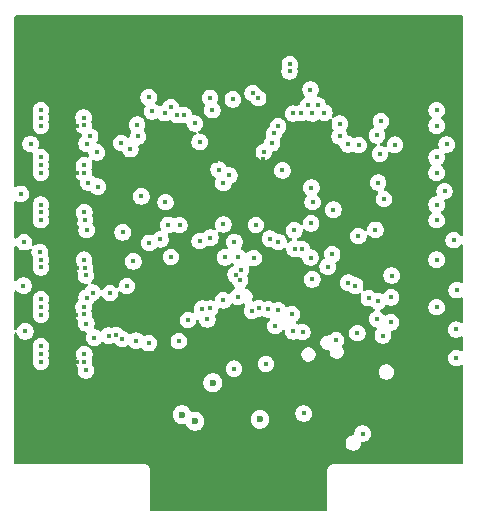
<source format=gbr>
%TF.GenerationSoftware,KiCad,Pcbnew,9.0.6*%
%TF.CreationDate,2025-12-26T21:42:15+01:00*%
%TF.ProjectId,esc,6573632e-6b69-4636-9164-5f7063625858,rev?*%
%TF.SameCoordinates,Original*%
%TF.FileFunction,Copper,L2,Inr*%
%TF.FilePolarity,Positive*%
%FSLAX46Y46*%
G04 Gerber Fmt 4.6, Leading zero omitted, Abs format (unit mm)*
G04 Created by KiCad (PCBNEW 9.0.6) date 2025-12-26 21:42:15*
%MOMM*%
%LPD*%
G01*
G04 APERTURE LIST*
%TA.AperFunction,ViaPad*%
%ADD10C,0.400000*%
%TD*%
%TA.AperFunction,ViaPad*%
%ADD11C,6.000000*%
%TD*%
%TA.AperFunction,ViaPad*%
%ADD12C,0.600000*%
%TD*%
%TA.AperFunction,Conductor*%
%ADD13C,0.500000*%
%TD*%
G04 APERTURE END LIST*
D10*
%TO.N,/GND*%
X162200000Y-108500000D03*
X151200000Y-105500000D03*
X144225000Y-100450000D03*
X159000000Y-84060000D03*
D11*
X169450000Y-117750000D03*
D12*
X151600000Y-123600000D03*
D11*
X138950000Y-117750000D03*
D10*
X164100000Y-96525000D03*
X156275000Y-95675000D03*
X154100000Y-115400000D03*
D11*
X138950000Y-87250000D03*
D10*
X156700000Y-89450000D03*
D12*
X167950002Y-104180001D03*
X148900000Y-121500000D03*
D10*
X167950000Y-96825000D03*
D12*
X150200000Y-122500000D03*
D10*
X144200000Y-108550000D03*
X167950000Y-95525000D03*
X160200000Y-94500000D03*
X167950000Y-99525000D03*
D12*
X148900000Y-123700000D03*
D10*
X144125000Y-112550000D03*
X149400000Y-84060000D03*
X167950002Y-91520000D03*
X167925000Y-100825000D03*
D12*
X167700000Y-112180000D03*
D11*
X169450000Y-87250000D03*
D10*
X159300000Y-112600000D03*
X167950000Y-92825000D03*
X144325000Y-92625000D03*
X157200000Y-105500000D03*
X164200000Y-100575000D03*
D12*
X164200000Y-108400000D03*
X151500000Y-121500000D03*
D10*
X157100001Y-99500000D03*
D12*
X167950000Y-108180000D03*
X164000000Y-112500000D03*
D10*
X144275000Y-96400000D03*
X151200000Y-99500000D03*
X156900000Y-114700000D03*
X144200000Y-104175000D03*
X140475000Y-92825000D03*
X164250000Y-93600000D03*
X146225000Y-108625000D03*
X140475000Y-112825000D03*
X140425000Y-111550000D03*
X140475000Y-96825000D03*
X140450000Y-95525000D03*
X148200000Y-94500000D03*
X140450000Y-99500000D03*
X140450000Y-91525000D03*
X152305537Y-95794463D03*
D12*
X146800000Y-118500000D03*
D10*
X140475000Y-103550000D03*
X164300000Y-104400000D03*
X140425000Y-107500000D03*
X140475000Y-104875000D03*
X140425000Y-108825000D03*
X140450000Y-100825000D03*
%TO.N,/3V3*%
X157550000Y-102674998D03*
X153800000Y-113400000D03*
X150900000Y-102600000D03*
X156325000Y-95050000D03*
X157900000Y-96624998D03*
X160427572Y-105841725D03*
X154302799Y-105931582D03*
%TO.N,/+8V*%
X166000000Y-107700002D03*
X158700000Y-108800000D03*
X160355105Y-98073786D03*
X161726453Y-104771796D03*
X165900000Y-109200000D03*
X149900000Y-109300000D03*
X159700000Y-117200000D03*
X156500000Y-113000000D03*
X157181907Y-93493308D03*
X160275000Y-89775000D03*
%TO.N,/ESC1/ESC2_A*%
X172623000Y-112500000D03*
X164062515Y-106381679D03*
%TO.N,Net-(D2-K)*%
X165214166Y-107438952D03*
X172600000Y-110087500D03*
%TO.N,/ESC1/ESC2_B*%
X170950000Y-108200000D03*
%TO.N,/ESC1/ESC2_C*%
X162114296Y-103724893D03*
X159600000Y-110300000D03*
X170950000Y-104180000D03*
%TO.N,Net-(D3-K)*%
X166400000Y-110600000D03*
X172658711Y-106765109D03*
%TO.N,/ESC2/ESC2_A*%
X149124893Y-111074893D03*
X137450000Y-111520000D03*
X137450000Y-112170000D03*
X137450000Y-112830000D03*
X145280002Y-104314998D03*
%TO.N,/ESC2/ESC2_B*%
X137450000Y-108170000D03*
X137450000Y-108830000D03*
X137450000Y-107520000D03*
%TO.N,Net-(D5-K)*%
X143300000Y-107012500D03*
X136125000Y-110237500D03*
%TO.N,Net-(D6-K)*%
X135975000Y-106375000D03*
X141975000Y-110775000D03*
%TO.N,/ESC2/ESC2_C*%
X137450000Y-104170000D03*
X137350000Y-103520000D03*
X141325000Y-107400000D03*
X143833049Y-110577506D03*
X137450000Y-104830000D03*
%TO.N,Net-(D7-K)*%
X150890002Y-94208709D03*
X136025000Y-102700000D03*
%TO.N,/ESC3/ESC2_A*%
X149575000Y-91937500D03*
X137450000Y-99520000D03*
X144375000Y-101862500D03*
X137450000Y-100180000D03*
X137450000Y-100830000D03*
%TO.N,/ESC3/ESC2_B*%
X145600000Y-92750000D03*
X137450000Y-96170000D03*
X147950000Y-91775000D03*
X137450000Y-95520000D03*
X137450000Y-96830000D03*
%TO.N,Net-(D8-K)*%
X148950000Y-91900000D03*
X135750000Y-98600000D03*
%TO.N,Net-(D9-K)*%
X136575000Y-94375000D03*
X146575000Y-90425000D03*
%TO.N,/ESC3/ESC2_C*%
X137450000Y-92170000D03*
X137450000Y-91520000D03*
X137450000Y-92830000D03*
%TO.N,Net-(D10-K)*%
X172400000Y-102525000D03*
X157020404Y-94321756D03*
%TO.N,/ESC4/ESC2_A*%
X170950000Y-100830000D03*
X170950000Y-99520000D03*
X158799997Y-91800000D03*
X164325000Y-102175000D03*
%TO.N,/ESC4/ESC2_B*%
X162755390Y-92662500D03*
X160437500Y-91800000D03*
X170950000Y-95520000D03*
X170950000Y-96830000D03*
%TO.N,Net-(D11-K)*%
X159487391Y-91762609D03*
X171625000Y-98375000D03*
%TO.N,Net-(D12-K)*%
X171800000Y-94425000D03*
X160925000Y-91125000D03*
%TO.N,/ESC4/ESC2_C*%
X170950000Y-92830000D03*
X170950000Y-91520000D03*
D12*
%TO.N,/VBAT*%
X152000000Y-114600000D03*
X156000000Y-117700000D03*
D10*
%TO.N,Net-(Q4-G)*%
X167073728Y-109487500D03*
%TO.N,Net-(Q6-G)*%
X167145982Y-105521197D03*
%TO.N,Net-(Q8-G)*%
X141300002Y-109585906D03*
%TO.N,Net-(Q10-G)*%
X141250002Y-113550000D03*
%TO.N,Net-(Q12-G)*%
X141250000Y-105500000D03*
%TO.N,Net-(Q14-G)*%
X141450000Y-97650000D03*
%TO.N,Net-(Q16-G)*%
X141325000Y-101675000D03*
%TO.N,Net-(Q18-G)*%
X141625000Y-93750000D03*
%TO.N,Net-(Q20-G)*%
X166000000Y-97650000D03*
%TO.N,Net-(Q22-G)*%
X165775000Y-101650000D03*
%TO.N,Net-(Q24-G)*%
X165900000Y-93650000D03*
%TO.N,Net-(U3-PA5)*%
X157535395Y-108469095D03*
X160279598Y-103995617D03*
%TO.N,Net-(U3-PA4)*%
X156672643Y-108375455D03*
X157300000Y-109800000D03*
%TO.N,Net-(U3-PA1)*%
X155312500Y-108500000D03*
%TO.N,Net-(U3-BOOT0)*%
X155469404Y-104034000D03*
%TO.N,Net-(U3-NRST)*%
X154375001Y-105018207D03*
%TO.N,Net-(U3-PA2)*%
X154175000Y-103950000D03*
X158825000Y-110250000D03*
X155900000Y-108300000D03*
X151975000Y-91525000D03*
X153400000Y-97050000D03*
%TO.N,/ESC1/H01*%
X163484647Y-106126236D03*
%TO.N,/ESC1/H02*%
X167099998Y-107370362D03*
%TO.N,/ESC1/L02*%
X162437500Y-111000000D03*
%TO.N,/ESC1/H03*%
X164250000Y-110400000D03*
%TO.N,Net-(U1-PA5)*%
X151100000Y-108325000D03*
X148457710Y-103956428D03*
%TO.N,Net-(U1-PA4)*%
X151782118Y-108312461D03*
%TO.N,Net-(U1-PA0)*%
X154125000Y-107325000D03*
%TO.N,Net-(U1-PA1)*%
X151540294Y-109235873D03*
%TO.N,Net-(U1-BOOT0)*%
X153025000Y-103987500D03*
%TO.N,Net-(U1-NRST)*%
X153946413Y-105438106D03*
%TO.N,Net-(U1-PA2)*%
X153825000Y-102675000D03*
X152900000Y-107625000D03*
X151775000Y-90475000D03*
%TO.N,/ESC2/H01*%
X144729076Y-106410439D03*
%TO.N,/ESC2/H02*%
X141820474Y-106962500D03*
%TO.N,/ESC2/L01*%
X145508564Y-111039555D03*
%TO.N,/ESC2/L02*%
X143184140Y-110615188D03*
%TO.N,/ESC2/L03*%
X146575000Y-111250000D03*
%TO.N,/ESC2/H03*%
X144345335Y-110891450D03*
%TO.N,Net-(U11-PA5)*%
X142175000Y-95100000D03*
X141325000Y-94350000D03*
%TO.N,Net-(U11-PA1)*%
X147999000Y-99307019D03*
X148225000Y-101225000D03*
%TO.N,Net-(U11-BOOT0)*%
X152900000Y-101200002D03*
%TO.N,Net-(U11-NRST)*%
X151797015Y-102313058D03*
%TO.N,Net-(U11-PA2)*%
X149187607Y-101237607D03*
%TO.N,/ESC3/H01*%
X150493829Y-92647528D03*
%TO.N,/ESC3/H02*%
X145958732Y-98818036D03*
X148450000Y-91250000D03*
X142253326Y-97988283D03*
%TO.N,/ESC3/L01*%
X145675000Y-93750000D03*
%TO.N,/ESC3/L02*%
X145023256Y-94823042D03*
%TO.N,/ESC3/L03*%
X144266445Y-94297227D03*
%TO.N,/ESC3/H03*%
X146875000Y-91625000D03*
%TO.N,Net-(U16-PA5)*%
X167425000Y-94450000D03*
X166150000Y-95225000D03*
%TO.N,Net-(U16-PA1)*%
X160332643Y-101102627D03*
X160450000Y-99300000D03*
%TO.N,Net-(U16-BOOT0)*%
X155654987Y-101249001D03*
%TO.N,Net-(U16-NRST)*%
X156835902Y-102390160D03*
%TO.N,Net-(U16-PA2)*%
X158912500Y-101700000D03*
X153700000Y-90600000D03*
%TO.N,/ESC4/H01*%
X157538279Y-92888793D03*
%TO.N,/ESC4/H02*%
X160100000Y-91100000D03*
X162203172Y-99939072D03*
X166500000Y-99050000D03*
%TO.N,/ESC4/L01*%
X162732607Y-93737500D03*
%TO.N,/ESC4/L02*%
X163460529Y-94414257D03*
%TO.N,/ESC4/L03*%
X164350000Y-94475000D03*
%TO.N,/ESC4/H03*%
X161450000Y-91725000D03*
%TO.N,/ESC1/SWCLK*%
X158925000Y-103250000D03*
%TO.N,/ESC1/SWDIO*%
X159566713Y-103300000D03*
%TO.N,/ESC2/SWCLK*%
X147575000Y-102450000D03*
%TO.N,/ESC2/SWDIO*%
X146625000Y-102750000D03*
%TO.N,/ESC3/SWCLK*%
X155850000Y-90500000D03*
X152900000Y-97700000D03*
%TO.N,/ESC3/SWDIO*%
X152500000Y-96550000D03*
X155375000Y-90075000D03*
D12*
%TO.N,Net-(U24-OUT)*%
X149400000Y-117300000D03*
D10*
%TO.N,/VIN*%
X141075000Y-108175000D03*
X164700000Y-118900000D03*
X141100000Y-104175000D03*
X158525000Y-87650000D03*
X141075000Y-108800000D03*
X166237500Y-92462500D03*
X158500000Y-88225000D03*
X141125000Y-112175000D03*
X141100000Y-96175000D03*
X141075000Y-92800000D03*
X141075000Y-96825000D03*
X141150000Y-100800000D03*
X141075000Y-92150000D03*
X141150000Y-104850000D03*
X141100000Y-112825000D03*
D12*
X150499998Y-117866169D03*
D10*
X141125000Y-100150000D03*
%TD*%
D13*
%TO.N,/GND*%
X149000000Y-123600000D02*
X148900000Y-123700000D01*
%TD*%
%TA.AperFunction,Conductor*%
%TO.N,/GND*%
G36*
X173142539Y-83520185D02*
G01*
X173188294Y-83572989D01*
X173199500Y-83624500D01*
X173199500Y-102051896D01*
X173179815Y-102118935D01*
X173127011Y-102164690D01*
X173057853Y-102174634D01*
X172994297Y-102145609D01*
X172972398Y-102120787D01*
X172944114Y-102078458D01*
X172944111Y-102078454D01*
X172846545Y-101980888D01*
X172846541Y-101980885D01*
X172731817Y-101904228D01*
X172731804Y-101904221D01*
X172604332Y-101851421D01*
X172604322Y-101851418D01*
X172468995Y-101824500D01*
X172468993Y-101824500D01*
X172331007Y-101824500D01*
X172331005Y-101824500D01*
X172195677Y-101851418D01*
X172195667Y-101851421D01*
X172068195Y-101904221D01*
X172068182Y-101904228D01*
X171953458Y-101980885D01*
X171953454Y-101980888D01*
X171855888Y-102078454D01*
X171855885Y-102078458D01*
X171779228Y-102193182D01*
X171779221Y-102193195D01*
X171726421Y-102320667D01*
X171726418Y-102320677D01*
X171699500Y-102456004D01*
X171699500Y-102456007D01*
X171699500Y-102593993D01*
X171699500Y-102593995D01*
X171699499Y-102593995D01*
X171726418Y-102729322D01*
X171726421Y-102729332D01*
X171779221Y-102856804D01*
X171779228Y-102856817D01*
X171855885Y-102971541D01*
X171855888Y-102971545D01*
X171953454Y-103069111D01*
X171953458Y-103069114D01*
X172068182Y-103145771D01*
X172068195Y-103145778D01*
X172190759Y-103196545D01*
X172195672Y-103198580D01*
X172195676Y-103198580D01*
X172195677Y-103198581D01*
X172331004Y-103225500D01*
X172331007Y-103225500D01*
X172468995Y-103225500D01*
X172577251Y-103203966D01*
X172604328Y-103198580D01*
X172720404Y-103150500D01*
X172731804Y-103145778D01*
X172731804Y-103145777D01*
X172731811Y-103145775D01*
X172846542Y-103069114D01*
X172944114Y-102971542D01*
X172972397Y-102929212D01*
X173026009Y-102884407D01*
X173095334Y-102875700D01*
X173158362Y-102905854D01*
X173195082Y-102965297D01*
X173199500Y-102998103D01*
X173199500Y-106051980D01*
X173179815Y-106119019D01*
X173127011Y-106164774D01*
X173057853Y-106174718D01*
X173006610Y-106155083D01*
X172990526Y-106144336D01*
X172990515Y-106144330D01*
X172863043Y-106091530D01*
X172863033Y-106091527D01*
X172727706Y-106064609D01*
X172727704Y-106064609D01*
X172589718Y-106064609D01*
X172589716Y-106064609D01*
X172454388Y-106091527D01*
X172454378Y-106091530D01*
X172326906Y-106144330D01*
X172326893Y-106144337D01*
X172212169Y-106220994D01*
X172212165Y-106220997D01*
X172114599Y-106318563D01*
X172114596Y-106318567D01*
X172037939Y-106433291D01*
X172037932Y-106433304D01*
X171985132Y-106560776D01*
X171985129Y-106560786D01*
X171958211Y-106696113D01*
X171958211Y-106696116D01*
X171958211Y-106834102D01*
X171958211Y-106834104D01*
X171958210Y-106834104D01*
X171985129Y-106969431D01*
X171985132Y-106969441D01*
X172037932Y-107096913D01*
X172037939Y-107096926D01*
X172114596Y-107211650D01*
X172114599Y-107211654D01*
X172212165Y-107309220D01*
X172212169Y-107309223D01*
X172326893Y-107385880D01*
X172326906Y-107385887D01*
X172454378Y-107438687D01*
X172454383Y-107438689D01*
X172454387Y-107438689D01*
X172454388Y-107438690D01*
X172589715Y-107465609D01*
X172589718Y-107465609D01*
X172727706Y-107465609D01*
X172818752Y-107447498D01*
X172863039Y-107438689D01*
X172990522Y-107385884D01*
X173006607Y-107375135D01*
X173073284Y-107354257D01*
X173140664Y-107372740D01*
X173187356Y-107424718D01*
X173199500Y-107478237D01*
X173199500Y-109413601D01*
X173179815Y-109480640D01*
X173127011Y-109526395D01*
X173057853Y-109536339D01*
X173006609Y-109516703D01*
X172931817Y-109466728D01*
X172931804Y-109466721D01*
X172804332Y-109413921D01*
X172804322Y-109413918D01*
X172668995Y-109387000D01*
X172668993Y-109387000D01*
X172531007Y-109387000D01*
X172531005Y-109387000D01*
X172395677Y-109413918D01*
X172395667Y-109413921D01*
X172268195Y-109466721D01*
X172268182Y-109466728D01*
X172153458Y-109543385D01*
X172153454Y-109543388D01*
X172055888Y-109640954D01*
X172055885Y-109640958D01*
X171979228Y-109755682D01*
X171979221Y-109755695D01*
X171926421Y-109883167D01*
X171926418Y-109883177D01*
X171899500Y-110018504D01*
X171899500Y-110018507D01*
X171899500Y-110156493D01*
X171899500Y-110156495D01*
X171899499Y-110156495D01*
X171926418Y-110291822D01*
X171926421Y-110291832D01*
X171979221Y-110419304D01*
X171979228Y-110419317D01*
X172055885Y-110534041D01*
X172055888Y-110534045D01*
X172153454Y-110631611D01*
X172153458Y-110631614D01*
X172268182Y-110708271D01*
X172268195Y-110708278D01*
X172360574Y-110746542D01*
X172395672Y-110761080D01*
X172395676Y-110761080D01*
X172395677Y-110761081D01*
X172531004Y-110788000D01*
X172531007Y-110788000D01*
X172668995Y-110788000D01*
X172760041Y-110769889D01*
X172804328Y-110761080D01*
X172931811Y-110708275D01*
X172931816Y-110708271D01*
X172931819Y-110708270D01*
X172988027Y-110670712D01*
X173006608Y-110658296D01*
X173073285Y-110637418D01*
X173140666Y-110655902D01*
X173187356Y-110707880D01*
X173199500Y-110761398D01*
X173199500Y-111810732D01*
X173179815Y-111877771D01*
X173127011Y-111923526D01*
X173057853Y-111933470D01*
X173006610Y-111913835D01*
X172954815Y-111879227D01*
X172954804Y-111879221D01*
X172827332Y-111826421D01*
X172827322Y-111826418D01*
X172691995Y-111799500D01*
X172691993Y-111799500D01*
X172554007Y-111799500D01*
X172554005Y-111799500D01*
X172418677Y-111826418D01*
X172418667Y-111826421D01*
X172291195Y-111879221D01*
X172291182Y-111879228D01*
X172176458Y-111955885D01*
X172176454Y-111955888D01*
X172078888Y-112053454D01*
X172078885Y-112053458D01*
X172002228Y-112168182D01*
X172002221Y-112168195D01*
X171949421Y-112295667D01*
X171949418Y-112295677D01*
X171922500Y-112431004D01*
X171922500Y-112431007D01*
X171922500Y-112568993D01*
X171922500Y-112568995D01*
X171922499Y-112568995D01*
X171949418Y-112704322D01*
X171949421Y-112704332D01*
X172002221Y-112831804D01*
X172002228Y-112831817D01*
X172078885Y-112946541D01*
X172078888Y-112946545D01*
X172176454Y-113044111D01*
X172176458Y-113044114D01*
X172291182Y-113120771D01*
X172291195Y-113120778D01*
X172418667Y-113173578D01*
X172418672Y-113173580D01*
X172418676Y-113173580D01*
X172418677Y-113173581D01*
X172554004Y-113200500D01*
X172554007Y-113200500D01*
X172691995Y-113200500D01*
X172783877Y-113182223D01*
X172827328Y-113173580D01*
X172954811Y-113120775D01*
X172954817Y-113120771D01*
X173006609Y-113086165D01*
X173073286Y-113065287D01*
X173140666Y-113083771D01*
X173187357Y-113135750D01*
X173199500Y-113189267D01*
X173199500Y-121375500D01*
X173179815Y-121442539D01*
X173127011Y-121488294D01*
X173075500Y-121499500D01*
X162134108Y-121499500D01*
X162006812Y-121533608D01*
X161892686Y-121599500D01*
X161892683Y-121599502D01*
X161799502Y-121692683D01*
X161799500Y-121692686D01*
X161733608Y-121806812D01*
X161699500Y-121934108D01*
X161699500Y-125375500D01*
X161679815Y-125442539D01*
X161627011Y-125488294D01*
X161575500Y-125499500D01*
X146824500Y-125499500D01*
X146757461Y-125479815D01*
X146711706Y-125427011D01*
X146700500Y-125375500D01*
X146700500Y-121934110D01*
X146700500Y-121934108D01*
X146666392Y-121806814D01*
X146600500Y-121692686D01*
X146507314Y-121599500D01*
X146450250Y-121566554D01*
X146393187Y-121533608D01*
X146329539Y-121516554D01*
X146265892Y-121499500D01*
X146265891Y-121499500D01*
X135324500Y-121499500D01*
X135257461Y-121479815D01*
X135211706Y-121427011D01*
X135200500Y-121375500D01*
X135200500Y-119764071D01*
X163249499Y-119764071D01*
X163274497Y-119889738D01*
X163274499Y-119889744D01*
X163323533Y-120008124D01*
X163323538Y-120008133D01*
X163394723Y-120114668D01*
X163394726Y-120114672D01*
X163485327Y-120205273D01*
X163485331Y-120205276D01*
X163591866Y-120276461D01*
X163591872Y-120276464D01*
X163591873Y-120276465D01*
X163710256Y-120325501D01*
X163710260Y-120325501D01*
X163710261Y-120325502D01*
X163835928Y-120350500D01*
X163835931Y-120350500D01*
X163964071Y-120350500D01*
X164048615Y-120333682D01*
X164089744Y-120325501D01*
X164208127Y-120276465D01*
X164314669Y-120205276D01*
X164405276Y-120114669D01*
X164476465Y-120008127D01*
X164525501Y-119889744D01*
X164550500Y-119764069D01*
X164550500Y-119724500D01*
X164570185Y-119657461D01*
X164622989Y-119611706D01*
X164674500Y-119600500D01*
X164768995Y-119600500D01*
X164860158Y-119582366D01*
X164904328Y-119573580D01*
X165031811Y-119520775D01*
X165146542Y-119444114D01*
X165244114Y-119346542D01*
X165320775Y-119231811D01*
X165373580Y-119104328D01*
X165386715Y-119038294D01*
X165400500Y-118968995D01*
X165400500Y-118831004D01*
X165373581Y-118695677D01*
X165373580Y-118695676D01*
X165373580Y-118695672D01*
X165348824Y-118635906D01*
X165320778Y-118568195D01*
X165320771Y-118568182D01*
X165244114Y-118453458D01*
X165244111Y-118453454D01*
X165146545Y-118355888D01*
X165146541Y-118355885D01*
X165031817Y-118279228D01*
X165031804Y-118279221D01*
X164904332Y-118226421D01*
X164904322Y-118226418D01*
X164768995Y-118199500D01*
X164768993Y-118199500D01*
X164631007Y-118199500D01*
X164631005Y-118199500D01*
X164495677Y-118226418D01*
X164495667Y-118226421D01*
X164368195Y-118279221D01*
X164368182Y-118279228D01*
X164253458Y-118355885D01*
X164253454Y-118355888D01*
X164155888Y-118453454D01*
X164155885Y-118453458D01*
X164079228Y-118568182D01*
X164079221Y-118568195D01*
X164026421Y-118695667D01*
X164026418Y-118695677D01*
X163999500Y-118831004D01*
X163999500Y-118925500D01*
X163979815Y-118992539D01*
X163927011Y-119038294D01*
X163875500Y-119049500D01*
X163835929Y-119049500D01*
X163710261Y-119074497D01*
X163710255Y-119074499D01*
X163591875Y-119123533D01*
X163591866Y-119123538D01*
X163485331Y-119194723D01*
X163485327Y-119194726D01*
X163394726Y-119285327D01*
X163394723Y-119285331D01*
X163323538Y-119391866D01*
X163323533Y-119391875D01*
X163274499Y-119510255D01*
X163274497Y-119510261D01*
X163249500Y-119635928D01*
X163249500Y-119635931D01*
X163249500Y-119764069D01*
X163249500Y-119764071D01*
X163249499Y-119764071D01*
X135200500Y-119764071D01*
X135200500Y-117221153D01*
X148599500Y-117221153D01*
X148599500Y-117378846D01*
X148630261Y-117533489D01*
X148630264Y-117533501D01*
X148690602Y-117679172D01*
X148690609Y-117679185D01*
X148778210Y-117810288D01*
X148778213Y-117810292D01*
X148889707Y-117921786D01*
X148889711Y-117921789D01*
X149020814Y-118009390D01*
X149020827Y-118009397D01*
X149166498Y-118069735D01*
X149166503Y-118069737D01*
X149316925Y-118099658D01*
X149321153Y-118100499D01*
X149321156Y-118100500D01*
X149321158Y-118100500D01*
X149478844Y-118100500D01*
X149580328Y-118080313D01*
X149611632Y-118074086D01*
X149681224Y-118080313D01*
X149736401Y-118123176D01*
X149750385Y-118148251D01*
X149790600Y-118245341D01*
X149790607Y-118245354D01*
X149878208Y-118376457D01*
X149878211Y-118376461D01*
X149989705Y-118487955D01*
X149989709Y-118487958D01*
X150120812Y-118575559D01*
X150120825Y-118575566D01*
X150266496Y-118635904D01*
X150266501Y-118635906D01*
X150421151Y-118666668D01*
X150421154Y-118666669D01*
X150421156Y-118666669D01*
X150578842Y-118666669D01*
X150578843Y-118666668D01*
X150733495Y-118635906D01*
X150879177Y-118575563D01*
X151010287Y-118487958D01*
X151121787Y-118376458D01*
X151209392Y-118245348D01*
X151269735Y-118099666D01*
X151300498Y-117945011D01*
X151300498Y-117787327D01*
X151300498Y-117787324D01*
X151271045Y-117639258D01*
X151271045Y-117639257D01*
X151271044Y-117639254D01*
X151269735Y-117632673D01*
X151269733Y-117632667D01*
X151264964Y-117621153D01*
X155199500Y-117621153D01*
X155199500Y-117778846D01*
X155230261Y-117933489D01*
X155230264Y-117933501D01*
X155290602Y-118079172D01*
X155290609Y-118079185D01*
X155378210Y-118210288D01*
X155378213Y-118210292D01*
X155489707Y-118321786D01*
X155489711Y-118321789D01*
X155620814Y-118409390D01*
X155620827Y-118409397D01*
X155766498Y-118469735D01*
X155766503Y-118469737D01*
X155858106Y-118487958D01*
X155921153Y-118500499D01*
X155921156Y-118500500D01*
X155921158Y-118500500D01*
X156078844Y-118500500D01*
X156078845Y-118500499D01*
X156233497Y-118469737D01*
X156379179Y-118409394D01*
X156510289Y-118321789D01*
X156621789Y-118210289D01*
X156709394Y-118079179D01*
X156769737Y-117933497D01*
X156800500Y-117778842D01*
X156800500Y-117621158D01*
X156800500Y-117621155D01*
X156800499Y-117621153D01*
X156782729Y-117531817D01*
X156769737Y-117466503D01*
X156743985Y-117404332D01*
X156709397Y-117320827D01*
X156709390Y-117320814D01*
X156674766Y-117268995D01*
X158999499Y-117268995D01*
X159026418Y-117404322D01*
X159026421Y-117404332D01*
X159079221Y-117531804D01*
X159079228Y-117531817D01*
X159155885Y-117646541D01*
X159155888Y-117646545D01*
X159253454Y-117744111D01*
X159253458Y-117744114D01*
X159368182Y-117820771D01*
X159368195Y-117820778D01*
X159495667Y-117873578D01*
X159495672Y-117873580D01*
X159495676Y-117873580D01*
X159495677Y-117873581D01*
X159631004Y-117900500D01*
X159631007Y-117900500D01*
X159768995Y-117900500D01*
X159860041Y-117882389D01*
X159904328Y-117873580D01*
X160031811Y-117820775D01*
X160146542Y-117744114D01*
X160244114Y-117646542D01*
X160320775Y-117531811D01*
X160373580Y-117404328D01*
X160400500Y-117268993D01*
X160400500Y-117131007D01*
X160400500Y-117131004D01*
X160373581Y-116995677D01*
X160373580Y-116995676D01*
X160373580Y-116995672D01*
X160371480Y-116990602D01*
X160320778Y-116868195D01*
X160320771Y-116868182D01*
X160244114Y-116753458D01*
X160244111Y-116753454D01*
X160146545Y-116655888D01*
X160146541Y-116655885D01*
X160031817Y-116579228D01*
X160031804Y-116579221D01*
X159904332Y-116526421D01*
X159904322Y-116526418D01*
X159768995Y-116499500D01*
X159768993Y-116499500D01*
X159631007Y-116499500D01*
X159631005Y-116499500D01*
X159495677Y-116526418D01*
X159495667Y-116526421D01*
X159368195Y-116579221D01*
X159368182Y-116579228D01*
X159253458Y-116655885D01*
X159253454Y-116655888D01*
X159155888Y-116753454D01*
X159155885Y-116753458D01*
X159079228Y-116868182D01*
X159079221Y-116868195D01*
X159026421Y-116995667D01*
X159026418Y-116995677D01*
X158999500Y-117131004D01*
X158999500Y-117131007D01*
X158999500Y-117268993D01*
X158999500Y-117268995D01*
X158999499Y-117268995D01*
X156674766Y-117268995D01*
X156624526Y-117193806D01*
X156621790Y-117189712D01*
X156621786Y-117189707D01*
X156510292Y-117078213D01*
X156510288Y-117078210D01*
X156379185Y-116990609D01*
X156379172Y-116990602D01*
X156233501Y-116930264D01*
X156233489Y-116930261D01*
X156078845Y-116899500D01*
X156078842Y-116899500D01*
X155921158Y-116899500D01*
X155921155Y-116899500D01*
X155766510Y-116930261D01*
X155766498Y-116930264D01*
X155620827Y-116990602D01*
X155620814Y-116990609D01*
X155489711Y-117078210D01*
X155489707Y-117078213D01*
X155378213Y-117189707D01*
X155378210Y-117189711D01*
X155290609Y-117320814D01*
X155290602Y-117320827D01*
X155230264Y-117466498D01*
X155230261Y-117466510D01*
X155199500Y-117621153D01*
X151264964Y-117621153D01*
X151209395Y-117486996D01*
X151209388Y-117486983D01*
X151121787Y-117355880D01*
X151121784Y-117355876D01*
X151010290Y-117244382D01*
X151010286Y-117244379D01*
X150879183Y-117156778D01*
X150879170Y-117156771D01*
X150733499Y-117096433D01*
X150733487Y-117096430D01*
X150578843Y-117065669D01*
X150578840Y-117065669D01*
X150421156Y-117065669D01*
X150421151Y-117065669D01*
X150288364Y-117092082D01*
X150218772Y-117085855D01*
X150163595Y-117042992D01*
X150149612Y-117017917D01*
X150109397Y-116920826D01*
X150109390Y-116920814D01*
X150021789Y-116789711D01*
X150021786Y-116789707D01*
X149910292Y-116678213D01*
X149910288Y-116678210D01*
X149779185Y-116590609D01*
X149779172Y-116590602D01*
X149633501Y-116530264D01*
X149633489Y-116530261D01*
X149478845Y-116499500D01*
X149478842Y-116499500D01*
X149321158Y-116499500D01*
X149321155Y-116499500D01*
X149166510Y-116530261D01*
X149166498Y-116530264D01*
X149020827Y-116590602D01*
X149020814Y-116590609D01*
X148889711Y-116678210D01*
X148889707Y-116678213D01*
X148778213Y-116789707D01*
X148778210Y-116789711D01*
X148690609Y-116920814D01*
X148690602Y-116920827D01*
X148630264Y-117066498D01*
X148630261Y-117066510D01*
X148599500Y-117221153D01*
X135200500Y-117221153D01*
X135200500Y-114521153D01*
X151199500Y-114521153D01*
X151199500Y-114678846D01*
X151230261Y-114833489D01*
X151230264Y-114833501D01*
X151290602Y-114979172D01*
X151290609Y-114979185D01*
X151378210Y-115110288D01*
X151378213Y-115110292D01*
X151489707Y-115221786D01*
X151489711Y-115221789D01*
X151620814Y-115309390D01*
X151620827Y-115309397D01*
X151766498Y-115369735D01*
X151766503Y-115369737D01*
X151921153Y-115400499D01*
X151921156Y-115400500D01*
X151921158Y-115400500D01*
X152078844Y-115400500D01*
X152078845Y-115400499D01*
X152233497Y-115369737D01*
X152379179Y-115309394D01*
X152510289Y-115221789D01*
X152621789Y-115110289D01*
X152709394Y-114979179D01*
X152769737Y-114833497D01*
X152800500Y-114678842D01*
X152800500Y-114521158D01*
X152800500Y-114521155D01*
X152800499Y-114521153D01*
X152769738Y-114366510D01*
X152769737Y-114366503D01*
X152757931Y-114338000D01*
X152709397Y-114220827D01*
X152709390Y-114220814D01*
X152621789Y-114089711D01*
X152621786Y-114089707D01*
X152510292Y-113978213D01*
X152510288Y-113978210D01*
X152379185Y-113890609D01*
X152379172Y-113890602D01*
X152233501Y-113830264D01*
X152233489Y-113830261D01*
X152078845Y-113799500D01*
X152078842Y-113799500D01*
X151921158Y-113799500D01*
X151921155Y-113799500D01*
X151766510Y-113830261D01*
X151766498Y-113830264D01*
X151620827Y-113890602D01*
X151620814Y-113890609D01*
X151489711Y-113978210D01*
X151489707Y-113978213D01*
X151378213Y-114089707D01*
X151378210Y-114089711D01*
X151290609Y-114220814D01*
X151290602Y-114220827D01*
X151230264Y-114366498D01*
X151230261Y-114366510D01*
X151199500Y-114521153D01*
X135200500Y-114521153D01*
X135200500Y-111588995D01*
X136749499Y-111588995D01*
X136776418Y-111724321D01*
X136776419Y-111724323D01*
X136776420Y-111724328D01*
X136806749Y-111797550D01*
X136814217Y-111867018D01*
X136806751Y-111892444D01*
X136776420Y-111965672D01*
X136776418Y-111965678D01*
X136749500Y-112101004D01*
X136749500Y-112101007D01*
X136749500Y-112238993D01*
X136749500Y-112238995D01*
X136749499Y-112238995D01*
X136776418Y-112374321D01*
X136776419Y-112374323D01*
X136776420Y-112374328D01*
X136808820Y-112452550D01*
X136816288Y-112522018D01*
X136808822Y-112547444D01*
X136776420Y-112625672D01*
X136776418Y-112625678D01*
X136749500Y-112761004D01*
X136749500Y-112761007D01*
X136749500Y-112898993D01*
X136749500Y-112898995D01*
X136749499Y-112898995D01*
X136776418Y-113034322D01*
X136776421Y-113034332D01*
X136829221Y-113161804D01*
X136829228Y-113161817D01*
X136905885Y-113276541D01*
X136905888Y-113276545D01*
X137003454Y-113374111D01*
X137003458Y-113374114D01*
X137118182Y-113450771D01*
X137118195Y-113450778D01*
X137245667Y-113503578D01*
X137245672Y-113503580D01*
X137245676Y-113503580D01*
X137245677Y-113503581D01*
X137381004Y-113530500D01*
X137381007Y-113530500D01*
X137518995Y-113530500D01*
X137610041Y-113512389D01*
X137654328Y-113503580D01*
X137781811Y-113450775D01*
X137896542Y-113374114D01*
X137994114Y-113276542D01*
X138070775Y-113161811D01*
X138123580Y-113034328D01*
X138150500Y-112898993D01*
X138150500Y-112893995D01*
X140399499Y-112893995D01*
X140426418Y-113029322D01*
X140426421Y-113029332D01*
X140479221Y-113156804D01*
X140479228Y-113156817D01*
X140554537Y-113269524D01*
X140575415Y-113336202D01*
X140573053Y-113362606D01*
X140569718Y-113379373D01*
X140549502Y-113481007D01*
X140549502Y-113618993D01*
X140549502Y-113618995D01*
X140549501Y-113618995D01*
X140576420Y-113754322D01*
X140576423Y-113754332D01*
X140629223Y-113881804D01*
X140629230Y-113881817D01*
X140705887Y-113996541D01*
X140705890Y-113996545D01*
X140803456Y-114094111D01*
X140803460Y-114094114D01*
X140918184Y-114170771D01*
X140918197Y-114170778D01*
X141045669Y-114223578D01*
X141045674Y-114223580D01*
X141045678Y-114223580D01*
X141045679Y-114223581D01*
X141181006Y-114250500D01*
X141181009Y-114250500D01*
X141318997Y-114250500D01*
X141410043Y-114232389D01*
X141454330Y-114223580D01*
X141581813Y-114170775D01*
X141696544Y-114094114D01*
X141794116Y-113996542D01*
X141870777Y-113881811D01*
X141923582Y-113754328D01*
X141939644Y-113673578D01*
X141950502Y-113618995D01*
X141950502Y-113481004D01*
X141950501Y-113481002D01*
X141948113Y-113468995D01*
X153099499Y-113468995D01*
X153126418Y-113604322D01*
X153126421Y-113604332D01*
X153179221Y-113731804D01*
X153179228Y-113731817D01*
X153255885Y-113846541D01*
X153255888Y-113846545D01*
X153353454Y-113944111D01*
X153353458Y-113944114D01*
X153468182Y-114020771D01*
X153468195Y-114020778D01*
X153595667Y-114073578D01*
X153595672Y-114073580D01*
X153595676Y-114073580D01*
X153595677Y-114073581D01*
X153731004Y-114100500D01*
X153731007Y-114100500D01*
X153868995Y-114100500D01*
X153960041Y-114082389D01*
X154004328Y-114073580D01*
X154131811Y-114020775D01*
X154246542Y-113944114D01*
X154344114Y-113846542D01*
X154407572Y-113751571D01*
X166049499Y-113751571D01*
X166074497Y-113877238D01*
X166074499Y-113877244D01*
X166123533Y-113995624D01*
X166123538Y-113995633D01*
X166194723Y-114102168D01*
X166194726Y-114102172D01*
X166285327Y-114192773D01*
X166285331Y-114192776D01*
X166391866Y-114263961D01*
X166391872Y-114263964D01*
X166391873Y-114263965D01*
X166510256Y-114313001D01*
X166510260Y-114313001D01*
X166510261Y-114313002D01*
X166635928Y-114338000D01*
X166635931Y-114338000D01*
X166764071Y-114338000D01*
X166848615Y-114321182D01*
X166889744Y-114313001D01*
X167008127Y-114263965D01*
X167114669Y-114192776D01*
X167205276Y-114102169D01*
X167276465Y-113995627D01*
X167325501Y-113877244D01*
X167340966Y-113799500D01*
X167350500Y-113751571D01*
X167350500Y-113623428D01*
X167325502Y-113497761D01*
X167325501Y-113497760D01*
X167325501Y-113497756D01*
X167276465Y-113379373D01*
X167276464Y-113379372D01*
X167276461Y-113379366D01*
X167205276Y-113272831D01*
X167205273Y-113272827D01*
X167114672Y-113182226D01*
X167114668Y-113182223D01*
X167008133Y-113111038D01*
X167008124Y-113111033D01*
X166889744Y-113061999D01*
X166889738Y-113061997D01*
X166764071Y-113037000D01*
X166764069Y-113037000D01*
X166635931Y-113037000D01*
X166635929Y-113037000D01*
X166510261Y-113061997D01*
X166510255Y-113061999D01*
X166391875Y-113111033D01*
X166391866Y-113111038D01*
X166285331Y-113182223D01*
X166285327Y-113182226D01*
X166194726Y-113272827D01*
X166194723Y-113272831D01*
X166123538Y-113379366D01*
X166123533Y-113379375D01*
X166074499Y-113497755D01*
X166074497Y-113497761D01*
X166049500Y-113623428D01*
X166049500Y-113623431D01*
X166049500Y-113751569D01*
X166049500Y-113751571D01*
X166049499Y-113751571D01*
X154407572Y-113751571D01*
X154420775Y-113731811D01*
X154473580Y-113604328D01*
X154485558Y-113544111D01*
X154500500Y-113468995D01*
X154500500Y-113331004D01*
X154473581Y-113195677D01*
X154473580Y-113195676D01*
X154473580Y-113195672D01*
X154464429Y-113173580D01*
X154421109Y-113068995D01*
X155799499Y-113068995D01*
X155826418Y-113204322D01*
X155826421Y-113204332D01*
X155879221Y-113331804D01*
X155879228Y-113331817D01*
X155955885Y-113446541D01*
X155955888Y-113446545D01*
X156053454Y-113544111D01*
X156053458Y-113544114D01*
X156168182Y-113620771D01*
X156168195Y-113620778D01*
X156295667Y-113673578D01*
X156295672Y-113673580D01*
X156295676Y-113673580D01*
X156295677Y-113673581D01*
X156431004Y-113700500D01*
X156431007Y-113700500D01*
X156568995Y-113700500D01*
X156660041Y-113682389D01*
X156704328Y-113673580D01*
X156831811Y-113620775D01*
X156946542Y-113544114D01*
X156946545Y-113544111D01*
X156960999Y-113529658D01*
X157044111Y-113446545D01*
X157044114Y-113446542D01*
X157120775Y-113331811D01*
X157173580Y-113204328D01*
X157193243Y-113105475D01*
X157200500Y-113068995D01*
X157200500Y-112931004D01*
X157173581Y-112795677D01*
X157173580Y-112795676D01*
X157173580Y-112795672D01*
X157166769Y-112779228D01*
X157120778Y-112668195D01*
X157120771Y-112668182D01*
X157044114Y-112553458D01*
X157044111Y-112553454D01*
X156946545Y-112455888D01*
X156946541Y-112455885D01*
X156831817Y-112379228D01*
X156831804Y-112379221D01*
X156704332Y-112326421D01*
X156704322Y-112326418D01*
X156568995Y-112299500D01*
X156568993Y-112299500D01*
X156431007Y-112299500D01*
X156431005Y-112299500D01*
X156295677Y-112326418D01*
X156295667Y-112326421D01*
X156168195Y-112379221D01*
X156168182Y-112379228D01*
X156053458Y-112455885D01*
X156053454Y-112455888D01*
X155955888Y-112553454D01*
X155955885Y-112553458D01*
X155879228Y-112668182D01*
X155879221Y-112668195D01*
X155826421Y-112795667D01*
X155826418Y-112795677D01*
X155799500Y-112931004D01*
X155799500Y-112931007D01*
X155799500Y-113068993D01*
X155799500Y-113068995D01*
X155799499Y-113068995D01*
X154421109Y-113068995D01*
X154420778Y-113068195D01*
X154420771Y-113068182D01*
X154371074Y-112993806D01*
X154344114Y-112953458D01*
X154344111Y-112953454D01*
X154246545Y-112855888D01*
X154246541Y-112855885D01*
X154131817Y-112779228D01*
X154131804Y-112779221D01*
X154004332Y-112726421D01*
X154004322Y-112726418D01*
X153868995Y-112699500D01*
X153868993Y-112699500D01*
X153731007Y-112699500D01*
X153731005Y-112699500D01*
X153595677Y-112726418D01*
X153595667Y-112726421D01*
X153468195Y-112779221D01*
X153468182Y-112779228D01*
X153353458Y-112855885D01*
X153353454Y-112855888D01*
X153255888Y-112953454D01*
X153255885Y-112953458D01*
X153179228Y-113068182D01*
X153179221Y-113068195D01*
X153126421Y-113195667D01*
X153126418Y-113195677D01*
X153099500Y-113331004D01*
X153099500Y-113331007D01*
X153099500Y-113468993D01*
X153099500Y-113468995D01*
X153099499Y-113468995D01*
X141948113Y-113468995D01*
X141924266Y-113349106D01*
X141923584Y-113345680D01*
X141923580Y-113345667D01*
X141870780Y-113218195D01*
X141870773Y-113218182D01*
X141795464Y-113105475D01*
X141774586Y-113038798D01*
X141776949Y-113012392D01*
X141800500Y-112893995D01*
X141800500Y-112756004D01*
X141773581Y-112620677D01*
X141773580Y-112620676D01*
X141773580Y-112620672D01*
X141755750Y-112577627D01*
X141748282Y-112508163D01*
X141755749Y-112482730D01*
X141798580Y-112379328D01*
X141814459Y-112299500D01*
X141825500Y-112243995D01*
X141825500Y-112120943D01*
X159499500Y-112120943D01*
X159499500Y-112279057D01*
X159537901Y-112422369D01*
X159540423Y-112431783D01*
X159540426Y-112431790D01*
X159619475Y-112568709D01*
X159619479Y-112568714D01*
X159619480Y-112568716D01*
X159731284Y-112680520D01*
X159731286Y-112680521D01*
X159731290Y-112680524D01*
X159868209Y-112759573D01*
X159868216Y-112759577D01*
X160020943Y-112800500D01*
X160020945Y-112800500D01*
X160179055Y-112800500D01*
X160179057Y-112800500D01*
X160331784Y-112759577D01*
X160468716Y-112680520D01*
X160580520Y-112568716D01*
X160659577Y-112431784D01*
X160700500Y-112279057D01*
X160700500Y-112120943D01*
X160659577Y-111968216D01*
X160658108Y-111965671D01*
X160580524Y-111831290D01*
X160580518Y-111831282D01*
X160468717Y-111719481D01*
X160468709Y-111719475D01*
X160331790Y-111640426D01*
X160331786Y-111640424D01*
X160331784Y-111640423D01*
X160179057Y-111599500D01*
X160020943Y-111599500D01*
X159868216Y-111640423D01*
X159868209Y-111640426D01*
X159731290Y-111719475D01*
X159731282Y-111719481D01*
X159619481Y-111831282D01*
X159619475Y-111831290D01*
X159540426Y-111968209D01*
X159540423Y-111968216D01*
X159499500Y-112120943D01*
X141825500Y-112120943D01*
X141825500Y-112106004D01*
X141798581Y-111970677D01*
X141798580Y-111970676D01*
X141798580Y-111970672D01*
X141797560Y-111968209D01*
X141745778Y-111843195D01*
X141745771Y-111843182D01*
X141669114Y-111728458D01*
X141669111Y-111728454D01*
X141572950Y-111632293D01*
X141572947Y-111632291D01*
X141571542Y-111630886D01*
X141456811Y-111554225D01*
X141399976Y-111530683D01*
X141399969Y-111530679D01*
X141329332Y-111501421D01*
X141329322Y-111501418D01*
X141193995Y-111474500D01*
X141193993Y-111474500D01*
X141056007Y-111474500D01*
X141056005Y-111474500D01*
X140920677Y-111501418D01*
X140920667Y-111501421D01*
X140793195Y-111554221D01*
X140793182Y-111554228D01*
X140678458Y-111630885D01*
X140678454Y-111630888D01*
X140580888Y-111728454D01*
X140580885Y-111728458D01*
X140504228Y-111843182D01*
X140504221Y-111843195D01*
X140451421Y-111970667D01*
X140451418Y-111970677D01*
X140424500Y-112106004D01*
X140424500Y-112106007D01*
X140424500Y-112243993D01*
X140424500Y-112243995D01*
X140424499Y-112243995D01*
X140451418Y-112379321D01*
X140451420Y-112379329D01*
X140469248Y-112422369D01*
X140476717Y-112491838D01*
X140469248Y-112517273D01*
X140426421Y-112620667D01*
X140426418Y-112620677D01*
X140399500Y-112756004D01*
X140399500Y-112756007D01*
X140399500Y-112893993D01*
X140399500Y-112893995D01*
X140399499Y-112893995D01*
X138150500Y-112893995D01*
X138150500Y-112761007D01*
X138150500Y-112761004D01*
X138123581Y-112625677D01*
X138123580Y-112625676D01*
X138123580Y-112625672D01*
X138091179Y-112547450D01*
X138083711Y-112477984D01*
X138091180Y-112452548D01*
X138123580Y-112374328D01*
X138149505Y-112243995D01*
X138150500Y-112238995D01*
X138150500Y-112101004D01*
X138123581Y-111965677D01*
X138123580Y-111965676D01*
X138123580Y-111965672D01*
X138093250Y-111892450D01*
X138085782Y-111822984D01*
X138093251Y-111797548D01*
X138123580Y-111724328D01*
X138132389Y-111680041D01*
X138150500Y-111588995D01*
X138150500Y-111451004D01*
X138123581Y-111315677D01*
X138123580Y-111315676D01*
X138123580Y-111315672D01*
X138117296Y-111300500D01*
X138070778Y-111188195D01*
X138070771Y-111188182D01*
X137994114Y-111073458D01*
X137994111Y-111073454D01*
X137896545Y-110975888D01*
X137896541Y-110975885D01*
X137781817Y-110899228D01*
X137781804Y-110899221D01*
X137654332Y-110846421D01*
X137654322Y-110846418D01*
X137518995Y-110819500D01*
X137518993Y-110819500D01*
X137381007Y-110819500D01*
X137381005Y-110819500D01*
X137245677Y-110846418D01*
X137245667Y-110846421D01*
X137118195Y-110899221D01*
X137118182Y-110899228D01*
X137003458Y-110975885D01*
X137003454Y-110975888D01*
X136905888Y-111073454D01*
X136905885Y-111073458D01*
X136829228Y-111188182D01*
X136829221Y-111188195D01*
X136776421Y-111315667D01*
X136776418Y-111315677D01*
X136749500Y-111451004D01*
X136749500Y-111451007D01*
X136749500Y-111588993D01*
X136749500Y-111588995D01*
X136749499Y-111588995D01*
X135200500Y-111588995D01*
X135200500Y-110439361D01*
X135220185Y-110372322D01*
X135272989Y-110326567D01*
X135342147Y-110316623D01*
X135405703Y-110345648D01*
X135443477Y-110404426D01*
X135446117Y-110415170D01*
X135451418Y-110441820D01*
X135451421Y-110441832D01*
X135504221Y-110569304D01*
X135504228Y-110569317D01*
X135580885Y-110684041D01*
X135580888Y-110684045D01*
X135678454Y-110781611D01*
X135678458Y-110781614D01*
X135793182Y-110858271D01*
X135793195Y-110858278D01*
X135920667Y-110911078D01*
X135920672Y-110911080D01*
X135920676Y-110911080D01*
X135920677Y-110911081D01*
X136056004Y-110938000D01*
X136056007Y-110938000D01*
X136193995Y-110938000D01*
X136293624Y-110918182D01*
X136329328Y-110911080D01*
X136427924Y-110870240D01*
X136456804Y-110858278D01*
X136456804Y-110858277D01*
X136456811Y-110858275D01*
X136571542Y-110781614D01*
X136669114Y-110684042D01*
X136745775Y-110569311D01*
X136750558Y-110557765D01*
X136777358Y-110493063D01*
X136798580Y-110441828D01*
X136812406Y-110372322D01*
X136825500Y-110306495D01*
X136825500Y-110168504D01*
X136798581Y-110033177D01*
X136798580Y-110033176D01*
X136798580Y-110033172D01*
X136792506Y-110018507D01*
X136745778Y-109905694D01*
X136745771Y-109905682D01*
X136669114Y-109790958D01*
X136669111Y-109790954D01*
X136571545Y-109693388D01*
X136571541Y-109693385D01*
X136456817Y-109616728D01*
X136456804Y-109616721D01*
X136329332Y-109563921D01*
X136329322Y-109563918D01*
X136193995Y-109537000D01*
X136193993Y-109537000D01*
X136056007Y-109537000D01*
X136056005Y-109537000D01*
X135920677Y-109563918D01*
X135920667Y-109563921D01*
X135793195Y-109616721D01*
X135793182Y-109616728D01*
X135678458Y-109693385D01*
X135678454Y-109693388D01*
X135580888Y-109790954D01*
X135580885Y-109790958D01*
X135504228Y-109905682D01*
X135504222Y-109905694D01*
X135451421Y-110033167D01*
X135451418Y-110033177D01*
X135446117Y-110059830D01*
X135413732Y-110121740D01*
X135353016Y-110156315D01*
X135283247Y-110152575D01*
X135226575Y-110111708D01*
X135200994Y-110046690D01*
X135200500Y-110035638D01*
X135200500Y-107588995D01*
X136749499Y-107588995D01*
X136776418Y-107724321D01*
X136776419Y-107724323D01*
X136776420Y-107724328D01*
X136806749Y-107797550D01*
X136814217Y-107867018D01*
X136806751Y-107892444D01*
X136776420Y-107965672D01*
X136776418Y-107965678D01*
X136749500Y-108101004D01*
X136749500Y-108101007D01*
X136749500Y-108238993D01*
X136749500Y-108238995D01*
X136749499Y-108238995D01*
X136776418Y-108374321D01*
X136776419Y-108374323D01*
X136776420Y-108374328D01*
X136808820Y-108452550D01*
X136816288Y-108522018D01*
X136808822Y-108547444D01*
X136776420Y-108625672D01*
X136776418Y-108625678D01*
X136749500Y-108761004D01*
X136749500Y-108761007D01*
X136749500Y-108898993D01*
X136749500Y-108898995D01*
X136749499Y-108898995D01*
X136776418Y-109034322D01*
X136776421Y-109034332D01*
X136829221Y-109161804D01*
X136829228Y-109161817D01*
X136905885Y-109276541D01*
X136905888Y-109276545D01*
X137003454Y-109374111D01*
X137003458Y-109374114D01*
X137118182Y-109450771D01*
X137118195Y-109450778D01*
X137215313Y-109491005D01*
X137245672Y-109503580D01*
X137245676Y-109503580D01*
X137245677Y-109503581D01*
X137381004Y-109530500D01*
X137381007Y-109530500D01*
X137518995Y-109530500D01*
X137650547Y-109504332D01*
X137654328Y-109503580D01*
X137781811Y-109450775D01*
X137896542Y-109374114D01*
X137994114Y-109276542D01*
X138070775Y-109161811D01*
X138123580Y-109034328D01*
X138138644Y-108958596D01*
X138150500Y-108898995D01*
X138150500Y-108761004D01*
X138123581Y-108625677D01*
X138123580Y-108625676D01*
X138123580Y-108625672D01*
X138091179Y-108547450D01*
X138083711Y-108477984D01*
X138091180Y-108452548D01*
X138123580Y-108374328D01*
X138139227Y-108295667D01*
X138149505Y-108243995D01*
X140374499Y-108243995D01*
X140401418Y-108379322D01*
X140401419Y-108379323D01*
X140401420Y-108379328D01*
X140422825Y-108431004D01*
X140426571Y-108440048D01*
X140434039Y-108509518D01*
X140426571Y-108534950D01*
X140401420Y-108595672D01*
X140401419Y-108595675D01*
X140401419Y-108595676D01*
X140401418Y-108595677D01*
X140374500Y-108731004D01*
X140374500Y-108731007D01*
X140374500Y-108868993D01*
X140374500Y-108868995D01*
X140374499Y-108868995D01*
X140401418Y-109004322D01*
X140401421Y-109004332D01*
X140454221Y-109131804D01*
X140454228Y-109131817D01*
X140530885Y-109246541D01*
X140530888Y-109246545D01*
X140586108Y-109301765D01*
X140619593Y-109363088D01*
X140620044Y-109413637D01*
X140599502Y-109516908D01*
X140599502Y-109516913D01*
X140599502Y-109654899D01*
X140599502Y-109654901D01*
X140599501Y-109654901D01*
X140626420Y-109790228D01*
X140626423Y-109790238D01*
X140679223Y-109917710D01*
X140679230Y-109917723D01*
X140755887Y-110032447D01*
X140755890Y-110032451D01*
X140853456Y-110130017D01*
X140853460Y-110130020D01*
X140968184Y-110206677D01*
X140968197Y-110206684D01*
X141087504Y-110256102D01*
X141095674Y-110259486D01*
X141095678Y-110259486D01*
X141095679Y-110259487D01*
X141231006Y-110286406D01*
X141233587Y-110286406D01*
X141234889Y-110286788D01*
X141237069Y-110287003D01*
X141237028Y-110287416D01*
X141300626Y-110306091D01*
X141346381Y-110358895D01*
X141356325Y-110428053D01*
X141348148Y-110457858D01*
X141301421Y-110570667D01*
X141301418Y-110570677D01*
X141274500Y-110706004D01*
X141274500Y-110706007D01*
X141274500Y-110843993D01*
X141274500Y-110843995D01*
X141274499Y-110843995D01*
X141301418Y-110979322D01*
X141301421Y-110979332D01*
X141354221Y-111106804D01*
X141354228Y-111106817D01*
X141430885Y-111221541D01*
X141430888Y-111221545D01*
X141527048Y-111317705D01*
X141527050Y-111317706D01*
X141528458Y-111319114D01*
X141643189Y-111395775D01*
X141770672Y-111448580D01*
X141770676Y-111448580D01*
X141770677Y-111448581D01*
X141906004Y-111475500D01*
X141906007Y-111475500D01*
X142043995Y-111475500D01*
X142150461Y-111454322D01*
X142179328Y-111448580D01*
X142277924Y-111407740D01*
X142306804Y-111395778D01*
X142306804Y-111395777D01*
X142306811Y-111395775D01*
X142421542Y-111319114D01*
X142519114Y-111221542D01*
X142541400Y-111188189D01*
X142547613Y-111178891D01*
X142601225Y-111134086D01*
X142670550Y-111125379D01*
X142733578Y-111155534D01*
X142737265Y-111159029D01*
X142737598Y-111159302D01*
X142852322Y-111235959D01*
X142852335Y-111235966D01*
X142979807Y-111288766D01*
X142979812Y-111288768D01*
X142979816Y-111288768D01*
X142979817Y-111288769D01*
X143115144Y-111315688D01*
X143115147Y-111315688D01*
X143253135Y-111315688D01*
X143344181Y-111297577D01*
X143388468Y-111288768D01*
X143506630Y-111239823D01*
X143529004Y-111237418D01*
X143550399Y-111230440D01*
X143566471Y-111233389D01*
X143576097Y-111232355D01*
X143585467Y-111234423D01*
X143593682Y-111236572D01*
X143628721Y-111251086D01*
X143713951Y-111268038D01*
X143717510Y-111268970D01*
X143744404Y-111285146D01*
X143772225Y-111299698D01*
X143775889Y-111304083D01*
X143777384Y-111304982D01*
X143778453Y-111307150D01*
X143789226Y-111320041D01*
X143801220Y-111337991D01*
X143801223Y-111337995D01*
X143898789Y-111435561D01*
X143898793Y-111435564D01*
X144013517Y-111512221D01*
X144013530Y-111512228D01*
X144141002Y-111565028D01*
X144141007Y-111565030D01*
X144141011Y-111565030D01*
X144141012Y-111565031D01*
X144276339Y-111591950D01*
X144276342Y-111591950D01*
X144414330Y-111591950D01*
X144531132Y-111568716D01*
X144549663Y-111565030D01*
X144677146Y-111512225D01*
X144784738Y-111440333D01*
X144851415Y-111419456D01*
X144918795Y-111437940D01*
X144956732Y-111474546D01*
X144964451Y-111486099D01*
X145062018Y-111583666D01*
X145062022Y-111583669D01*
X145176746Y-111660326D01*
X145176759Y-111660333D01*
X145264184Y-111696545D01*
X145304236Y-111713135D01*
X145304240Y-111713135D01*
X145304241Y-111713136D01*
X145439568Y-111740055D01*
X145439571Y-111740055D01*
X145577559Y-111740055D01*
X145668605Y-111721944D01*
X145712892Y-111713135D01*
X145840375Y-111660330D01*
X145852249Y-111652395D01*
X145918925Y-111631515D01*
X145986306Y-111649997D01*
X146024248Y-111686608D01*
X146030883Y-111696539D01*
X146030888Y-111696545D01*
X146128454Y-111794111D01*
X146128458Y-111794114D01*
X146243182Y-111870771D01*
X146243195Y-111870778D01*
X146370667Y-111923578D01*
X146370672Y-111923580D01*
X146370676Y-111923580D01*
X146370677Y-111923581D01*
X146506004Y-111950500D01*
X146506007Y-111950500D01*
X146643995Y-111950500D01*
X146735041Y-111932389D01*
X146779328Y-111923580D01*
X146886411Y-111879225D01*
X146906804Y-111870778D01*
X146906804Y-111870777D01*
X146906811Y-111870775D01*
X147021542Y-111794114D01*
X147119114Y-111696542D01*
X147195775Y-111581811D01*
X147202726Y-111565031D01*
X147224600Y-111512221D01*
X147248580Y-111454328D01*
X147269543Y-111348940D01*
X147275500Y-111318995D01*
X147275500Y-111181004D01*
X147268117Y-111143888D01*
X148424392Y-111143888D01*
X148451311Y-111279215D01*
X148451314Y-111279225D01*
X148504114Y-111406697D01*
X148504121Y-111406710D01*
X148580778Y-111521434D01*
X148580781Y-111521438D01*
X148678347Y-111619004D01*
X148678351Y-111619007D01*
X148793075Y-111695664D01*
X148793088Y-111695671D01*
X148920560Y-111748471D01*
X148920565Y-111748473D01*
X148920569Y-111748473D01*
X148920570Y-111748474D01*
X149055897Y-111775393D01*
X149055900Y-111775393D01*
X149193888Y-111775393D01*
X149298745Y-111754535D01*
X149329221Y-111748473D01*
X149454594Y-111696542D01*
X149456697Y-111695671D01*
X149456697Y-111695670D01*
X149456704Y-111695668D01*
X149571435Y-111619007D01*
X149669007Y-111521435D01*
X149745668Y-111406704D01*
X149798473Y-111279221D01*
X149810100Y-111220771D01*
X149825393Y-111143888D01*
X149825393Y-111120943D01*
X161099500Y-111120943D01*
X161099500Y-111279057D01*
X161137083Y-111419317D01*
X161140423Y-111431783D01*
X161140426Y-111431790D01*
X161219475Y-111568709D01*
X161219479Y-111568714D01*
X161219480Y-111568716D01*
X161331284Y-111680520D01*
X161331286Y-111680521D01*
X161331290Y-111680524D01*
X161448983Y-111748473D01*
X161468216Y-111759577D01*
X161620943Y-111800500D01*
X161620945Y-111800500D01*
X161778358Y-111800500D01*
X161845397Y-111820185D01*
X161891152Y-111872989D01*
X161902358Y-111924500D01*
X161902358Y-112055057D01*
X161914917Y-112101926D01*
X161943281Y-112207783D01*
X161943284Y-112207790D01*
X162022333Y-112344709D01*
X162022337Y-112344714D01*
X162022338Y-112344716D01*
X162134142Y-112456520D01*
X162134144Y-112456521D01*
X162134148Y-112456524D01*
X162271067Y-112535573D01*
X162271074Y-112535577D01*
X162423801Y-112576500D01*
X162423803Y-112576500D01*
X162581913Y-112576500D01*
X162581915Y-112576500D01*
X162734642Y-112535577D01*
X162871574Y-112456520D01*
X162983378Y-112344716D01*
X163062435Y-112207784D01*
X163103358Y-112055057D01*
X163103358Y-111896943D01*
X163062435Y-111744216D01*
X163025663Y-111680524D01*
X162983381Y-111607289D01*
X162983380Y-111607288D01*
X162983378Y-111607284D01*
X162983374Y-111607280D01*
X162978696Y-111601183D01*
X162953498Y-111536015D01*
X162967534Y-111467570D01*
X162981227Y-111447012D01*
X162981601Y-111446554D01*
X162981614Y-111446542D01*
X163058275Y-111331811D01*
X163063536Y-111319111D01*
X163071577Y-111299698D01*
X163111080Y-111204328D01*
X163126784Y-111125379D01*
X163138000Y-111068995D01*
X163138000Y-110931004D01*
X163111081Y-110795677D01*
X163111080Y-110795676D01*
X163111080Y-110795672D01*
X163090730Y-110746542D01*
X163058278Y-110668195D01*
X163058271Y-110668182D01*
X162981614Y-110553458D01*
X162981611Y-110553454D01*
X162897152Y-110468995D01*
X163549499Y-110468995D01*
X163576418Y-110604322D01*
X163576421Y-110604332D01*
X163629221Y-110731804D01*
X163629228Y-110731817D01*
X163705885Y-110846541D01*
X163705888Y-110846545D01*
X163803454Y-110944111D01*
X163803458Y-110944114D01*
X163918182Y-111020771D01*
X163918195Y-111020778D01*
X164017063Y-111061730D01*
X164045672Y-111073580D01*
X164045676Y-111073580D01*
X164045677Y-111073581D01*
X164181004Y-111100500D01*
X164181007Y-111100500D01*
X164318995Y-111100500D01*
X164410041Y-111082389D01*
X164454328Y-111073580D01*
X164581811Y-111020775D01*
X164696542Y-110944114D01*
X164794114Y-110846542D01*
X164870775Y-110731811D01*
X164923580Y-110604328D01*
X164943471Y-110504332D01*
X164950500Y-110468995D01*
X164950500Y-110331004D01*
X164923581Y-110195677D01*
X164923580Y-110195676D01*
X164923580Y-110195672D01*
X164916835Y-110179388D01*
X164870778Y-110068195D01*
X164870771Y-110068182D01*
X164794114Y-109953458D01*
X164794111Y-109953454D01*
X164696545Y-109855888D01*
X164696541Y-109855885D01*
X164581817Y-109779228D01*
X164581804Y-109779221D01*
X164454332Y-109726421D01*
X164454322Y-109726418D01*
X164318995Y-109699500D01*
X164318993Y-109699500D01*
X164181007Y-109699500D01*
X164181005Y-109699500D01*
X164045677Y-109726418D01*
X164045667Y-109726421D01*
X163918195Y-109779221D01*
X163918182Y-109779228D01*
X163803458Y-109855885D01*
X163803454Y-109855888D01*
X163705888Y-109953454D01*
X163705885Y-109953458D01*
X163629228Y-110068182D01*
X163629221Y-110068195D01*
X163576421Y-110195667D01*
X163576418Y-110195677D01*
X163549500Y-110331004D01*
X163549500Y-110331007D01*
X163549500Y-110468993D01*
X163549500Y-110468995D01*
X163549499Y-110468995D01*
X162897152Y-110468995D01*
X162884045Y-110455888D01*
X162884041Y-110455885D01*
X162842334Y-110428017D01*
X162769317Y-110379228D01*
X162769304Y-110379221D01*
X162641832Y-110326421D01*
X162641822Y-110326418D01*
X162506495Y-110299500D01*
X162506493Y-110299500D01*
X162368507Y-110299500D01*
X162368505Y-110299500D01*
X162233177Y-110326418D01*
X162233167Y-110326421D01*
X162105695Y-110379221D01*
X162105682Y-110379228D01*
X161990958Y-110455885D01*
X161990954Y-110455888D01*
X161893390Y-110553452D01*
X161891852Y-110555327D01*
X161890798Y-110556044D01*
X161889078Y-110557765D01*
X161888751Y-110557438D01*
X161834105Y-110594660D01*
X161787184Y-110598930D01*
X161787184Y-110599500D01*
X161780923Y-110599500D01*
X161779824Y-110599600D01*
X161779064Y-110599500D01*
X161779057Y-110599500D01*
X161620943Y-110599500D01*
X161468216Y-110640423D01*
X161468209Y-110640426D01*
X161331290Y-110719475D01*
X161331282Y-110719481D01*
X161219481Y-110831282D01*
X161219475Y-110831290D01*
X161140426Y-110968209D01*
X161140423Y-110968216D01*
X161099500Y-111120943D01*
X149825393Y-111120943D01*
X149825393Y-111005897D01*
X149798474Y-110870570D01*
X149798473Y-110870569D01*
X149798473Y-110870565D01*
X149788524Y-110846545D01*
X149745671Y-110743088D01*
X149745664Y-110743075D01*
X149669007Y-110628351D01*
X149669004Y-110628347D01*
X149571438Y-110530781D01*
X149571434Y-110530778D01*
X149456710Y-110454121D01*
X149456697Y-110454114D01*
X149329225Y-110401314D01*
X149329215Y-110401311D01*
X149193888Y-110374393D01*
X149193886Y-110374393D01*
X149055900Y-110374393D01*
X149055898Y-110374393D01*
X148920570Y-110401311D01*
X148920560Y-110401314D01*
X148793088Y-110454114D01*
X148793075Y-110454121D01*
X148678351Y-110530778D01*
X148678347Y-110530781D01*
X148580781Y-110628347D01*
X148580778Y-110628351D01*
X148504121Y-110743075D01*
X148504114Y-110743088D01*
X148451314Y-110870560D01*
X148451311Y-110870570D01*
X148424393Y-111005897D01*
X148424393Y-111005900D01*
X148424393Y-111143886D01*
X148424393Y-111143888D01*
X148424392Y-111143888D01*
X147268117Y-111143888D01*
X147248581Y-111045677D01*
X147248580Y-111045676D01*
X147248580Y-111045672D01*
X147238269Y-111020778D01*
X147195778Y-110918195D01*
X147195771Y-110918182D01*
X147119114Y-110803458D01*
X147119111Y-110803454D01*
X147021545Y-110705888D01*
X147021541Y-110705885D01*
X146906817Y-110629228D01*
X146906804Y-110629221D01*
X146779332Y-110576421D01*
X146779322Y-110576418D01*
X146643995Y-110549500D01*
X146643993Y-110549500D01*
X146506007Y-110549500D01*
X146506005Y-110549500D01*
X146370677Y-110576418D01*
X146370667Y-110576421D01*
X146243195Y-110629221D01*
X146243181Y-110629229D01*
X146231307Y-110637163D01*
X146164629Y-110658039D01*
X146097249Y-110639553D01*
X146059314Y-110602945D01*
X146056631Y-110598930D01*
X146052678Y-110593013D01*
X146052675Y-110593009D01*
X145955109Y-110495443D01*
X145955105Y-110495440D01*
X145840381Y-110418783D01*
X145840368Y-110418776D01*
X145712896Y-110365976D01*
X145712886Y-110365973D01*
X145577559Y-110339055D01*
X145577557Y-110339055D01*
X145439571Y-110339055D01*
X145439569Y-110339055D01*
X145304241Y-110365973D01*
X145304231Y-110365976D01*
X145176759Y-110418776D01*
X145176748Y-110418782D01*
X145069159Y-110490671D01*
X145002482Y-110511548D01*
X144935102Y-110493063D01*
X144897167Y-110456459D01*
X144889449Y-110444908D01*
X144889447Y-110444906D01*
X144889445Y-110444903D01*
X144791880Y-110347338D01*
X144791876Y-110347335D01*
X144677152Y-110270678D01*
X144677139Y-110270671D01*
X144549667Y-110217871D01*
X144549655Y-110217868D01*
X144468067Y-110201639D01*
X144406156Y-110169254D01*
X144389156Y-110148913D01*
X144377161Y-110130961D01*
X144279594Y-110033394D01*
X144279590Y-110033391D01*
X144164866Y-109956734D01*
X144164853Y-109956727D01*
X144037381Y-109903927D01*
X144037371Y-109903924D01*
X143902044Y-109877006D01*
X143902042Y-109877006D01*
X143764056Y-109877006D01*
X143764054Y-109877006D01*
X143628726Y-109903924D01*
X143628716Y-109903927D01*
X143510559Y-109952869D01*
X143441089Y-109960338D01*
X143415660Y-109952871D01*
X143388468Y-109941608D01*
X143388464Y-109941607D01*
X143388461Y-109941606D01*
X143253135Y-109914688D01*
X143253133Y-109914688D01*
X143115147Y-109914688D01*
X143115145Y-109914688D01*
X142979817Y-109941606D01*
X142979807Y-109941609D01*
X142852335Y-109994409D01*
X142852322Y-109994416D01*
X142737598Y-110071073D01*
X142737594Y-110071076D01*
X142640028Y-110168642D01*
X142640025Y-110168646D01*
X142611527Y-110211297D01*
X142557915Y-110256102D01*
X142488590Y-110264809D01*
X142425562Y-110234654D01*
X142421874Y-110231158D01*
X142421541Y-110230885D01*
X142306817Y-110154228D01*
X142306804Y-110154221D01*
X142179332Y-110101421D01*
X142179322Y-110101418D01*
X142043995Y-110074500D01*
X142043993Y-110074500D01*
X142041415Y-110074500D01*
X142040112Y-110074117D01*
X142037933Y-110073903D01*
X142037973Y-110073489D01*
X141974376Y-110054815D01*
X141928621Y-110002011D01*
X141918677Y-109932853D01*
X141926854Y-109903048D01*
X141973282Y-109790958D01*
X141973582Y-109790234D01*
X141986275Y-109726421D01*
X142000502Y-109654901D01*
X142000502Y-109516910D01*
X141973583Y-109381583D01*
X141973582Y-109381582D01*
X141973582Y-109381578D01*
X141968370Y-109368995D01*
X149199499Y-109368995D01*
X149226418Y-109504322D01*
X149226421Y-109504332D01*
X149279221Y-109631804D01*
X149279228Y-109631817D01*
X149355885Y-109746541D01*
X149355888Y-109746545D01*
X149453454Y-109844111D01*
X149453458Y-109844114D01*
X149568182Y-109920771D01*
X149568195Y-109920778D01*
X149682640Y-109968182D01*
X149695672Y-109973580D01*
X149695676Y-109973580D01*
X149695677Y-109973581D01*
X149831004Y-110000500D01*
X149831007Y-110000500D01*
X149968995Y-110000500D01*
X150075949Y-109979225D01*
X150104328Y-109973580D01*
X150231811Y-109920775D01*
X150346542Y-109844114D01*
X150444114Y-109746542D01*
X150520775Y-109631811D01*
X150527026Y-109616721D01*
X150551972Y-109556495D01*
X150573580Y-109504328D01*
X150586337Y-109440193D01*
X150600500Y-109368995D01*
X150600500Y-109360847D01*
X150620185Y-109293808D01*
X150672989Y-109248053D01*
X150742147Y-109238109D01*
X150805703Y-109267134D01*
X150843477Y-109325912D01*
X150846117Y-109336656D01*
X150866712Y-109440193D01*
X150866715Y-109440205D01*
X150919515Y-109567677D01*
X150919522Y-109567690D01*
X150996179Y-109682414D01*
X150996182Y-109682418D01*
X151093748Y-109779984D01*
X151093752Y-109779987D01*
X151208476Y-109856644D01*
X151208489Y-109856651D01*
X151322625Y-109903927D01*
X151335966Y-109909453D01*
X151335970Y-109909453D01*
X151335971Y-109909454D01*
X151471298Y-109936373D01*
X151471301Y-109936373D01*
X151609289Y-109936373D01*
X151703076Y-109917717D01*
X151744622Y-109909453D01*
X151872105Y-109856648D01*
X151986836Y-109779987D01*
X152084408Y-109682415D01*
X152161069Y-109567684D01*
X152165705Y-109556493D01*
X152194960Y-109485863D01*
X152213874Y-109440201D01*
X152229659Y-109360847D01*
X152240794Y-109304868D01*
X152240794Y-109166877D01*
X152213875Y-109031550D01*
X152213874Y-109031549D01*
X152213874Y-109031545D01*
X152202602Y-109004332D01*
X152198664Y-108994824D01*
X152191195Y-108925355D01*
X152222470Y-108862876D01*
X152225544Y-108859690D01*
X152228656Y-108856577D01*
X152228660Y-108856575D01*
X152326232Y-108759003D01*
X152402893Y-108644272D01*
X152455698Y-108516789D01*
X152466310Y-108463439D01*
X152483807Y-108375479D01*
X152485502Y-108375816D01*
X152508568Y-108318659D01*
X152565595Y-108278289D01*
X152635394Y-108275158D01*
X152653275Y-108281018D01*
X152695672Y-108298580D01*
X152695676Y-108298580D01*
X152695677Y-108298581D01*
X152831004Y-108325500D01*
X152831007Y-108325500D01*
X152968995Y-108325500D01*
X153060041Y-108307389D01*
X153104328Y-108298580D01*
X153231811Y-108245775D01*
X153346542Y-108169114D01*
X153444114Y-108071542D01*
X153520775Y-107956811D01*
X153525585Y-107945197D01*
X153569426Y-107890794D01*
X153635719Y-107868728D01*
X153703419Y-107886006D01*
X153709039Y-107889547D01*
X153793189Y-107945775D01*
X153793191Y-107945776D01*
X153793195Y-107945778D01*
X153920667Y-107998578D01*
X153920672Y-107998580D01*
X153920676Y-107998580D01*
X153920677Y-107998581D01*
X154056004Y-108025500D01*
X154056007Y-108025500D01*
X154193995Y-108025500D01*
X154285041Y-108007389D01*
X154329328Y-107998580D01*
X154456811Y-107945775D01*
X154486279Y-107926085D01*
X154534063Y-107894157D01*
X154567029Y-107883834D01*
X154600002Y-107873294D01*
X154600501Y-107873353D01*
X154600740Y-107873279D01*
X154635046Y-107877484D01*
X154680718Y-107889721D01*
X154740378Y-107926085D01*
X154770908Y-107988932D01*
X154762614Y-108058307D01*
X154751728Y-108078386D01*
X154691727Y-108168184D01*
X154691721Y-108168195D01*
X154638921Y-108295667D01*
X154638918Y-108295677D01*
X154612000Y-108431004D01*
X154612000Y-108431007D01*
X154612000Y-108568993D01*
X154612000Y-108568995D01*
X154611999Y-108568995D01*
X154638918Y-108704322D01*
X154638921Y-108704332D01*
X154691721Y-108831804D01*
X154691728Y-108831817D01*
X154768385Y-108946541D01*
X154768388Y-108946545D01*
X154865954Y-109044111D01*
X154865958Y-109044114D01*
X154980682Y-109120771D01*
X154980695Y-109120778D01*
X155097197Y-109169034D01*
X155108172Y-109173580D01*
X155108176Y-109173580D01*
X155108177Y-109173581D01*
X155243504Y-109200500D01*
X155243507Y-109200500D01*
X155381495Y-109200500D01*
X155488449Y-109179225D01*
X155516828Y-109173580D01*
X155625009Y-109128770D01*
X155644304Y-109120778D01*
X155644304Y-109120777D01*
X155644311Y-109120775D01*
X155759042Y-109044114D01*
X155766337Y-109036819D01*
X155827660Y-109003334D01*
X155854018Y-109000500D01*
X155968995Y-109000500D01*
X156060041Y-108982389D01*
X156104328Y-108973580D01*
X156168167Y-108947136D01*
X156237634Y-108939668D01*
X156284509Y-108958596D01*
X156340832Y-108996230D01*
X156340833Y-108996230D01*
X156340834Y-108996231D01*
X156340836Y-108996232D01*
X156456439Y-109044116D01*
X156468315Y-109049035D01*
X156468319Y-109049035D01*
X156468320Y-109049036D01*
X156603647Y-109075955D01*
X156734026Y-109075955D01*
X156801065Y-109095640D01*
X156846820Y-109148444D01*
X156856764Y-109217602D01*
X156827739Y-109281158D01*
X156821707Y-109287636D01*
X156755888Y-109353454D01*
X156755885Y-109353458D01*
X156679228Y-109468182D01*
X156679221Y-109468195D01*
X156626421Y-109595667D01*
X156626418Y-109595677D01*
X156599500Y-109731004D01*
X156599500Y-109731007D01*
X156599500Y-109868993D01*
X156599500Y-109868995D01*
X156599499Y-109868995D01*
X156626418Y-110004322D01*
X156626421Y-110004332D01*
X156679221Y-110131804D01*
X156679228Y-110131817D01*
X156755885Y-110246541D01*
X156755888Y-110246545D01*
X156853454Y-110344111D01*
X156853458Y-110344114D01*
X156968182Y-110420771D01*
X156968195Y-110420778D01*
X157084598Y-110468993D01*
X157095672Y-110473580D01*
X157095676Y-110473580D01*
X157095677Y-110473581D01*
X157231004Y-110500500D01*
X157231007Y-110500500D01*
X157368995Y-110500500D01*
X157460041Y-110482389D01*
X157504328Y-110473580D01*
X157631811Y-110420775D01*
X157746542Y-110344114D01*
X157844114Y-110246542D01*
X157897398Y-110166796D01*
X157951010Y-110121992D01*
X158020335Y-110113285D01*
X158083362Y-110143439D01*
X158120082Y-110202882D01*
X158124500Y-110235688D01*
X158124500Y-110318993D01*
X158124500Y-110318995D01*
X158124499Y-110318995D01*
X158151418Y-110454322D01*
X158151421Y-110454332D01*
X158204221Y-110581804D01*
X158204228Y-110581817D01*
X158280885Y-110696541D01*
X158280888Y-110696545D01*
X158378454Y-110794111D01*
X158378458Y-110794114D01*
X158493182Y-110870771D01*
X158493195Y-110870778D01*
X158607640Y-110918182D01*
X158620672Y-110923580D01*
X158620676Y-110923580D01*
X158620677Y-110923581D01*
X158756004Y-110950500D01*
X158756007Y-110950500D01*
X158893995Y-110950500D01*
X158992005Y-110931004D01*
X159029328Y-110923580D01*
X159118141Y-110886792D01*
X159187606Y-110879324D01*
X159234482Y-110898253D01*
X159268180Y-110920770D01*
X159268195Y-110920778D01*
X159382705Y-110968209D01*
X159395672Y-110973580D01*
X159395676Y-110973580D01*
X159395677Y-110973581D01*
X159531004Y-111000500D01*
X159531007Y-111000500D01*
X159668995Y-111000500D01*
X159715754Y-110991199D01*
X159715754Y-110991198D01*
X159804328Y-110973580D01*
X159931811Y-110920775D01*
X160046542Y-110844114D01*
X160144114Y-110746542D01*
X160220775Y-110631811D01*
X160221845Y-110629229D01*
X160241486Y-110581811D01*
X160273580Y-110504328D01*
X160284158Y-110451151D01*
X160300500Y-110368995D01*
X160300500Y-110231004D01*
X160273581Y-110095677D01*
X160273580Y-110095676D01*
X160273580Y-110095672D01*
X160253291Y-110046690D01*
X160220778Y-109968195D01*
X160220771Y-109968182D01*
X160144114Y-109853458D01*
X160144111Y-109853454D01*
X160046545Y-109755888D01*
X160046541Y-109755885D01*
X159931817Y-109679228D01*
X159931804Y-109679221D01*
X159804332Y-109626421D01*
X159804322Y-109626418D01*
X159668995Y-109599500D01*
X159668993Y-109599500D01*
X159531007Y-109599500D01*
X159531005Y-109599500D01*
X159395677Y-109626418D01*
X159395667Y-109626421D01*
X159306861Y-109663206D01*
X159306127Y-109663284D01*
X159305547Y-109663742D01*
X159271435Y-109667014D01*
X159237392Y-109670675D01*
X159236486Y-109670367D01*
X159235996Y-109670415D01*
X159232999Y-109669185D01*
X159202638Y-109658886D01*
X159196374Y-109655660D01*
X159156811Y-109629225D01*
X159096650Y-109604305D01*
X159092074Y-109601949D01*
X159070352Y-109581255D01*
X159046988Y-109562427D01*
X159045316Y-109557405D01*
X159041486Y-109553756D01*
X159034400Y-109524606D01*
X159024924Y-109496133D01*
X159026232Y-109491005D01*
X159024983Y-109485863D01*
X159034784Y-109457501D01*
X159042204Y-109428434D01*
X159046337Y-109424073D01*
X159047805Y-109419826D01*
X159057877Y-109411897D01*
X159079952Y-109388608D01*
X159146542Y-109344114D01*
X159244114Y-109246542D01*
X159320775Y-109131811D01*
X159373580Y-109004328D01*
X159390092Y-108921317D01*
X159400500Y-108868995D01*
X159400500Y-108731004D01*
X159373581Y-108595677D01*
X159373580Y-108595676D01*
X159373580Y-108595672D01*
X159366769Y-108579228D01*
X159320778Y-108468195D01*
X159320771Y-108468182D01*
X159244114Y-108353458D01*
X159244111Y-108353454D01*
X159146545Y-108255888D01*
X159146541Y-108255885D01*
X159031817Y-108179228D01*
X159031804Y-108179221D01*
X158904332Y-108126421D01*
X158904322Y-108126418D01*
X158768995Y-108099500D01*
X158768993Y-108099500D01*
X158631007Y-108099500D01*
X158631005Y-108099500D01*
X158495677Y-108126418D01*
X158495667Y-108126421D01*
X158368195Y-108179221D01*
X158368184Y-108179227D01*
X158341366Y-108197147D01*
X158274689Y-108218024D01*
X158207309Y-108199539D01*
X158160619Y-108147560D01*
X158157914Y-108141494D01*
X158156171Y-108137287D01*
X158156170Y-108137284D01*
X158156168Y-108137281D01*
X158156166Y-108137277D01*
X158079509Y-108022553D01*
X158079506Y-108022549D01*
X157981940Y-107924983D01*
X157981936Y-107924980D01*
X157867212Y-107848323D01*
X157867199Y-107848316D01*
X157739727Y-107795516D01*
X157739717Y-107795513D01*
X157604390Y-107768595D01*
X157604388Y-107768595D01*
X157466402Y-107768595D01*
X157466400Y-107768595D01*
X157331072Y-107795513D01*
X157331062Y-107795516D01*
X157228403Y-107838039D01*
X157158934Y-107845508D01*
X157112060Y-107826580D01*
X157004460Y-107754683D01*
X157004447Y-107754676D01*
X156876975Y-107701876D01*
X156876965Y-107701873D01*
X156741638Y-107674955D01*
X156741636Y-107674955D01*
X156603650Y-107674955D01*
X156603648Y-107674955D01*
X156468321Y-107701873D01*
X156468318Y-107701874D01*
X156468316Y-107701874D01*
X156468315Y-107701875D01*
X156414458Y-107724183D01*
X156404475Y-107728318D01*
X156335006Y-107735785D01*
X156288133Y-107716858D01*
X156231816Y-107679228D01*
X156231804Y-107679221D01*
X156104332Y-107626421D01*
X156104322Y-107626418D01*
X155968995Y-107599500D01*
X155968993Y-107599500D01*
X155831007Y-107599500D01*
X155831005Y-107599500D01*
X155695677Y-107626418D01*
X155695667Y-107626421D01*
X155568195Y-107679221D01*
X155568186Y-107679226D01*
X155532146Y-107703307D01*
X155465468Y-107724183D01*
X155398088Y-107705697D01*
X155351399Y-107653717D01*
X155340224Y-107584747D01*
X155355870Y-107538203D01*
X155359577Y-107531784D01*
X155400500Y-107379057D01*
X155400500Y-107220943D01*
X155359577Y-107068216D01*
X155357136Y-107063988D01*
X155280524Y-106931290D01*
X155280518Y-106931282D01*
X155168717Y-106819481D01*
X155168709Y-106819475D01*
X155031790Y-106740426D01*
X155031786Y-106740424D01*
X155031784Y-106740423D01*
X154879057Y-106699500D01*
X154823168Y-106699500D01*
X154756129Y-106679815D01*
X154710374Y-106627011D01*
X154700430Y-106557853D01*
X154729455Y-106494297D01*
X154745280Y-106480349D01*
X154744633Y-106479560D01*
X154749337Y-106475698D01*
X154749341Y-106475696D01*
X154846913Y-106378124D01*
X154923574Y-106263393D01*
X154976379Y-106135910D01*
X154993494Y-106049868D01*
X155003299Y-106000577D01*
X155003299Y-105910720D01*
X159727071Y-105910720D01*
X159753990Y-106046047D01*
X159753993Y-106046057D01*
X159806793Y-106173529D01*
X159806800Y-106173542D01*
X159883457Y-106288266D01*
X159883460Y-106288270D01*
X159981026Y-106385836D01*
X159981030Y-106385839D01*
X160095754Y-106462496D01*
X160095767Y-106462503D01*
X160223239Y-106515303D01*
X160223244Y-106515305D01*
X160223248Y-106515305D01*
X160223249Y-106515306D01*
X160358576Y-106542225D01*
X160358579Y-106542225D01*
X160496567Y-106542225D01*
X160587613Y-106524114D01*
X160631900Y-106515305D01*
X160759383Y-106462500D01*
X160874114Y-106385839D01*
X160971686Y-106288267D01*
X161033851Y-106195231D01*
X162784146Y-106195231D01*
X162811065Y-106330558D01*
X162811068Y-106330568D01*
X162863868Y-106458040D01*
X162863875Y-106458053D01*
X162940532Y-106572777D01*
X162940535Y-106572781D01*
X163038101Y-106670347D01*
X163038105Y-106670350D01*
X163152829Y-106747007D01*
X163152842Y-106747014D01*
X163280314Y-106799814D01*
X163280319Y-106799816D01*
X163280323Y-106799816D01*
X163280324Y-106799817D01*
X163415651Y-106826736D01*
X163415654Y-106826736D01*
X163465554Y-106826736D01*
X163532593Y-106846421D01*
X163553230Y-106863050D01*
X163585017Y-106894837D01*
X163615974Y-106925794D01*
X163730697Y-107002450D01*
X163730710Y-107002457D01*
X163842062Y-107048580D01*
X163858187Y-107055259D01*
X163858191Y-107055259D01*
X163858192Y-107055260D01*
X163993519Y-107082179D01*
X163993522Y-107082179D01*
X164131510Y-107082179D01*
X164246980Y-107059210D01*
X164266843Y-107055259D01*
X164390043Y-107004228D01*
X164394319Y-107002457D01*
X164394319Y-107002456D01*
X164394326Y-107002454D01*
X164394331Y-107002450D01*
X164399701Y-106999581D01*
X164401022Y-107002052D01*
X164456151Y-106984708D01*
X164523557Y-107003101D01*
X164570318Y-107055016D01*
X164581588Y-107123970D01*
X164573096Y-107156136D01*
X164540586Y-107234624D01*
X164540584Y-107234629D01*
X164513666Y-107369956D01*
X164513666Y-107369959D01*
X164513666Y-107507945D01*
X164513666Y-107507947D01*
X164513665Y-107507947D01*
X164540584Y-107643274D01*
X164540587Y-107643284D01*
X164593387Y-107770756D01*
X164593394Y-107770769D01*
X164670051Y-107885493D01*
X164670054Y-107885497D01*
X164767620Y-107983063D01*
X164767624Y-107983066D01*
X164882348Y-108059723D01*
X164882361Y-108059730D01*
X164982014Y-108101007D01*
X165009838Y-108112532D01*
X165009842Y-108112532D01*
X165009843Y-108112533D01*
X165145170Y-108139452D01*
X165145173Y-108139452D01*
X165283161Y-108139452D01*
X165356307Y-108124902D01*
X165425899Y-108131129D01*
X165468178Y-108158836D01*
X165527366Y-108218024D01*
X165553459Y-108244117D01*
X165673254Y-108324162D01*
X165672165Y-108325790D01*
X165715564Y-108368411D01*
X165731032Y-108436547D01*
X165707208Y-108502229D01*
X165654726Y-108543380D01*
X165568191Y-108579223D01*
X165568182Y-108579228D01*
X165453458Y-108655885D01*
X165453454Y-108655888D01*
X165355888Y-108753454D01*
X165355885Y-108753458D01*
X165279228Y-108868182D01*
X165279221Y-108868195D01*
X165226421Y-108995667D01*
X165226418Y-108995677D01*
X165199500Y-109131004D01*
X165199500Y-109131007D01*
X165199500Y-109268993D01*
X165199500Y-109268995D01*
X165199499Y-109268995D01*
X165226418Y-109404322D01*
X165226421Y-109404332D01*
X165279221Y-109531804D01*
X165279228Y-109531817D01*
X165355885Y-109646541D01*
X165355888Y-109646545D01*
X165453454Y-109744111D01*
X165453458Y-109744114D01*
X165568182Y-109820771D01*
X165568195Y-109820778D01*
X165684598Y-109868993D01*
X165695672Y-109873580D01*
X165695676Y-109873580D01*
X165695677Y-109873581D01*
X165835217Y-109901338D01*
X165897128Y-109933723D01*
X165931702Y-109994439D01*
X165927962Y-110064208D01*
X165898707Y-110110635D01*
X165855889Y-110153453D01*
X165855885Y-110153458D01*
X165779228Y-110268182D01*
X165779221Y-110268195D01*
X165726421Y-110395667D01*
X165726418Y-110395677D01*
X165699500Y-110531004D01*
X165699500Y-110531007D01*
X165699500Y-110668993D01*
X165699500Y-110668995D01*
X165699499Y-110668995D01*
X165726418Y-110804322D01*
X165726421Y-110804332D01*
X165779221Y-110931804D01*
X165779228Y-110931817D01*
X165855885Y-111046541D01*
X165855888Y-111046545D01*
X165953454Y-111144111D01*
X165953458Y-111144114D01*
X166068182Y-111220771D01*
X166068195Y-111220778D01*
X166141366Y-111251086D01*
X166195672Y-111273580D01*
X166195676Y-111273580D01*
X166195677Y-111273581D01*
X166331004Y-111300500D01*
X166331007Y-111300500D01*
X166468995Y-111300500D01*
X166585445Y-111277336D01*
X166604328Y-111273580D01*
X166729952Y-111221545D01*
X166731804Y-111220778D01*
X166731804Y-111220777D01*
X166731811Y-111220775D01*
X166846542Y-111144114D01*
X166944114Y-111046542D01*
X167020775Y-110931811D01*
X167073580Y-110804328D01*
X167085075Y-110746541D01*
X167100500Y-110668995D01*
X167100500Y-110531004D01*
X167073581Y-110395677D01*
X167073580Y-110395676D01*
X167073580Y-110395672D01*
X167057190Y-110356104D01*
X167049722Y-110286638D01*
X167080996Y-110224159D01*
X167141085Y-110188506D01*
X167147551Y-110187039D01*
X167278056Y-110161080D01*
X167397251Y-110111708D01*
X167405532Y-110108278D01*
X167405532Y-110108277D01*
X167405539Y-110108275D01*
X167520270Y-110031614D01*
X167617842Y-109934042D01*
X167694503Y-109819311D01*
X167747308Y-109691828D01*
X167760319Y-109626418D01*
X167774228Y-109556495D01*
X167774228Y-109418504D01*
X167747309Y-109283177D01*
X167747308Y-109283176D01*
X167747308Y-109283172D01*
X167744561Y-109276541D01*
X167694506Y-109155695D01*
X167694499Y-109155682D01*
X167617842Y-109040958D01*
X167617839Y-109040954D01*
X167520273Y-108943388D01*
X167520269Y-108943385D01*
X167405545Y-108866728D01*
X167405532Y-108866721D01*
X167278060Y-108813921D01*
X167278050Y-108813918D01*
X167142723Y-108787000D01*
X167142721Y-108787000D01*
X167004735Y-108787000D01*
X167004733Y-108787000D01*
X166869405Y-108813918D01*
X166869395Y-108813921D01*
X166741923Y-108866721D01*
X166741907Y-108866730D01*
X166691456Y-108900440D01*
X166624779Y-108921317D01*
X166557399Y-108902832D01*
X166519465Y-108866228D01*
X166444114Y-108753458D01*
X166444111Y-108753454D01*
X166346545Y-108655888D01*
X166346541Y-108655885D01*
X166226746Y-108575840D01*
X166227832Y-108574214D01*
X166184428Y-108531577D01*
X166168968Y-108463439D01*
X166192800Y-108397759D01*
X166245271Y-108356622D01*
X166331811Y-108320777D01*
X166409308Y-108268995D01*
X170249499Y-108268995D01*
X170276418Y-108404322D01*
X170276421Y-108404332D01*
X170329221Y-108531804D01*
X170329228Y-108531817D01*
X170405885Y-108646541D01*
X170405888Y-108646545D01*
X170503454Y-108744111D01*
X170503458Y-108744114D01*
X170618182Y-108820771D01*
X170618195Y-108820778D01*
X170732640Y-108868182D01*
X170745672Y-108873580D01*
X170745676Y-108873580D01*
X170745677Y-108873581D01*
X170881004Y-108900500D01*
X170881007Y-108900500D01*
X171018995Y-108900500D01*
X171110041Y-108882389D01*
X171154328Y-108873580D01*
X171281811Y-108820775D01*
X171396542Y-108744114D01*
X171494114Y-108646542D01*
X171570775Y-108531811D01*
X171571804Y-108529328D01*
X171583028Y-108502229D01*
X171623580Y-108404328D01*
X171639526Y-108324162D01*
X171650500Y-108268995D01*
X171650500Y-108131004D01*
X171623581Y-107995677D01*
X171623580Y-107995676D01*
X171623580Y-107995672D01*
X171621700Y-107991133D01*
X171570778Y-107868195D01*
X171570771Y-107868182D01*
X171494114Y-107753458D01*
X171494111Y-107753454D01*
X171396545Y-107655888D01*
X171396541Y-107655885D01*
X171281817Y-107579228D01*
X171281804Y-107579221D01*
X171154332Y-107526421D01*
X171154322Y-107526418D01*
X171018995Y-107499500D01*
X171018993Y-107499500D01*
X170881007Y-107499500D01*
X170881005Y-107499500D01*
X170745677Y-107526418D01*
X170745667Y-107526421D01*
X170618195Y-107579221D01*
X170618182Y-107579228D01*
X170503458Y-107655885D01*
X170503454Y-107655888D01*
X170405888Y-107753454D01*
X170405885Y-107753458D01*
X170329228Y-107868182D01*
X170329221Y-107868195D01*
X170276421Y-107995667D01*
X170276418Y-107995677D01*
X170249500Y-108131004D01*
X170249500Y-108131007D01*
X170249500Y-108268993D01*
X170249500Y-108268995D01*
X170249499Y-108268995D01*
X166409308Y-108268995D01*
X166446542Y-108244116D01*
X166544114Y-108146544D01*
X166594683Y-108070862D01*
X166617480Y-108036745D01*
X166671092Y-107991939D01*
X166740417Y-107983232D01*
X166768034Y-107991074D01*
X166866388Y-108031813D01*
X166895670Y-108043942D01*
X166895674Y-108043942D01*
X166895675Y-108043943D01*
X167031002Y-108070862D01*
X167031005Y-108070862D01*
X167168993Y-108070862D01*
X167260039Y-108052751D01*
X167304326Y-108043942D01*
X167355964Y-108022553D01*
X167385416Y-108010354D01*
X167431802Y-107991140D01*
X167431802Y-107991139D01*
X167431809Y-107991137D01*
X167546540Y-107914476D01*
X167644112Y-107816904D01*
X167720773Y-107702173D01*
X167720897Y-107701875D01*
X167741795Y-107651421D01*
X167773578Y-107574690D01*
X167795276Y-107465609D01*
X167800498Y-107439357D01*
X167800498Y-107301366D01*
X167773579Y-107166039D01*
X167773578Y-107166038D01*
X167773578Y-107166034D01*
X167744950Y-107096920D01*
X167720776Y-107038557D01*
X167720769Y-107038544D01*
X167644112Y-106923820D01*
X167644109Y-106923816D01*
X167546543Y-106826250D01*
X167546539Y-106826247D01*
X167431815Y-106749590D01*
X167431802Y-106749583D01*
X167304330Y-106696783D01*
X167304320Y-106696780D01*
X167168993Y-106669862D01*
X167168991Y-106669862D01*
X167031005Y-106669862D01*
X167031003Y-106669862D01*
X166895675Y-106696780D01*
X166895665Y-106696783D01*
X166768193Y-106749583D01*
X166768180Y-106749590D01*
X166653456Y-106826247D01*
X166653452Y-106826250D01*
X166555886Y-106923816D01*
X166555883Y-106923820D01*
X166482518Y-107033619D01*
X166428906Y-107078424D01*
X166359581Y-107087131D01*
X166331964Y-107079289D01*
X166204332Y-107026423D01*
X166204322Y-107026420D01*
X166068995Y-106999502D01*
X166068993Y-106999502D01*
X165931007Y-106999502D01*
X165857857Y-107014052D01*
X165788266Y-107007823D01*
X165745986Y-106980115D01*
X165660711Y-106894840D01*
X165660707Y-106894837D01*
X165545983Y-106818180D01*
X165545970Y-106818173D01*
X165418498Y-106765373D01*
X165418488Y-106765370D01*
X165283161Y-106738452D01*
X165283159Y-106738452D01*
X165145173Y-106738452D01*
X165145171Y-106738452D01*
X165009843Y-106765370D01*
X165009833Y-106765373D01*
X164882361Y-106818173D01*
X164876980Y-106821050D01*
X164875691Y-106818639D01*
X164820155Y-106835929D01*
X164752805Y-106817333D01*
X164706201Y-106765277D01*
X164695138Y-106696289D01*
X164703583Y-106664495D01*
X164736095Y-106586007D01*
X164745901Y-106536708D01*
X164763015Y-106450674D01*
X164763015Y-106312683D01*
X164736096Y-106177356D01*
X164736095Y-106177355D01*
X164736095Y-106177351D01*
X164735004Y-106174718D01*
X164683293Y-106049874D01*
X164683286Y-106049861D01*
X164606629Y-105935137D01*
X164606626Y-105935133D01*
X164509060Y-105837567D01*
X164509056Y-105837564D01*
X164394332Y-105760907D01*
X164394319Y-105760900D01*
X164266847Y-105708100D01*
X164266837Y-105708097D01*
X164131510Y-105681179D01*
X164131508Y-105681179D01*
X164081608Y-105681179D01*
X164056824Y-105673901D01*
X164031218Y-105670479D01*
X164020804Y-105663324D01*
X164014569Y-105661494D01*
X164001339Y-105651693D01*
X163997497Y-105648430D01*
X163939259Y-105590192D01*
X166445481Y-105590192D01*
X166472400Y-105725519D01*
X166472403Y-105725529D01*
X166525203Y-105853001D01*
X166525210Y-105853014D01*
X166601867Y-105967738D01*
X166601870Y-105967742D01*
X166699436Y-106065308D01*
X166699440Y-106065311D01*
X166814164Y-106141968D01*
X166814177Y-106141975D01*
X166941649Y-106194775D01*
X166941654Y-106194777D01*
X166941658Y-106194777D01*
X166941659Y-106194778D01*
X167076986Y-106221697D01*
X167076989Y-106221697D01*
X167214977Y-106221697D01*
X167306023Y-106203586D01*
X167350310Y-106194777D01*
X167448906Y-106153937D01*
X167477786Y-106141975D01*
X167477786Y-106141974D01*
X167477793Y-106141972D01*
X167592524Y-106065311D01*
X167690096Y-105967739D01*
X167766757Y-105853008D01*
X167819562Y-105725525D01*
X167837093Y-105637392D01*
X167846482Y-105590192D01*
X167846482Y-105452201D01*
X167819563Y-105316874D01*
X167819562Y-105316873D01*
X167819562Y-105316869D01*
X167806913Y-105286331D01*
X167766760Y-105189392D01*
X167766753Y-105189379D01*
X167690096Y-105074655D01*
X167690093Y-105074651D01*
X167592527Y-104977085D01*
X167592523Y-104977082D01*
X167477799Y-104900425D01*
X167477786Y-104900418D01*
X167350314Y-104847618D01*
X167350304Y-104847615D01*
X167214977Y-104820697D01*
X167214975Y-104820697D01*
X167076989Y-104820697D01*
X167076987Y-104820697D01*
X166941659Y-104847615D01*
X166941649Y-104847618D01*
X166814177Y-104900418D01*
X166814164Y-104900425D01*
X166699440Y-104977082D01*
X166699436Y-104977085D01*
X166601870Y-105074651D01*
X166601867Y-105074655D01*
X166525210Y-105189379D01*
X166525203Y-105189392D01*
X166472403Y-105316864D01*
X166472400Y-105316874D01*
X166445482Y-105452201D01*
X166445482Y-105452204D01*
X166445482Y-105590190D01*
X166445482Y-105590192D01*
X166445481Y-105590192D01*
X163939259Y-105590192D01*
X163931189Y-105582122D01*
X163876007Y-105545250D01*
X163876003Y-105545247D01*
X163816464Y-105505464D01*
X163816451Y-105505457D01*
X163688979Y-105452657D01*
X163688969Y-105452654D01*
X163553642Y-105425736D01*
X163553640Y-105425736D01*
X163415654Y-105425736D01*
X163415652Y-105425736D01*
X163280324Y-105452654D01*
X163280314Y-105452657D01*
X163152842Y-105505457D01*
X163152829Y-105505464D01*
X163038105Y-105582121D01*
X163038101Y-105582124D01*
X162940535Y-105679690D01*
X162940532Y-105679694D01*
X162863875Y-105794418D01*
X162863868Y-105794431D01*
X162811068Y-105921903D01*
X162811065Y-105921913D01*
X162784147Y-106057240D01*
X162784147Y-106057243D01*
X162784147Y-106195229D01*
X162784147Y-106195231D01*
X162784146Y-106195231D01*
X161033851Y-106195231D01*
X161048347Y-106173536D01*
X161101152Y-106046053D01*
X161128072Y-105910718D01*
X161128072Y-105772732D01*
X161128072Y-105772729D01*
X161101153Y-105637402D01*
X161101152Y-105637401D01*
X161101152Y-105637397D01*
X161081599Y-105590192D01*
X161048350Y-105509920D01*
X161048343Y-105509907D01*
X160971686Y-105395183D01*
X160971683Y-105395179D01*
X160874117Y-105297613D01*
X160874113Y-105297610D01*
X160759389Y-105220953D01*
X160759376Y-105220946D01*
X160631904Y-105168146D01*
X160631894Y-105168143D01*
X160496567Y-105141225D01*
X160496565Y-105141225D01*
X160358579Y-105141225D01*
X160358577Y-105141225D01*
X160223249Y-105168143D01*
X160223239Y-105168146D01*
X160095767Y-105220946D01*
X160095754Y-105220953D01*
X159981030Y-105297610D01*
X159981026Y-105297613D01*
X159883460Y-105395179D01*
X159883457Y-105395183D01*
X159806800Y-105509907D01*
X159806793Y-105509920D01*
X159753993Y-105637392D01*
X159753990Y-105637402D01*
X159727072Y-105772729D01*
X159727072Y-105772732D01*
X159727072Y-105910718D01*
X159727072Y-105910720D01*
X159727071Y-105910720D01*
X155003299Y-105910720D01*
X155003299Y-105862586D01*
X155003298Y-105862584D01*
X154989026Y-105790831D01*
X154976380Y-105727259D01*
X154976379Y-105727258D01*
X154976379Y-105727254D01*
X154976377Y-105727249D01*
X154923576Y-105599775D01*
X154923575Y-105599774D01*
X154923574Y-105599771D01*
X154922265Y-105597812D01*
X154921895Y-105596631D01*
X154920705Y-105594404D01*
X154921127Y-105594178D01*
X154901388Y-105531137D01*
X154919872Y-105463757D01*
X154922229Y-105460088D01*
X154995776Y-105350018D01*
X155048581Y-105222535D01*
X155071704Y-105106288D01*
X155075501Y-105087202D01*
X155075501Y-104949211D01*
X155053934Y-104840791D01*
X161025952Y-104840791D01*
X161052871Y-104976118D01*
X161052874Y-104976128D01*
X161105674Y-105103600D01*
X161105681Y-105103613D01*
X161182338Y-105218337D01*
X161182341Y-105218341D01*
X161279907Y-105315907D01*
X161279911Y-105315910D01*
X161394635Y-105392567D01*
X161394648Y-105392574D01*
X161487435Y-105431007D01*
X161522125Y-105445376D01*
X161522129Y-105445376D01*
X161522130Y-105445377D01*
X161657457Y-105472296D01*
X161657460Y-105472296D01*
X161795448Y-105472296D01*
X161894192Y-105452654D01*
X161930781Y-105445376D01*
X162058264Y-105392571D01*
X162172995Y-105315910D01*
X162270567Y-105218338D01*
X162347228Y-105103607D01*
X162400033Y-104976124D01*
X162415375Y-104898995D01*
X162426953Y-104840791D01*
X162426953Y-104702800D01*
X162400034Y-104567473D01*
X162400033Y-104567472D01*
X162400033Y-104567468D01*
X162385181Y-104531611D01*
X162375815Y-104508999D01*
X162368346Y-104439530D01*
X162399622Y-104377051D01*
X162442926Y-104346985D01*
X162446107Y-104345668D01*
X162560838Y-104269007D01*
X162580850Y-104248995D01*
X170249499Y-104248995D01*
X170276418Y-104384322D01*
X170276421Y-104384332D01*
X170329221Y-104511804D01*
X170329228Y-104511817D01*
X170405885Y-104626541D01*
X170405888Y-104626545D01*
X170503454Y-104724111D01*
X170503458Y-104724114D01*
X170618182Y-104800771D01*
X170618195Y-104800778D01*
X170731271Y-104847615D01*
X170745672Y-104853580D01*
X170745676Y-104853580D01*
X170745677Y-104853581D01*
X170881004Y-104880500D01*
X170881007Y-104880500D01*
X171018995Y-104880500D01*
X171126532Y-104859109D01*
X171154328Y-104853580D01*
X171281811Y-104800775D01*
X171396542Y-104724114D01*
X171494114Y-104626542D01*
X171570775Y-104511811D01*
X171623580Y-104384328D01*
X171642692Y-104288245D01*
X171650500Y-104248995D01*
X171650500Y-104111004D01*
X171623581Y-103975677D01*
X171623580Y-103975676D01*
X171623580Y-103975672D01*
X171622714Y-103973581D01*
X171570778Y-103848195D01*
X171570771Y-103848182D01*
X171494114Y-103733458D01*
X171494111Y-103733454D01*
X171396545Y-103635888D01*
X171396541Y-103635885D01*
X171281817Y-103559228D01*
X171281804Y-103559221D01*
X171154332Y-103506421D01*
X171154322Y-103506418D01*
X171018995Y-103479500D01*
X171018993Y-103479500D01*
X170881007Y-103479500D01*
X170881005Y-103479500D01*
X170745677Y-103506418D01*
X170745667Y-103506421D01*
X170618195Y-103559221D01*
X170618182Y-103559228D01*
X170503458Y-103635885D01*
X170503454Y-103635888D01*
X170405888Y-103733454D01*
X170405885Y-103733458D01*
X170329228Y-103848182D01*
X170329221Y-103848195D01*
X170276421Y-103975667D01*
X170276418Y-103975677D01*
X170249500Y-104111004D01*
X170249500Y-104111007D01*
X170249500Y-104248993D01*
X170249500Y-104248995D01*
X170249499Y-104248995D01*
X162580850Y-104248995D01*
X162658410Y-104171435D01*
X162735071Y-104056704D01*
X162787876Y-103929221D01*
X162803993Y-103848195D01*
X162814796Y-103793888D01*
X162814796Y-103655897D01*
X162787877Y-103520570D01*
X162787876Y-103520569D01*
X162787876Y-103520565D01*
X162783451Y-103509882D01*
X162735074Y-103393088D01*
X162735067Y-103393075D01*
X162658410Y-103278351D01*
X162658407Y-103278347D01*
X162560841Y-103180781D01*
X162560837Y-103180778D01*
X162446113Y-103104121D01*
X162446100Y-103104114D01*
X162318628Y-103051314D01*
X162318618Y-103051311D01*
X162183291Y-103024393D01*
X162183289Y-103024393D01*
X162045303Y-103024393D01*
X162045301Y-103024393D01*
X161909973Y-103051311D01*
X161909963Y-103051314D01*
X161782491Y-103104114D01*
X161782478Y-103104121D01*
X161667754Y-103180778D01*
X161667750Y-103180781D01*
X161570184Y-103278347D01*
X161570181Y-103278351D01*
X161493524Y-103393075D01*
X161493517Y-103393088D01*
X161440717Y-103520560D01*
X161440714Y-103520570D01*
X161413796Y-103655897D01*
X161413796Y-103655900D01*
X161413796Y-103793886D01*
X161413796Y-103793888D01*
X161413795Y-103793888D01*
X161440714Y-103929215D01*
X161440716Y-103929220D01*
X161464934Y-103987690D01*
X161472401Y-104057159D01*
X161441126Y-104119638D01*
X161397829Y-104149700D01*
X161394649Y-104151017D01*
X161394635Y-104151024D01*
X161279911Y-104227681D01*
X161279907Y-104227684D01*
X161182341Y-104325250D01*
X161182336Y-104325256D01*
X161145651Y-104380158D01*
X161145641Y-104380174D01*
X161105678Y-104439985D01*
X161079030Y-104504317D01*
X161079024Y-104504330D01*
X161052873Y-104567468D01*
X161052871Y-104567473D01*
X161025953Y-104702800D01*
X161025953Y-104702803D01*
X161025953Y-104840789D01*
X161025953Y-104840791D01*
X161025952Y-104840791D01*
X155053934Y-104840791D01*
X155051358Y-104827839D01*
X155057585Y-104758247D01*
X155100448Y-104703070D01*
X155166338Y-104679825D01*
X155220426Y-104689085D01*
X155265076Y-104707580D01*
X155265080Y-104707580D01*
X155265081Y-104707581D01*
X155400408Y-104734500D01*
X155400411Y-104734500D01*
X155538399Y-104734500D01*
X155629445Y-104716389D01*
X155673732Y-104707580D01*
X155801215Y-104654775D01*
X155915946Y-104578114D01*
X156013518Y-104480542D01*
X156090179Y-104365811D01*
X156098523Y-104345668D01*
X156134003Y-104260010D01*
X156142984Y-104238328D01*
X156152233Y-104191832D01*
X156169904Y-104102995D01*
X156169904Y-103965004D01*
X156142985Y-103829677D01*
X156142984Y-103829676D01*
X156142984Y-103829672D01*
X156130837Y-103800346D01*
X156090182Y-103702195D01*
X156090175Y-103702182D01*
X156013518Y-103587458D01*
X156013515Y-103587454D01*
X155915949Y-103489888D01*
X155915945Y-103489885D01*
X155801221Y-103413228D01*
X155801208Y-103413221D01*
X155673736Y-103360421D01*
X155673726Y-103360418D01*
X155538399Y-103333500D01*
X155538397Y-103333500D01*
X155400411Y-103333500D01*
X155400409Y-103333500D01*
X155265081Y-103360418D01*
X155265071Y-103360421D01*
X155137599Y-103413221D01*
X155137586Y-103413228D01*
X155022862Y-103489885D01*
X154942181Y-103570566D01*
X154880857Y-103604050D01*
X154811166Y-103599066D01*
X154755232Y-103557194D01*
X154751411Y-103551794D01*
X154719114Y-103503458D01*
X154719112Y-103503455D01*
X154621545Y-103405888D01*
X154621541Y-103405885D01*
X154506817Y-103329228D01*
X154506808Y-103329223D01*
X154429868Y-103297354D01*
X154375465Y-103253513D01*
X154353400Y-103187219D01*
X154370679Y-103119520D01*
X154374219Y-103113902D01*
X154445771Y-103006817D01*
X154445771Y-103006816D01*
X154445775Y-103006811D01*
X154451036Y-102994111D01*
X154467514Y-102954328D01*
X154498580Y-102879328D01*
X154510581Y-102818995D01*
X154525500Y-102743995D01*
X154525500Y-102606004D01*
X154498581Y-102470677D01*
X154498580Y-102470676D01*
X154498580Y-102470672D01*
X154493809Y-102459155D01*
X156135401Y-102459155D01*
X156162320Y-102594482D01*
X156162323Y-102594492D01*
X156215123Y-102721964D01*
X156215130Y-102721977D01*
X156291787Y-102836701D01*
X156291790Y-102836705D01*
X156389356Y-102934271D01*
X156389360Y-102934274D01*
X156504084Y-103010931D01*
X156504097Y-103010938D01*
X156631569Y-103063738D01*
X156631574Y-103063740D01*
X156631578Y-103063740D01*
X156631579Y-103063741D01*
X156766906Y-103090660D01*
X156766909Y-103090660D01*
X156904890Y-103090660D01*
X156904895Y-103090660D01*
X156904899Y-103090659D01*
X156910351Y-103090122D01*
X156978997Y-103103139D01*
X157010189Y-103125844D01*
X157103454Y-103219109D01*
X157103458Y-103219112D01*
X157218182Y-103295769D01*
X157218195Y-103295776D01*
X157314468Y-103335653D01*
X157345672Y-103348578D01*
X157345676Y-103348578D01*
X157345677Y-103348579D01*
X157481004Y-103375498D01*
X157481007Y-103375498D01*
X157618995Y-103375498D01*
X157710041Y-103357387D01*
X157754328Y-103348578D01*
X157878687Y-103297067D01*
X157881804Y-103295776D01*
X157881804Y-103295775D01*
X157881811Y-103295773D01*
X157996542Y-103219112D01*
X157999447Y-103216207D01*
X158012819Y-103202836D01*
X158074142Y-103169351D01*
X158143834Y-103174335D01*
X158199767Y-103216207D01*
X158224184Y-103281671D01*
X158224500Y-103290517D01*
X158224500Y-103318993D01*
X158224500Y-103318995D01*
X158224499Y-103318995D01*
X158251418Y-103454322D01*
X158251421Y-103454332D01*
X158304221Y-103581804D01*
X158304228Y-103581817D01*
X158380885Y-103696541D01*
X158380888Y-103696545D01*
X158478454Y-103794111D01*
X158478458Y-103794114D01*
X158593182Y-103870771D01*
X158593195Y-103870778D01*
X158711952Y-103919968D01*
X158720672Y-103923580D01*
X158720676Y-103923580D01*
X158720677Y-103923581D01*
X158856004Y-103950500D01*
X158856007Y-103950500D01*
X158993995Y-103950500D01*
X159100999Y-103929215D01*
X159129328Y-103923580D01*
X159138045Y-103919968D01*
X159207515Y-103912499D01*
X159232952Y-103919968D01*
X159362380Y-103973578D01*
X159362385Y-103973580D01*
X159429235Y-103986877D01*
X159487910Y-103998549D01*
X159549821Y-104030934D01*
X159584395Y-104091649D01*
X159585336Y-104095974D01*
X159606016Y-104199939D01*
X159606019Y-104199949D01*
X159658819Y-104327421D01*
X159658826Y-104327434D01*
X159735483Y-104442158D01*
X159735486Y-104442162D01*
X159833052Y-104539728D01*
X159833056Y-104539731D01*
X159947780Y-104616388D01*
X159947793Y-104616395D01*
X160055676Y-104661081D01*
X160075270Y-104669197D01*
X160075274Y-104669197D01*
X160075275Y-104669198D01*
X160210602Y-104696117D01*
X160210605Y-104696117D01*
X160348593Y-104696117D01*
X160439639Y-104678006D01*
X160483926Y-104669197D01*
X160589007Y-104625671D01*
X160611402Y-104616395D01*
X160611402Y-104616394D01*
X160611409Y-104616392D01*
X160726140Y-104539731D01*
X160823712Y-104442159D01*
X160900373Y-104327428D01*
X160953178Y-104199945D01*
X160972859Y-104101002D01*
X160980098Y-104064612D01*
X160980098Y-103926621D01*
X160953179Y-103791294D01*
X160953178Y-103791293D01*
X160953178Y-103791289D01*
X160936948Y-103752105D01*
X160900376Y-103663812D01*
X160900369Y-103663799D01*
X160823712Y-103549075D01*
X160823709Y-103549071D01*
X160726143Y-103451505D01*
X160726139Y-103451502D01*
X160611415Y-103374845D01*
X160611402Y-103374838D01*
X160483930Y-103322038D01*
X160483920Y-103322035D01*
X160358399Y-103297067D01*
X160296488Y-103264682D01*
X160261914Y-103203966D01*
X160260974Y-103199641D01*
X160248253Y-103135688D01*
X160240293Y-103095672D01*
X160234549Y-103081804D01*
X160187491Y-102968195D01*
X160187484Y-102968182D01*
X160110827Y-102853458D01*
X160110824Y-102853454D01*
X160013258Y-102755888D01*
X160013254Y-102755885D01*
X159898530Y-102679228D01*
X159898517Y-102679221D01*
X159771045Y-102626421D01*
X159771035Y-102626418D01*
X159635708Y-102599500D01*
X159635706Y-102599500D01*
X159497720Y-102599500D01*
X159497718Y-102599500D01*
X159362386Y-102626419D01*
X159362380Y-102626421D01*
X159353654Y-102630035D01*
X159323155Y-102633311D01*
X159292957Y-102638760D01*
X159286878Y-102637208D01*
X159284184Y-102637498D01*
X159258759Y-102630031D01*
X159154804Y-102586972D01*
X159100400Y-102543131D01*
X159078335Y-102476837D01*
X159095614Y-102409138D01*
X159146751Y-102361527D01*
X159154804Y-102357850D01*
X159244304Y-102320778D01*
X159244304Y-102320777D01*
X159244311Y-102320775D01*
X159359042Y-102244114D01*
X159359161Y-102243995D01*
X163624499Y-102243995D01*
X163651418Y-102379322D01*
X163651421Y-102379332D01*
X163704221Y-102506804D01*
X163704228Y-102506817D01*
X163780885Y-102621541D01*
X163780888Y-102621545D01*
X163878454Y-102719111D01*
X163878458Y-102719114D01*
X163993182Y-102795771D01*
X163993195Y-102795778D01*
X164120667Y-102848578D01*
X164120672Y-102848580D01*
X164120676Y-102848580D01*
X164120677Y-102848581D01*
X164256004Y-102875500D01*
X164256007Y-102875500D01*
X164393995Y-102875500D01*
X164487983Y-102856804D01*
X164529328Y-102848580D01*
X164656811Y-102795775D01*
X164771542Y-102719114D01*
X164869114Y-102621542D01*
X164945775Y-102506811D01*
X164998580Y-102379328D01*
X165010228Y-102320771D01*
X165025500Y-102243995D01*
X165025500Y-102190519D01*
X165045185Y-102123480D01*
X165097989Y-102077725D01*
X165167147Y-102067781D01*
X165230703Y-102096806D01*
X165237181Y-102102838D01*
X165328454Y-102194111D01*
X165328458Y-102194114D01*
X165443182Y-102270771D01*
X165443195Y-102270778D01*
X165563890Y-102320771D01*
X165570672Y-102323580D01*
X165570676Y-102323580D01*
X165570677Y-102323581D01*
X165706004Y-102350500D01*
X165706007Y-102350500D01*
X165843995Y-102350500D01*
X165935041Y-102332389D01*
X165979328Y-102323580D01*
X166106811Y-102270775D01*
X166221542Y-102194114D01*
X166319114Y-102096542D01*
X166395775Y-101981811D01*
X166448580Y-101854328D01*
X166460090Y-101796464D01*
X166475500Y-101718995D01*
X166475500Y-101581004D01*
X166448581Y-101445677D01*
X166448580Y-101445676D01*
X166448580Y-101445672D01*
X166436272Y-101415958D01*
X166395778Y-101318195D01*
X166395771Y-101318182D01*
X166319114Y-101203458D01*
X166319111Y-101203454D01*
X166221545Y-101105888D01*
X166221541Y-101105885D01*
X166106817Y-101029228D01*
X166106804Y-101029221D01*
X165979332Y-100976421D01*
X165979322Y-100976418D01*
X165843995Y-100949500D01*
X165843993Y-100949500D01*
X165706007Y-100949500D01*
X165706005Y-100949500D01*
X165570677Y-100976418D01*
X165570667Y-100976421D01*
X165443195Y-101029221D01*
X165443182Y-101029228D01*
X165328458Y-101105885D01*
X165328454Y-101105888D01*
X165230888Y-101203454D01*
X165230885Y-101203458D01*
X165154228Y-101318182D01*
X165154221Y-101318195D01*
X165101421Y-101445667D01*
X165101418Y-101445677D01*
X165074500Y-101581004D01*
X165074500Y-101634481D01*
X165054815Y-101701520D01*
X165002011Y-101747275D01*
X164932853Y-101757219D01*
X164869297Y-101728194D01*
X164862819Y-101722162D01*
X164771545Y-101630888D01*
X164771541Y-101630885D01*
X164656817Y-101554228D01*
X164656804Y-101554221D01*
X164529332Y-101501421D01*
X164529322Y-101501418D01*
X164393995Y-101474500D01*
X164393993Y-101474500D01*
X164256007Y-101474500D01*
X164256005Y-101474500D01*
X164120677Y-101501418D01*
X164120667Y-101501421D01*
X163993195Y-101554221D01*
X163993182Y-101554228D01*
X163878458Y-101630885D01*
X163878454Y-101630888D01*
X163780888Y-101728454D01*
X163780885Y-101728458D01*
X163704228Y-101843182D01*
X163704221Y-101843195D01*
X163651421Y-101970667D01*
X163651418Y-101970677D01*
X163624500Y-102106004D01*
X163624500Y-102106007D01*
X163624500Y-102243993D01*
X163624500Y-102243995D01*
X163624499Y-102243995D01*
X159359161Y-102243995D01*
X159456614Y-102146542D01*
X159533275Y-102031811D01*
X159586080Y-101904328D01*
X159598339Y-101842699D01*
X159613000Y-101768995D01*
X159613000Y-101673003D01*
X159632685Y-101605964D01*
X159685489Y-101560209D01*
X159754647Y-101550265D01*
X159818203Y-101579290D01*
X159824681Y-101585322D01*
X159886097Y-101646738D01*
X159886101Y-101646741D01*
X160000825Y-101723398D01*
X160000838Y-101723405D01*
X160111845Y-101769385D01*
X160128315Y-101776207D01*
X160128319Y-101776207D01*
X160128320Y-101776208D01*
X160263647Y-101803127D01*
X160263650Y-101803127D01*
X160401638Y-101803127D01*
X160509250Y-101781721D01*
X160536971Y-101776207D01*
X160664454Y-101723402D01*
X160779185Y-101646741D01*
X160876757Y-101549169D01*
X160953418Y-101434438D01*
X161006223Y-101306955D01*
X161029702Y-101188920D01*
X161033143Y-101171622D01*
X161033143Y-101033631D01*
X161006224Y-100898304D01*
X161006223Y-100898303D01*
X161006223Y-100898299D01*
X161004106Y-100893189D01*
X160953421Y-100770822D01*
X160953414Y-100770809D01*
X160876757Y-100656085D01*
X160876754Y-100656081D01*
X160779188Y-100558515D01*
X160779184Y-100558512D01*
X160664460Y-100481855D01*
X160664447Y-100481848D01*
X160536975Y-100429048D01*
X160536965Y-100429045D01*
X160401638Y-100402127D01*
X160401636Y-100402127D01*
X160263650Y-100402127D01*
X160263648Y-100402127D01*
X160128320Y-100429045D01*
X160128310Y-100429048D01*
X160000838Y-100481848D01*
X160000825Y-100481855D01*
X159886101Y-100558512D01*
X159886097Y-100558515D01*
X159788531Y-100656081D01*
X159788528Y-100656085D01*
X159711871Y-100770809D01*
X159711864Y-100770822D01*
X159659064Y-100898294D01*
X159659061Y-100898304D01*
X159632143Y-101033631D01*
X159632143Y-101129624D01*
X159612458Y-101196663D01*
X159559654Y-101242418D01*
X159490496Y-101252362D01*
X159426940Y-101223337D01*
X159420462Y-101217305D01*
X159359045Y-101155888D01*
X159359041Y-101155885D01*
X159244317Y-101079228D01*
X159244304Y-101079221D01*
X159116832Y-101026421D01*
X159116822Y-101026418D01*
X158981495Y-100999500D01*
X158981493Y-100999500D01*
X158843507Y-100999500D01*
X158843505Y-100999500D01*
X158708177Y-101026418D01*
X158708167Y-101026421D01*
X158580695Y-101079221D01*
X158580682Y-101079228D01*
X158465958Y-101155885D01*
X158465954Y-101155888D01*
X158368388Y-101253454D01*
X158368385Y-101253458D01*
X158291728Y-101368182D01*
X158291721Y-101368195D01*
X158238921Y-101495667D01*
X158238918Y-101495677D01*
X158212000Y-101631004D01*
X158212000Y-101631007D01*
X158212000Y-101768993D01*
X158212000Y-101768995D01*
X158211999Y-101768995D01*
X158238918Y-101904322D01*
X158238921Y-101904332D01*
X158291721Y-102031804D01*
X158291728Y-102031817D01*
X158368385Y-102146541D01*
X158368388Y-102146545D01*
X158465954Y-102244111D01*
X158465958Y-102244114D01*
X158580682Y-102320771D01*
X158580695Y-102320778D01*
X158647816Y-102348580D01*
X158679073Y-102361527D01*
X158682695Y-102363027D01*
X158737099Y-102406867D01*
X158759164Y-102473161D01*
X158741885Y-102540861D01*
X158690748Y-102588472D01*
X158682697Y-102592149D01*
X158593188Y-102629225D01*
X158593182Y-102629228D01*
X158478458Y-102705885D01*
X158478454Y-102705888D01*
X158462181Y-102722162D01*
X158400858Y-102755647D01*
X158331166Y-102750663D01*
X158275233Y-102708791D01*
X158250816Y-102643327D01*
X158250500Y-102634481D01*
X158250500Y-102606002D01*
X158223581Y-102470675D01*
X158223580Y-102470672D01*
X158223580Y-102470670D01*
X158218810Y-102459153D01*
X158170778Y-102343193D01*
X158170771Y-102343180D01*
X158094114Y-102228456D01*
X158094111Y-102228452D01*
X157996545Y-102130886D01*
X157996541Y-102130883D01*
X157881817Y-102054226D01*
X157881804Y-102054219D01*
X157754332Y-102001419D01*
X157754322Y-102001416D01*
X157618995Y-101974498D01*
X157618993Y-101974498D01*
X157481007Y-101974498D01*
X157481004Y-101974498D01*
X157475538Y-101975036D01*
X157406893Y-101962012D01*
X157375712Y-101939313D01*
X157282447Y-101846048D01*
X157282443Y-101846045D01*
X157167719Y-101769388D01*
X157167706Y-101769381D01*
X157040234Y-101716581D01*
X157040224Y-101716578D01*
X156904897Y-101689660D01*
X156904895Y-101689660D01*
X156766909Y-101689660D01*
X156766907Y-101689660D01*
X156631579Y-101716578D01*
X156631569Y-101716581D01*
X156504097Y-101769381D01*
X156504084Y-101769388D01*
X156394367Y-101842699D01*
X156394363Y-101842702D01*
X156389360Y-101846046D01*
X156291788Y-101943618D01*
X156275181Y-101968471D01*
X156275177Y-101968476D01*
X156215130Y-102058342D01*
X156215123Y-102058355D01*
X156162323Y-102185827D01*
X156162320Y-102185837D01*
X156135402Y-102321164D01*
X156135402Y-102321167D01*
X156135402Y-102459153D01*
X156135402Y-102459155D01*
X156135401Y-102459155D01*
X154493809Y-102459155D01*
X154492504Y-102456004D01*
X154445778Y-102343195D01*
X154445771Y-102343182D01*
X154369114Y-102228458D01*
X154369111Y-102228454D01*
X154271545Y-102130888D01*
X154271541Y-102130885D01*
X154156817Y-102054228D01*
X154156804Y-102054221D01*
X154029332Y-102001421D01*
X154029322Y-102001418D01*
X153893995Y-101974500D01*
X153893993Y-101974500D01*
X153756007Y-101974500D01*
X153756005Y-101974500D01*
X153620677Y-102001418D01*
X153620667Y-102001421D01*
X153493195Y-102054221D01*
X153493182Y-102054228D01*
X153378458Y-102130885D01*
X153378454Y-102130888D01*
X153280888Y-102228454D01*
X153280885Y-102228458D01*
X153204228Y-102343182D01*
X153204221Y-102343195D01*
X153151421Y-102470667D01*
X153151418Y-102470677D01*
X153124500Y-102606004D01*
X153124500Y-102606005D01*
X153124500Y-102606007D01*
X153124500Y-102743993D01*
X153124500Y-102743995D01*
X153124499Y-102743995D01*
X153151418Y-102879322D01*
X153151421Y-102879332D01*
X153204221Y-103006804D01*
X153204228Y-103006816D01*
X153259892Y-103090122D01*
X153268589Y-103103139D01*
X153270717Y-103106323D01*
X153291595Y-103173000D01*
X153273111Y-103240380D01*
X153221132Y-103287071D01*
X153152162Y-103298247D01*
X153143425Y-103296832D01*
X153093993Y-103287000D01*
X152956007Y-103287000D01*
X152956005Y-103287000D01*
X152820677Y-103313918D01*
X152820667Y-103313921D01*
X152693195Y-103366721D01*
X152693182Y-103366728D01*
X152578458Y-103443385D01*
X152578454Y-103443388D01*
X152480888Y-103540954D01*
X152480885Y-103540958D01*
X152404228Y-103655682D01*
X152404221Y-103655695D01*
X152351421Y-103783167D01*
X152351418Y-103783177D01*
X152324500Y-103918504D01*
X152324500Y-103918507D01*
X152324500Y-104056493D01*
X152324500Y-104056495D01*
X152324499Y-104056495D01*
X152351418Y-104191822D01*
X152351421Y-104191832D01*
X152404221Y-104319304D01*
X152404228Y-104319317D01*
X152480885Y-104434041D01*
X152480888Y-104434045D01*
X152578454Y-104531611D01*
X152578458Y-104531614D01*
X152693182Y-104608271D01*
X152693195Y-104608278D01*
X152810648Y-104656928D01*
X152820672Y-104661080D01*
X152820676Y-104661080D01*
X152820677Y-104661081D01*
X152956004Y-104688000D01*
X152956007Y-104688000D01*
X153093995Y-104688000D01*
X153192196Y-104668466D01*
X153229328Y-104661080D01*
X153329914Y-104619416D01*
X153356804Y-104608278D01*
X153356804Y-104608277D01*
X153356811Y-104608275D01*
X153471542Y-104531614D01*
X153498826Y-104504330D01*
X153531069Y-104472088D01*
X153536047Y-104469369D01*
X153539197Y-104464652D01*
X153566372Y-104452810D01*
X153592392Y-104438603D01*
X153598050Y-104439007D01*
X153603250Y-104436742D01*
X153632509Y-104441472D01*
X153662084Y-104443587D01*
X153668094Y-104447224D01*
X153672224Y-104447892D01*
X153690159Y-104460578D01*
X153701578Y-104467489D01*
X153704067Y-104469723D01*
X153728458Y-104494114D01*
X153739348Y-104501390D01*
X153745930Y-104507298D01*
X153759840Y-104529797D01*
X153776799Y-104550091D01*
X153777923Y-104559048D01*
X153782671Y-104566727D01*
X153782209Y-104593171D01*
X153785505Y-104619416D01*
X153781576Y-104629400D01*
X153781451Y-104636586D01*
X153774872Y-104646439D01*
X153766206Y-104668466D01*
X153754225Y-104686397D01*
X153754223Y-104686399D01*
X153737329Y-104727185D01*
X153693487Y-104781588D01*
X153670224Y-104794290D01*
X153614605Y-104817329D01*
X153614599Y-104817332D01*
X153499875Y-104893988D01*
X153499867Y-104893994D01*
X153402301Y-104991560D01*
X153402298Y-104991564D01*
X153325641Y-105106288D01*
X153325634Y-105106301D01*
X153272834Y-105233773D01*
X153272831Y-105233783D01*
X153245913Y-105369110D01*
X153245913Y-105369113D01*
X153245913Y-105507099D01*
X153245913Y-105507101D01*
X153245912Y-105507101D01*
X153272831Y-105642428D01*
X153272834Y-105642438D01*
X153325634Y-105769910D01*
X153325641Y-105769923D01*
X153402298Y-105884647D01*
X153402301Y-105884651D01*
X153499867Y-105982217D01*
X153499871Y-105982220D01*
X153571082Y-106029802D01*
X153615887Y-106083414D01*
X153623808Y-106108711D01*
X153629217Y-106135906D01*
X153629219Y-106135912D01*
X153682020Y-106263386D01*
X153682027Y-106263399D01*
X153758684Y-106378123D01*
X153758687Y-106378127D01*
X153856251Y-106475691D01*
X153860238Y-106478963D01*
X153899573Y-106536708D01*
X153901445Y-106606552D01*
X153865260Y-106666321D01*
X153829030Y-106689378D01*
X153793194Y-106704222D01*
X153793182Y-106704228D01*
X153678458Y-106780885D01*
X153678454Y-106780888D01*
X153580888Y-106878454D01*
X153580885Y-106878458D01*
X153504228Y-106993182D01*
X153504219Y-106993199D01*
X153499410Y-107004809D01*
X153455566Y-107059210D01*
X153389271Y-107081271D01*
X153321573Y-107063988D01*
X153315961Y-107060452D01*
X153231817Y-107004228D01*
X153231804Y-107004221D01*
X153104332Y-106951421D01*
X153104322Y-106951418D01*
X152968995Y-106924500D01*
X152968993Y-106924500D01*
X152831007Y-106924500D01*
X152831005Y-106924500D01*
X152695677Y-106951418D01*
X152695667Y-106951421D01*
X152568195Y-107004221D01*
X152568182Y-107004228D01*
X152453458Y-107080885D01*
X152453454Y-107080888D01*
X152355888Y-107178454D01*
X152355885Y-107178458D01*
X152279228Y-107293182D01*
X152279221Y-107293195D01*
X152226421Y-107420667D01*
X152226418Y-107420677D01*
X152198311Y-107561982D01*
X152196621Y-107561645D01*
X152173528Y-107618827D01*
X152116491Y-107659182D01*
X152046691Y-107662294D01*
X152028842Y-107656442D01*
X151986446Y-107638881D01*
X151986441Y-107638880D01*
X151986440Y-107638879D01*
X151851113Y-107611961D01*
X151851111Y-107611961D01*
X151713125Y-107611961D01*
X151713123Y-107611961D01*
X151577795Y-107638879D01*
X151577785Y-107638882D01*
X151473375Y-107682130D01*
X151403906Y-107689599D01*
X151378472Y-107682131D01*
X151378470Y-107682130D01*
X151304328Y-107651420D01*
X151304324Y-107651419D01*
X151304321Y-107651418D01*
X151168995Y-107624500D01*
X151168993Y-107624500D01*
X151031007Y-107624500D01*
X151031005Y-107624500D01*
X150895677Y-107651418D01*
X150895667Y-107651421D01*
X150768195Y-107704221D01*
X150768182Y-107704228D01*
X150653458Y-107780885D01*
X150653454Y-107780888D01*
X150555888Y-107878454D01*
X150555885Y-107878458D01*
X150479228Y-107993182D01*
X150479221Y-107993195D01*
X150426421Y-108120667D01*
X150426418Y-108120677D01*
X150399500Y-108256004D01*
X150399500Y-108256007D01*
X150399500Y-108393993D01*
X150399500Y-108393995D01*
X150399499Y-108393995D01*
X150426418Y-108529322D01*
X150426419Y-108529326D01*
X150426420Y-108529328D01*
X150430241Y-108538553D01*
X150430314Y-108538729D01*
X150437780Y-108608198D01*
X150406503Y-108670677D01*
X150346413Y-108706327D01*
X150276588Y-108703831D01*
X150246859Y-108689280D01*
X150231811Y-108679225D01*
X150231804Y-108679221D01*
X150104332Y-108626421D01*
X150104322Y-108626418D01*
X149968995Y-108599500D01*
X149968993Y-108599500D01*
X149831007Y-108599500D01*
X149831005Y-108599500D01*
X149695677Y-108626418D01*
X149695667Y-108626421D01*
X149568195Y-108679221D01*
X149568182Y-108679228D01*
X149453458Y-108755885D01*
X149453454Y-108755888D01*
X149355888Y-108853454D01*
X149355885Y-108853458D01*
X149279228Y-108968182D01*
X149279221Y-108968195D01*
X149226421Y-109095667D01*
X149226418Y-109095677D01*
X149199500Y-109231004D01*
X149199500Y-109231007D01*
X149199500Y-109368993D01*
X149199500Y-109368995D01*
X149199499Y-109368995D01*
X141968370Y-109368995D01*
X141964995Y-109360847D01*
X141928346Y-109272367D01*
X141920780Y-109254101D01*
X141920773Y-109254088D01*
X141844116Y-109139364D01*
X141844113Y-109139360D01*
X141788893Y-109084140D01*
X141755408Y-109022817D01*
X141754957Y-108972267D01*
X141755769Y-108968189D01*
X141769533Y-108898993D01*
X141775500Y-108868995D01*
X141775500Y-108731004D01*
X141748581Y-108595677D01*
X141748580Y-108595676D01*
X141748580Y-108595672D01*
X141723428Y-108534952D01*
X141715959Y-108465485D01*
X141723428Y-108440049D01*
X141748580Y-108379328D01*
X141764642Y-108298578D01*
X141775500Y-108243995D01*
X141775500Y-108106004D01*
X141760914Y-108032678D01*
X141767141Y-107963086D01*
X141794849Y-107920806D01*
X141869114Y-107846542D01*
X141945775Y-107731811D01*
X141957617Y-107703220D01*
X142001456Y-107648818D01*
X142024726Y-107636111D01*
X142024799Y-107636080D01*
X142024802Y-107636080D01*
X142086283Y-107610613D01*
X142152279Y-107583278D01*
X142152282Y-107583276D01*
X142152285Y-107583275D01*
X142267016Y-107506614D01*
X142364588Y-107409042D01*
X142407845Y-107344304D01*
X142444634Y-107289246D01*
X142446197Y-107290290D01*
X142488999Y-107246694D01*
X142557133Y-107231215D01*
X142622819Y-107255028D01*
X142663986Y-107307522D01*
X142679223Y-107344307D01*
X142679228Y-107344317D01*
X142755885Y-107459041D01*
X142755888Y-107459045D01*
X142853454Y-107556611D01*
X142853458Y-107556614D01*
X142968182Y-107633271D01*
X142968195Y-107633278D01*
X143086136Y-107682130D01*
X143095672Y-107686080D01*
X143095676Y-107686080D01*
X143095677Y-107686081D01*
X143231004Y-107713000D01*
X143231007Y-107713000D01*
X143368995Y-107713000D01*
X143476145Y-107691686D01*
X143504328Y-107686080D01*
X143607671Y-107643274D01*
X143631804Y-107633278D01*
X143631804Y-107633277D01*
X143631811Y-107633275D01*
X143746542Y-107556614D01*
X143844114Y-107459042D01*
X143920775Y-107344311D01*
X143973580Y-107216828D01*
X143983685Y-107166029D01*
X144000500Y-107081495D01*
X144000500Y-106971882D01*
X144020185Y-106904843D01*
X144072989Y-106859088D01*
X144142147Y-106849144D01*
X144205703Y-106878169D01*
X144212181Y-106884201D01*
X144282530Y-106954550D01*
X144282534Y-106954553D01*
X144397258Y-107031210D01*
X144397271Y-107031217D01*
X144520306Y-107082179D01*
X144524748Y-107084019D01*
X144524752Y-107084019D01*
X144524753Y-107084020D01*
X144660080Y-107110939D01*
X144660083Y-107110939D01*
X144798071Y-107110939D01*
X144889117Y-107092828D01*
X144933404Y-107084019D01*
X145055081Y-107033619D01*
X145060880Y-107031217D01*
X145060880Y-107031216D01*
X145060887Y-107031214D01*
X145175618Y-106954553D01*
X145273190Y-106856981D01*
X145349851Y-106742250D01*
X145402656Y-106614767D01*
X145422310Y-106515962D01*
X145429576Y-106479434D01*
X145429576Y-106341443D01*
X145402657Y-106206116D01*
X145402656Y-106206115D01*
X145402656Y-106206111D01*
X145397961Y-106194777D01*
X145349854Y-106078634D01*
X145349847Y-106078621D01*
X145273190Y-105963897D01*
X145273187Y-105963893D01*
X145175621Y-105866327D01*
X145175617Y-105866324D01*
X145060893Y-105789667D01*
X145060880Y-105789660D01*
X144933408Y-105736860D01*
X144933398Y-105736857D01*
X144798071Y-105709939D01*
X144798069Y-105709939D01*
X144660083Y-105709939D01*
X144660081Y-105709939D01*
X144524753Y-105736857D01*
X144524743Y-105736860D01*
X144397271Y-105789660D01*
X144397258Y-105789667D01*
X144282534Y-105866324D01*
X144282530Y-105866327D01*
X144184964Y-105963893D01*
X144184961Y-105963897D01*
X144108304Y-106078621D01*
X144108297Y-106078634D01*
X144055497Y-106206106D01*
X144055494Y-106206116D01*
X144028576Y-106341443D01*
X144028576Y-106451057D01*
X144008891Y-106518096D01*
X143956087Y-106563851D01*
X143886929Y-106573795D01*
X143823373Y-106544770D01*
X143816895Y-106538738D01*
X143746545Y-106468388D01*
X143746541Y-106468385D01*
X143631817Y-106391728D01*
X143631804Y-106391721D01*
X143504332Y-106338921D01*
X143504322Y-106338918D01*
X143368995Y-106312000D01*
X143368993Y-106312000D01*
X143231007Y-106312000D01*
X143231005Y-106312000D01*
X143095677Y-106338918D01*
X143095667Y-106338921D01*
X142968195Y-106391721D01*
X142968182Y-106391728D01*
X142853458Y-106468385D01*
X142853454Y-106468388D01*
X142755888Y-106565954D01*
X142755885Y-106565958D01*
X142675840Y-106685754D01*
X142674283Y-106684713D01*
X142631433Y-106728328D01*
X142563294Y-106743781D01*
X142497616Y-106719943D01*
X142456487Y-106667476D01*
X142441252Y-106630695D01*
X142441245Y-106630682D01*
X142364588Y-106515958D01*
X142364585Y-106515954D01*
X142267019Y-106418388D01*
X142267015Y-106418385D01*
X142152291Y-106341728D01*
X142152278Y-106341721D01*
X142024806Y-106288921D01*
X142024796Y-106288918D01*
X141889469Y-106262000D01*
X141889467Y-106262000D01*
X141777604Y-106262000D01*
X141710565Y-106242315D01*
X141664810Y-106189511D01*
X141654866Y-106120353D01*
X141683891Y-106056797D01*
X141692362Y-106048549D01*
X141692235Y-106048422D01*
X141794111Y-105946545D01*
X141794114Y-105946542D01*
X141870775Y-105831811D01*
X141923580Y-105704328D01*
X141936893Y-105637402D01*
X141950500Y-105568995D01*
X141950500Y-105431004D01*
X141923581Y-105295677D01*
X141923580Y-105295676D01*
X141923580Y-105295672D01*
X141897941Y-105233773D01*
X141870776Y-105168191D01*
X141870745Y-105168145D01*
X141845488Y-105130345D01*
X141824611Y-105063669D01*
X141826974Y-105037263D01*
X141836065Y-104991564D01*
X141847162Y-104935776D01*
X141850500Y-104918995D01*
X141850500Y-104781004D01*
X141823581Y-104645677D01*
X141823580Y-104645676D01*
X141823580Y-104645672D01*
X141823578Y-104645667D01*
X141770777Y-104518193D01*
X141767906Y-104512822D01*
X141770317Y-104511532D01*
X141752944Y-104456113D01*
X141755881Y-104426942D01*
X141758226Y-104416392D01*
X141771647Y-104383993D01*
X144579501Y-104383993D01*
X144606420Y-104519320D01*
X144606423Y-104519330D01*
X144659223Y-104646802D01*
X144659230Y-104646815D01*
X144735887Y-104761539D01*
X144735890Y-104761543D01*
X144833456Y-104859109D01*
X144833460Y-104859112D01*
X144948184Y-104935769D01*
X144948197Y-104935776D01*
X145047927Y-104977085D01*
X145075674Y-104988578D01*
X145075678Y-104988578D01*
X145075679Y-104988579D01*
X145211006Y-105015498D01*
X145211009Y-105015498D01*
X145348997Y-105015498D01*
X145469318Y-104991564D01*
X145484330Y-104988578D01*
X145611813Y-104935773D01*
X145726544Y-104859112D01*
X145824116Y-104761540D01*
X145900777Y-104646809D01*
X145901246Y-104645678D01*
X145916740Y-104608271D01*
X145953582Y-104519326D01*
X145970546Y-104434042D01*
X145980502Y-104383993D01*
X145980502Y-104246002D01*
X145953583Y-104110675D01*
X145953582Y-104110674D01*
X145953582Y-104110670D01*
X145950402Y-104102993D01*
X145918272Y-104025423D01*
X147757209Y-104025423D01*
X147784128Y-104160750D01*
X147784131Y-104160760D01*
X147836931Y-104288232D01*
X147836938Y-104288245D01*
X147913595Y-104402969D01*
X147913598Y-104402973D01*
X148011164Y-104500539D01*
X148011168Y-104500542D01*
X148125892Y-104577199D01*
X148125905Y-104577206D01*
X148251914Y-104629400D01*
X148253382Y-104630008D01*
X148253386Y-104630008D01*
X148253387Y-104630009D01*
X148388714Y-104656928D01*
X148388717Y-104656928D01*
X148526705Y-104656928D01*
X148628968Y-104636586D01*
X148662038Y-104630008D01*
X148789521Y-104577203D01*
X148904252Y-104500542D01*
X149001824Y-104402970D01*
X149078485Y-104288239D01*
X149131290Y-104160756D01*
X149142181Y-104106004D01*
X149158210Y-104025423D01*
X149158210Y-103887432D01*
X149131291Y-103752105D01*
X149131290Y-103752104D01*
X149131290Y-103752100D01*
X149110619Y-103702195D01*
X149078488Y-103624623D01*
X149078481Y-103624610D01*
X149001824Y-103509886D01*
X149001821Y-103509882D01*
X148904255Y-103412316D01*
X148904251Y-103412313D01*
X148789527Y-103335656D01*
X148789514Y-103335649D01*
X148662042Y-103282849D01*
X148662032Y-103282846D01*
X148526705Y-103255928D01*
X148526703Y-103255928D01*
X148388717Y-103255928D01*
X148388715Y-103255928D01*
X148253387Y-103282846D01*
X148253377Y-103282849D01*
X148125905Y-103335649D01*
X148125892Y-103335656D01*
X148011168Y-103412313D01*
X148011164Y-103412316D01*
X147913598Y-103509882D01*
X147913595Y-103509886D01*
X147836938Y-103624610D01*
X147836931Y-103624623D01*
X147784131Y-103752095D01*
X147784128Y-103752105D01*
X147757210Y-103887432D01*
X147757210Y-103887435D01*
X147757210Y-104025421D01*
X147757210Y-104025423D01*
X147757209Y-104025423D01*
X145918272Y-104025423D01*
X145900780Y-103983193D01*
X145900773Y-103983180D01*
X145878759Y-103950234D01*
X145824116Y-103868456D01*
X145824113Y-103868452D01*
X145726547Y-103770886D01*
X145726543Y-103770883D01*
X145611819Y-103694226D01*
X145611806Y-103694219D01*
X145484334Y-103641419D01*
X145484324Y-103641416D01*
X145348997Y-103614498D01*
X145348995Y-103614498D01*
X145211009Y-103614498D01*
X145211007Y-103614498D01*
X145075679Y-103641416D01*
X145075669Y-103641419D01*
X144948197Y-103694219D01*
X144948184Y-103694226D01*
X144833460Y-103770883D01*
X144833456Y-103770886D01*
X144735890Y-103868452D01*
X144735887Y-103868456D01*
X144659230Y-103983180D01*
X144659223Y-103983193D01*
X144606423Y-104110665D01*
X144606420Y-104110675D01*
X144579502Y-104246002D01*
X144579502Y-104246005D01*
X144579502Y-104383991D01*
X144579502Y-104383993D01*
X144579501Y-104383993D01*
X141771647Y-104383993D01*
X141773580Y-104379328D01*
X141800500Y-104243993D01*
X141800500Y-104106007D01*
X141800500Y-104106004D01*
X141773581Y-103970677D01*
X141773580Y-103970676D01*
X141773580Y-103970672D01*
X141771507Y-103965667D01*
X141720778Y-103843195D01*
X141720771Y-103843182D01*
X141644114Y-103728458D01*
X141644111Y-103728454D01*
X141546545Y-103630888D01*
X141546541Y-103630885D01*
X141431817Y-103554228D01*
X141431804Y-103554221D01*
X141304332Y-103501421D01*
X141304322Y-103501418D01*
X141168995Y-103474500D01*
X141168993Y-103474500D01*
X141031007Y-103474500D01*
X141031005Y-103474500D01*
X140895677Y-103501418D01*
X140895667Y-103501421D01*
X140768195Y-103554221D01*
X140768182Y-103554228D01*
X140653458Y-103630885D01*
X140653454Y-103630888D01*
X140555888Y-103728454D01*
X140555885Y-103728458D01*
X140479228Y-103843182D01*
X140479221Y-103843195D01*
X140426421Y-103970667D01*
X140426418Y-103970677D01*
X140399500Y-104106004D01*
X140399500Y-104106007D01*
X140399500Y-104243993D01*
X140399500Y-104243995D01*
X140399499Y-104243995D01*
X140426418Y-104379322D01*
X140426421Y-104379332D01*
X140479223Y-104506809D01*
X140482095Y-104512181D01*
X140479701Y-104513460D01*
X140497057Y-104569001D01*
X140487637Y-104618590D01*
X140480184Y-104636586D01*
X140476419Y-104645675D01*
X140476418Y-104645678D01*
X140449500Y-104781004D01*
X140449500Y-104781007D01*
X140449500Y-104918993D01*
X140449500Y-104918995D01*
X140449499Y-104918995D01*
X140476418Y-105054322D01*
X140476421Y-105054332D01*
X140529223Y-105181809D01*
X140529225Y-105181813D01*
X140554510Y-105219654D01*
X140575388Y-105286331D01*
X140573025Y-105312735D01*
X140549500Y-105431002D01*
X140549500Y-105431007D01*
X140549500Y-105568993D01*
X140549500Y-105568995D01*
X140549499Y-105568995D01*
X140576418Y-105704322D01*
X140576421Y-105704332D01*
X140629221Y-105831804D01*
X140629228Y-105831817D01*
X140705885Y-105946541D01*
X140705888Y-105946545D01*
X140803454Y-106044111D01*
X140803458Y-106044114D01*
X140918182Y-106120771D01*
X140918195Y-106120778D01*
X141045549Y-106173529D01*
X141045672Y-106173580D01*
X141045676Y-106173580D01*
X141045677Y-106173581D01*
X141181004Y-106200500D01*
X141292870Y-106200500D01*
X141359909Y-106220185D01*
X141405664Y-106272989D01*
X141415608Y-106342147D01*
X141386583Y-106405703D01*
X141378111Y-106413950D01*
X141378239Y-106414078D01*
X141276362Y-106515954D01*
X141276356Y-106515962D01*
X141199700Y-106630686D01*
X141199698Y-106630689D01*
X141187854Y-106659283D01*
X141144011Y-106713685D01*
X141120747Y-106726388D01*
X140993192Y-106779223D01*
X140993182Y-106779228D01*
X140878458Y-106855885D01*
X140878454Y-106855888D01*
X140780888Y-106953454D01*
X140780885Y-106953458D01*
X140704228Y-107068182D01*
X140704221Y-107068195D01*
X140651421Y-107195667D01*
X140651418Y-107195677D01*
X140624500Y-107331004D01*
X140624500Y-107468997D01*
X140639085Y-107542322D01*
X140632858Y-107611914D01*
X140605149Y-107654194D01*
X140530888Y-107728454D01*
X140530885Y-107728458D01*
X140454228Y-107843182D01*
X140454221Y-107843195D01*
X140401421Y-107970667D01*
X140401418Y-107970677D01*
X140374500Y-108106004D01*
X140374500Y-108106007D01*
X140374500Y-108243993D01*
X140374500Y-108243995D01*
X140374499Y-108243995D01*
X138149505Y-108243995D01*
X138150500Y-108238995D01*
X138150500Y-108101004D01*
X138123581Y-107965677D01*
X138123580Y-107965676D01*
X138123580Y-107965672D01*
X138093250Y-107892450D01*
X138085782Y-107822984D01*
X138093251Y-107797548D01*
X138123580Y-107724328D01*
X138135919Y-107662294D01*
X138150500Y-107588995D01*
X138150500Y-107451004D01*
X138123581Y-107315677D01*
X138123580Y-107315676D01*
X138123580Y-107315672D01*
X138114267Y-107293189D01*
X138070778Y-107188195D01*
X138070771Y-107188182D01*
X137994114Y-107073458D01*
X137994111Y-107073454D01*
X137896545Y-106975888D01*
X137896541Y-106975885D01*
X137781817Y-106899228D01*
X137781804Y-106899221D01*
X137654332Y-106846421D01*
X137654322Y-106846418D01*
X137518995Y-106819500D01*
X137518993Y-106819500D01*
X137381007Y-106819500D01*
X137381005Y-106819500D01*
X137245677Y-106846418D01*
X137245667Y-106846421D01*
X137118195Y-106899221D01*
X137118182Y-106899228D01*
X137003458Y-106975885D01*
X137003454Y-106975888D01*
X136905888Y-107073454D01*
X136905885Y-107073458D01*
X136829228Y-107188182D01*
X136829221Y-107188195D01*
X136776421Y-107315667D01*
X136776418Y-107315677D01*
X136749500Y-107451004D01*
X136749500Y-107451007D01*
X136749500Y-107588993D01*
X136749500Y-107588995D01*
X136749499Y-107588995D01*
X135200500Y-107588995D01*
X135200500Y-106885518D01*
X135220185Y-106818479D01*
X135272989Y-106772724D01*
X135342147Y-106762780D01*
X135405703Y-106791805D01*
X135427604Y-106816630D01*
X135430886Y-106821543D01*
X135528453Y-106919110D01*
X135528458Y-106919114D01*
X135643182Y-106995771D01*
X135643195Y-106995778D01*
X135746474Y-107038557D01*
X135770672Y-107048580D01*
X135770676Y-107048580D01*
X135770677Y-107048581D01*
X135906004Y-107075500D01*
X135906007Y-107075500D01*
X136043995Y-107075500D01*
X136135041Y-107057389D01*
X136179328Y-107048580D01*
X136286411Y-107004225D01*
X136306804Y-106995778D01*
X136306804Y-106995777D01*
X136306811Y-106995775D01*
X136421542Y-106919114D01*
X136421544Y-106919112D01*
X136421547Y-106919110D01*
X136519111Y-106821545D01*
X136519113Y-106821543D01*
X136519114Y-106821542D01*
X136595775Y-106706811D01*
X136648580Y-106579328D01*
X136661315Y-106515305D01*
X136675500Y-106443995D01*
X136675500Y-106306004D01*
X136648581Y-106170677D01*
X136648580Y-106170676D01*
X136648580Y-106170672D01*
X136637671Y-106144336D01*
X136595778Y-106043195D01*
X136595771Y-106043182D01*
X136519114Y-105928458D01*
X136519111Y-105928454D01*
X136421545Y-105830888D01*
X136421541Y-105830885D01*
X136306817Y-105754228D01*
X136306804Y-105754221D01*
X136179332Y-105701421D01*
X136179322Y-105701418D01*
X136043995Y-105674500D01*
X136043993Y-105674500D01*
X135906007Y-105674500D01*
X135906005Y-105674500D01*
X135770677Y-105701418D01*
X135770667Y-105701421D01*
X135643195Y-105754221D01*
X135643182Y-105754228D01*
X135528458Y-105830885D01*
X135528454Y-105830888D01*
X135430888Y-105928454D01*
X135430883Y-105928461D01*
X135427601Y-105933373D01*
X135373988Y-105978178D01*
X135304663Y-105986884D01*
X135241636Y-105956728D01*
X135204918Y-105897285D01*
X135200500Y-105864481D01*
X135200500Y-103135688D01*
X135220185Y-103068649D01*
X135272989Y-103022894D01*
X135342147Y-103012950D01*
X135405703Y-103041975D01*
X135427602Y-103066797D01*
X135480885Y-103146542D01*
X135578454Y-103244111D01*
X135578458Y-103244114D01*
X135693182Y-103320771D01*
X135693195Y-103320778D01*
X135809318Y-103368877D01*
X135820672Y-103373580D01*
X135820676Y-103373580D01*
X135820677Y-103373581D01*
X135956004Y-103400500D01*
X135956007Y-103400500D01*
X136093995Y-103400500D01*
X136185041Y-103382389D01*
X136229328Y-103373580D01*
X136356811Y-103320775D01*
X136471542Y-103244114D01*
X136471542Y-103244113D01*
X136475328Y-103241584D01*
X136542005Y-103220706D01*
X136609385Y-103239190D01*
X136656076Y-103291169D01*
X136667252Y-103360139D01*
X136665836Y-103368877D01*
X136649500Y-103451002D01*
X136649500Y-103451007D01*
X136649500Y-103588993D01*
X136649500Y-103588995D01*
X136649499Y-103588995D01*
X136676418Y-103724322D01*
X136676421Y-103724332D01*
X136729223Y-103851809D01*
X136729225Y-103851813D01*
X136754510Y-103889654D01*
X136775388Y-103956331D01*
X136773025Y-103982735D01*
X136749500Y-104101002D01*
X136749500Y-104101007D01*
X136749500Y-104238993D01*
X136749500Y-104238995D01*
X136749499Y-104238995D01*
X136776418Y-104374321D01*
X136776419Y-104374323D01*
X136776420Y-104374328D01*
X136808820Y-104452550D01*
X136816288Y-104522018D01*
X136808822Y-104547444D01*
X136776420Y-104625672D01*
X136776418Y-104625678D01*
X136749500Y-104761004D01*
X136749500Y-104761007D01*
X136749500Y-104898993D01*
X136749500Y-104898995D01*
X136749499Y-104898995D01*
X136776418Y-105034322D01*
X136776421Y-105034332D01*
X136829221Y-105161804D01*
X136829228Y-105161817D01*
X136905885Y-105276541D01*
X136905888Y-105276545D01*
X137003454Y-105374111D01*
X137003458Y-105374114D01*
X137118182Y-105450771D01*
X137118195Y-105450778D01*
X137170145Y-105472296D01*
X137245672Y-105503580D01*
X137245676Y-105503580D01*
X137245677Y-105503581D01*
X137381004Y-105530500D01*
X137381007Y-105530500D01*
X137518995Y-105530500D01*
X137622520Y-105509907D01*
X137654328Y-105503580D01*
X137759465Y-105460031D01*
X137781804Y-105450778D01*
X137781804Y-105450777D01*
X137781811Y-105450775D01*
X137896542Y-105374114D01*
X137994114Y-105276542D01*
X138070775Y-105161811D01*
X138123580Y-105034328D01*
X138135159Y-104976118D01*
X138150500Y-104898995D01*
X138150500Y-104761004D01*
X138123581Y-104625677D01*
X138123580Y-104625676D01*
X138123580Y-104625672D01*
X138091179Y-104547450D01*
X138083711Y-104477984D01*
X138091180Y-104452548D01*
X138123580Y-104374328D01*
X138133341Y-104325256D01*
X138150500Y-104238995D01*
X138150500Y-104101004D01*
X138123581Y-103965677D01*
X138123580Y-103965676D01*
X138123580Y-103965672D01*
X138107405Y-103926621D01*
X138070776Y-103838191D01*
X138065080Y-103829667D01*
X138045488Y-103800345D01*
X138024611Y-103733669D01*
X138026974Y-103707263D01*
X138027983Y-103702195D01*
X138047505Y-103604050D01*
X138050500Y-103588995D01*
X138050500Y-103451004D01*
X138023581Y-103315677D01*
X138023580Y-103315676D01*
X138023580Y-103315672D01*
X138022854Y-103313920D01*
X137970778Y-103188195D01*
X137970771Y-103188182D01*
X137894114Y-103073458D01*
X137894111Y-103073454D01*
X137796545Y-102975888D01*
X137796541Y-102975885D01*
X137681817Y-102899228D01*
X137681804Y-102899221D01*
X137554332Y-102846421D01*
X137554322Y-102846418D01*
X137418995Y-102819500D01*
X137418993Y-102819500D01*
X137281007Y-102819500D01*
X137281005Y-102819500D01*
X137145677Y-102846418D01*
X137145667Y-102846421D01*
X137018195Y-102899221D01*
X137018177Y-102899231D01*
X136899670Y-102978415D01*
X136832993Y-102999293D01*
X136765613Y-102980808D01*
X136718923Y-102928829D01*
X136707747Y-102859859D01*
X136709159Y-102851141D01*
X136715554Y-102818995D01*
X145924499Y-102818995D01*
X145951418Y-102954322D01*
X145951421Y-102954332D01*
X146004221Y-103081804D01*
X146004228Y-103081817D01*
X146080885Y-103196541D01*
X146080888Y-103196545D01*
X146178454Y-103294111D01*
X146178458Y-103294114D01*
X146293182Y-103370771D01*
X146293195Y-103370778D01*
X146395680Y-103413228D01*
X146420672Y-103423580D01*
X146420676Y-103423580D01*
X146420677Y-103423581D01*
X146556004Y-103450500D01*
X146556007Y-103450500D01*
X146693995Y-103450500D01*
X146785041Y-103432389D01*
X146829328Y-103423580D01*
X146946985Y-103374845D01*
X146956804Y-103370778D01*
X146956804Y-103370777D01*
X146956811Y-103370775D01*
X147071542Y-103294114D01*
X147169114Y-103196542D01*
X147194453Y-103158618D01*
X147248064Y-103113815D01*
X147317389Y-103105106D01*
X147345001Y-103112946D01*
X147370672Y-103123580D01*
X147370676Y-103123580D01*
X147370677Y-103123581D01*
X147506004Y-103150500D01*
X147506007Y-103150500D01*
X147643995Y-103150500D01*
X147735041Y-103132389D01*
X147779328Y-103123580D01*
X147906811Y-103070775D01*
X148021542Y-102994114D01*
X148119114Y-102896542D01*
X148195775Y-102781811D01*
X148204976Y-102759599D01*
X148211440Y-102743993D01*
X148242505Y-102668995D01*
X150199499Y-102668995D01*
X150226418Y-102804322D01*
X150226421Y-102804332D01*
X150279221Y-102931804D01*
X150279228Y-102931817D01*
X150355885Y-103046541D01*
X150355888Y-103046545D01*
X150453454Y-103144111D01*
X150453458Y-103144114D01*
X150568182Y-103220771D01*
X150568195Y-103220778D01*
X150653056Y-103255928D01*
X150695672Y-103273580D01*
X150695676Y-103273580D01*
X150695677Y-103273581D01*
X150831004Y-103300500D01*
X150831007Y-103300500D01*
X150968995Y-103300500D01*
X151063652Y-103281671D01*
X151104328Y-103273580D01*
X151231811Y-103220775D01*
X151346542Y-103144114D01*
X151444114Y-103046542D01*
X151451338Y-103035729D01*
X151504948Y-102990922D01*
X151574273Y-102982212D01*
X151590446Y-102985958D01*
X151592690Y-102986639D01*
X151728019Y-103013558D01*
X151728022Y-103013558D01*
X151866010Y-103013558D01*
X151979806Y-102990922D01*
X152001343Y-102986638D01*
X152099939Y-102945798D01*
X152128819Y-102933836D01*
X152128819Y-102933835D01*
X152128826Y-102933833D01*
X152243557Y-102857172D01*
X152341129Y-102759600D01*
X152417790Y-102644869D01*
X152420321Y-102638760D01*
X152457293Y-102549500D01*
X152470595Y-102517386D01*
X152482805Y-102456004D01*
X152497515Y-102382053D01*
X152497515Y-102244062D01*
X152470596Y-102108735D01*
X152470595Y-102108734D01*
X152470595Y-102108730D01*
X152420966Y-101988916D01*
X152413498Y-101919448D01*
X152444773Y-101856969D01*
X152504862Y-101821317D01*
X152574687Y-101823811D01*
X152582980Y-101826904D01*
X152695667Y-101873580D01*
X152695672Y-101873582D01*
X152695676Y-101873582D01*
X152695677Y-101873583D01*
X152831004Y-101900502D01*
X152831007Y-101900502D01*
X152968995Y-101900502D01*
X153085440Y-101877339D01*
X153104328Y-101873582D01*
X153224486Y-101823811D01*
X153231804Y-101820780D01*
X153231804Y-101820779D01*
X153231811Y-101820777D01*
X153346542Y-101744116D01*
X153444114Y-101646544D01*
X153520775Y-101531813D01*
X153521244Y-101530682D01*
X153553284Y-101453329D01*
X153573580Y-101404330D01*
X153582389Y-101360043D01*
X153590753Y-101317996D01*
X154954486Y-101317996D01*
X154981405Y-101453323D01*
X154981408Y-101453333D01*
X155034208Y-101580805D01*
X155034215Y-101580818D01*
X155110872Y-101695542D01*
X155110875Y-101695546D01*
X155208441Y-101793112D01*
X155208445Y-101793115D01*
X155323169Y-101869772D01*
X155323182Y-101869779D01*
X155443095Y-101919448D01*
X155450659Y-101922581D01*
X155450663Y-101922581D01*
X155450664Y-101922582D01*
X155585991Y-101949501D01*
X155585994Y-101949501D01*
X155723982Y-101949501D01*
X155817779Y-101930843D01*
X155859315Y-101922581D01*
X155977607Y-101873583D01*
X155986791Y-101869779D01*
X155986791Y-101869778D01*
X155986798Y-101869776D01*
X156101529Y-101793115D01*
X156199101Y-101695543D01*
X156275762Y-101580812D01*
X156276393Y-101579290D01*
X156296521Y-101530695D01*
X156328567Y-101453329D01*
X156344325Y-101374111D01*
X156355487Y-101317996D01*
X156355487Y-101180005D01*
X156328568Y-101044678D01*
X156328567Y-101044677D01*
X156328567Y-101044673D01*
X156324282Y-101034328D01*
X156275765Y-100917196D01*
X156275758Y-100917183D01*
X156199101Y-100802459D01*
X156199098Y-100802455D01*
X156101532Y-100704889D01*
X156101528Y-100704886D01*
X155986804Y-100628229D01*
X155986791Y-100628222D01*
X155859319Y-100575422D01*
X155859309Y-100575419D01*
X155723982Y-100548501D01*
X155723980Y-100548501D01*
X155585994Y-100548501D01*
X155585992Y-100548501D01*
X155450664Y-100575419D01*
X155450654Y-100575422D01*
X155323182Y-100628222D01*
X155323169Y-100628229D01*
X155208445Y-100704886D01*
X155208441Y-100704889D01*
X155110875Y-100802455D01*
X155110872Y-100802459D01*
X155034215Y-100917183D01*
X155034208Y-100917196D01*
X154981408Y-101044668D01*
X154981405Y-101044678D01*
X154954487Y-101180005D01*
X154954487Y-101180008D01*
X154954487Y-101317994D01*
X154954487Y-101317996D01*
X154954486Y-101317996D01*
X153590753Y-101317996D01*
X153600500Y-101268997D01*
X153600500Y-101131006D01*
X153573581Y-100995679D01*
X153573580Y-100995678D01*
X153573580Y-100995674D01*
X153554454Y-100949500D01*
X153520778Y-100868197D01*
X153520771Y-100868184D01*
X153444114Y-100753460D01*
X153444111Y-100753456D01*
X153346545Y-100655890D01*
X153346541Y-100655887D01*
X153231817Y-100579230D01*
X153231804Y-100579223D01*
X153104332Y-100526423D01*
X153104322Y-100526420D01*
X152968995Y-100499502D01*
X152968993Y-100499502D01*
X152831007Y-100499502D01*
X152831005Y-100499502D01*
X152695677Y-100526420D01*
X152695667Y-100526423D01*
X152568195Y-100579223D01*
X152568182Y-100579230D01*
X152453458Y-100655887D01*
X152453454Y-100655890D01*
X152355888Y-100753456D01*
X152355885Y-100753460D01*
X152279228Y-100868184D01*
X152279221Y-100868197D01*
X152226421Y-100995669D01*
X152226418Y-100995679D01*
X152199500Y-101131006D01*
X152199500Y-101131009D01*
X152199500Y-101268995D01*
X152199500Y-101268997D01*
X152199499Y-101268997D01*
X152226418Y-101404324D01*
X152226421Y-101404334D01*
X152276047Y-101524142D01*
X152283516Y-101593611D01*
X152252241Y-101656090D01*
X152192152Y-101691742D01*
X152122326Y-101689248D01*
X152114034Y-101686155D01*
X152001347Y-101639479D01*
X152001337Y-101639476D01*
X151866010Y-101612558D01*
X151866008Y-101612558D01*
X151728022Y-101612558D01*
X151728020Y-101612558D01*
X151592692Y-101639476D01*
X151592682Y-101639479D01*
X151465210Y-101692279D01*
X151465197Y-101692286D01*
X151350473Y-101768943D01*
X151350469Y-101768946D01*
X151252907Y-101866509D01*
X151252898Y-101866518D01*
X151245668Y-101877339D01*
X151192053Y-101922140D01*
X151122727Y-101930843D01*
X151106577Y-101927102D01*
X151104326Y-101926419D01*
X150968995Y-101899500D01*
X150968993Y-101899500D01*
X150831007Y-101899500D01*
X150831005Y-101899500D01*
X150695677Y-101926418D01*
X150695667Y-101926421D01*
X150568195Y-101979221D01*
X150568182Y-101979228D01*
X150453458Y-102055885D01*
X150453454Y-102055888D01*
X150355888Y-102153454D01*
X150355885Y-102153458D01*
X150279228Y-102268182D01*
X150279221Y-102268195D01*
X150226421Y-102395667D01*
X150226418Y-102395677D01*
X150199500Y-102531004D01*
X150199500Y-102531007D01*
X150199500Y-102668993D01*
X150199500Y-102668995D01*
X150199499Y-102668995D01*
X148242505Y-102668995D01*
X148248580Y-102654328D01*
X148260581Y-102593995D01*
X148275500Y-102518995D01*
X148275500Y-102381004D01*
X148248581Y-102245677D01*
X148248580Y-102245676D01*
X148248580Y-102245672D01*
X148241447Y-102228452D01*
X148195778Y-102118195D01*
X148192902Y-102112814D01*
X148193981Y-102112236D01*
X148175033Y-102051707D01*
X148193521Y-101984328D01*
X148245502Y-101937640D01*
X148288117Y-101927971D01*
X148287933Y-101926097D01*
X148293995Y-101925500D01*
X148392588Y-101905888D01*
X148429328Y-101898580D01*
X148556811Y-101845775D01*
X148556816Y-101845771D01*
X148556819Y-101845770D01*
X148627977Y-101798223D01*
X148694654Y-101777344D01*
X148762035Y-101795828D01*
X148765760Y-101798222D01*
X148855789Y-101858378D01*
X148855802Y-101858385D01*
X148970479Y-101905885D01*
X148983279Y-101911187D01*
X148983283Y-101911187D01*
X148983284Y-101911188D01*
X149118611Y-101938107D01*
X149118614Y-101938107D01*
X149256602Y-101938107D01*
X149350404Y-101919448D01*
X149391935Y-101911187D01*
X149519418Y-101858382D01*
X149634149Y-101781721D01*
X149731721Y-101684149D01*
X149808382Y-101569418D01*
X149812197Y-101560209D01*
X149836547Y-101501421D01*
X149861187Y-101441935D01*
X149875856Y-101368189D01*
X149888107Y-101306602D01*
X149888107Y-101168611D01*
X149861188Y-101033284D01*
X149861187Y-101033283D01*
X149861187Y-101033279D01*
X149849195Y-101004328D01*
X149808385Y-100905802D01*
X149808378Y-100905789D01*
X149731721Y-100791065D01*
X149731718Y-100791061D01*
X149634152Y-100693495D01*
X149634148Y-100693492D01*
X149519424Y-100616835D01*
X149519411Y-100616828D01*
X149391939Y-100564028D01*
X149391929Y-100564025D01*
X149256602Y-100537107D01*
X149256600Y-100537107D01*
X149118614Y-100537107D01*
X149118612Y-100537107D01*
X148983284Y-100564025D01*
X148983274Y-100564028D01*
X148855802Y-100616828D01*
X148855784Y-100616838D01*
X148784627Y-100664384D01*
X148717950Y-100685262D01*
X148650570Y-100666777D01*
X148646846Y-100664384D01*
X148556817Y-100604228D01*
X148556804Y-100604221D01*
X148429332Y-100551421D01*
X148429322Y-100551418D01*
X148293995Y-100524500D01*
X148293993Y-100524500D01*
X148156007Y-100524500D01*
X148156005Y-100524500D01*
X148020677Y-100551418D01*
X148020667Y-100551421D01*
X147893195Y-100604221D01*
X147893182Y-100604228D01*
X147778458Y-100680885D01*
X147778454Y-100680888D01*
X147680888Y-100778454D01*
X147680885Y-100778458D01*
X147604228Y-100893182D01*
X147604221Y-100893195D01*
X147551421Y-101020667D01*
X147551418Y-101020677D01*
X147524500Y-101156004D01*
X147524500Y-101156007D01*
X147524500Y-101293993D01*
X147524500Y-101293995D01*
X147524499Y-101293995D01*
X147551418Y-101429322D01*
X147551421Y-101429332D01*
X147604221Y-101556804D01*
X147607098Y-101562186D01*
X147606018Y-101562763D01*
X147624967Y-101623293D01*
X147606479Y-101690672D01*
X147554498Y-101737360D01*
X147511882Y-101747028D01*
X147512067Y-101748903D01*
X147506004Y-101749499D01*
X147370677Y-101776418D01*
X147370667Y-101776421D01*
X147243195Y-101829221D01*
X147243182Y-101829228D01*
X147128458Y-101905885D01*
X147128454Y-101905888D01*
X147030888Y-102003454D01*
X147030883Y-102003460D01*
X147005545Y-102041381D01*
X146951932Y-102086186D01*
X146882607Y-102094892D01*
X146854992Y-102087050D01*
X146829332Y-102076421D01*
X146829322Y-102076418D01*
X146693995Y-102049500D01*
X146693993Y-102049500D01*
X146556007Y-102049500D01*
X146556005Y-102049500D01*
X146420677Y-102076418D01*
X146420667Y-102076421D01*
X146293195Y-102129221D01*
X146293182Y-102129228D01*
X146178458Y-102205885D01*
X146178454Y-102205888D01*
X146080888Y-102303454D01*
X146080885Y-102303458D01*
X146004228Y-102418182D01*
X146004221Y-102418195D01*
X145951421Y-102545667D01*
X145951418Y-102545677D01*
X145924500Y-102681004D01*
X145924500Y-102681007D01*
X145924500Y-102818993D01*
X145924500Y-102818995D01*
X145924499Y-102818995D01*
X136715554Y-102818995D01*
X136725500Y-102768993D01*
X136725500Y-102631007D01*
X136725500Y-102631004D01*
X136698581Y-102495677D01*
X136698580Y-102495676D01*
X136698580Y-102495672D01*
X136683454Y-102459155D01*
X136645778Y-102368195D01*
X136645771Y-102368182D01*
X136569114Y-102253458D01*
X136569111Y-102253454D01*
X136471545Y-102155888D01*
X136471541Y-102155885D01*
X136356817Y-102079228D01*
X136356804Y-102079221D01*
X136229332Y-102026421D01*
X136229322Y-102026418D01*
X136093995Y-101999500D01*
X136093993Y-101999500D01*
X135956007Y-101999500D01*
X135956005Y-101999500D01*
X135820677Y-102026418D01*
X135820667Y-102026421D01*
X135693195Y-102079221D01*
X135693182Y-102079228D01*
X135578458Y-102155885D01*
X135578454Y-102155888D01*
X135480888Y-102253454D01*
X135480885Y-102253458D01*
X135427602Y-102333202D01*
X135373990Y-102378007D01*
X135304665Y-102386714D01*
X135241637Y-102356559D01*
X135204918Y-102297116D01*
X135200500Y-102264311D01*
X135200500Y-99588995D01*
X136749499Y-99588995D01*
X136776418Y-99724321D01*
X136776419Y-99724323D01*
X136776420Y-99724328D01*
X136808820Y-99802550D01*
X136816288Y-99872018D01*
X136808822Y-99897444D01*
X136776420Y-99975672D01*
X136776418Y-99975678D01*
X136749500Y-100111004D01*
X136749500Y-100111007D01*
X136749500Y-100248993D01*
X136749500Y-100248995D01*
X136749499Y-100248995D01*
X136776418Y-100384321D01*
X136776419Y-100384323D01*
X136776420Y-100384328D01*
X136806749Y-100457550D01*
X136814217Y-100527018D01*
X136806751Y-100552444D01*
X136776420Y-100625672D01*
X136776418Y-100625678D01*
X136749500Y-100761004D01*
X136749500Y-100761007D01*
X136749500Y-100898993D01*
X136749500Y-100898995D01*
X136749499Y-100898995D01*
X136776418Y-101034322D01*
X136776421Y-101034332D01*
X136829221Y-101161804D01*
X136829228Y-101161817D01*
X136905885Y-101276541D01*
X136905888Y-101276545D01*
X137003454Y-101374111D01*
X137003458Y-101374114D01*
X137118182Y-101450771D01*
X137118195Y-101450778D01*
X137245667Y-101503578D01*
X137245672Y-101503580D01*
X137245676Y-101503580D01*
X137245677Y-101503581D01*
X137381004Y-101530500D01*
X137381007Y-101530500D01*
X137518995Y-101530500D01*
X137610041Y-101512389D01*
X137654328Y-101503580D01*
X137752924Y-101462740D01*
X137781804Y-101450778D01*
X137781804Y-101450777D01*
X137781811Y-101450775D01*
X137896542Y-101374114D01*
X137994114Y-101276542D01*
X138070775Y-101161811D01*
X138123580Y-101034328D01*
X138135099Y-100976418D01*
X138150500Y-100898995D01*
X138150500Y-100761004D01*
X138123581Y-100625677D01*
X138123580Y-100625676D01*
X138123580Y-100625672D01*
X138093250Y-100552450D01*
X138085782Y-100482984D01*
X138093251Y-100457548D01*
X138123580Y-100384328D01*
X138143161Y-100285888D01*
X138150500Y-100248995D01*
X138150500Y-100218995D01*
X140424499Y-100218995D01*
X140451418Y-100354322D01*
X140451419Y-100354324D01*
X140451420Y-100354328D01*
X140491174Y-100450304D01*
X140494248Y-100457724D01*
X140501717Y-100527194D01*
X140494248Y-100552629D01*
X140476421Y-100595666D01*
X140476419Y-100595673D01*
X140449500Y-100731004D01*
X140449500Y-100731007D01*
X140449500Y-100868993D01*
X140449500Y-100868995D01*
X140449499Y-100868995D01*
X140476418Y-101004322D01*
X140476421Y-101004332D01*
X140529221Y-101131804D01*
X140529228Y-101131817D01*
X140605885Y-101246541D01*
X140605888Y-101246545D01*
X140645142Y-101285799D01*
X140678627Y-101347122D01*
X140673643Y-101416814D01*
X140672024Y-101420927D01*
X140659662Y-101450775D01*
X140651419Y-101470675D01*
X140651418Y-101470678D01*
X140624500Y-101606004D01*
X140624500Y-101606007D01*
X140624500Y-101743993D01*
X140624500Y-101743995D01*
X140624499Y-101743995D01*
X140651418Y-101879322D01*
X140651421Y-101879332D01*
X140704221Y-102006804D01*
X140704228Y-102006817D01*
X140780885Y-102121541D01*
X140780888Y-102121545D01*
X140878454Y-102219111D01*
X140878458Y-102219114D01*
X140993182Y-102295771D01*
X140993195Y-102295778D01*
X141107671Y-102343195D01*
X141120672Y-102348580D01*
X141120676Y-102348580D01*
X141120677Y-102348581D01*
X141256004Y-102375500D01*
X141256007Y-102375500D01*
X141393995Y-102375500D01*
X141489215Y-102356559D01*
X141529328Y-102348580D01*
X141656811Y-102295775D01*
X141771542Y-102219114D01*
X141869114Y-102121542D01*
X141945775Y-102006811D01*
X141948009Y-102001419D01*
X141976972Y-101931495D01*
X143674499Y-101931495D01*
X143701418Y-102066822D01*
X143701421Y-102066832D01*
X143754221Y-102194304D01*
X143754228Y-102194317D01*
X143830885Y-102309041D01*
X143830888Y-102309045D01*
X143928454Y-102406611D01*
X143928458Y-102406614D01*
X144043182Y-102483271D01*
X144043195Y-102483278D01*
X144170667Y-102536078D01*
X144170672Y-102536080D01*
X144170676Y-102536080D01*
X144170677Y-102536081D01*
X144306004Y-102563000D01*
X144306007Y-102563000D01*
X144443995Y-102563000D01*
X144492770Y-102553298D01*
X144555292Y-102540861D01*
X144579328Y-102536080D01*
X144706811Y-102483275D01*
X144821542Y-102406614D01*
X144919114Y-102309042D01*
X144995775Y-102194311D01*
X145048580Y-102066828D01*
X145061591Y-102001416D01*
X145075500Y-101931495D01*
X145075500Y-101793504D01*
X145048581Y-101658177D01*
X145048580Y-101658176D01*
X145048580Y-101658172D01*
X145037278Y-101630886D01*
X144995778Y-101530695D01*
X144995771Y-101530682D01*
X144919114Y-101415958D01*
X144919111Y-101415954D01*
X144821545Y-101318388D01*
X144821541Y-101318385D01*
X144706817Y-101241728D01*
X144706804Y-101241721D01*
X144579332Y-101188921D01*
X144579322Y-101188918D01*
X144443995Y-101162000D01*
X144443993Y-101162000D01*
X144306007Y-101162000D01*
X144306005Y-101162000D01*
X144170677Y-101188918D01*
X144170667Y-101188921D01*
X144043195Y-101241721D01*
X144043182Y-101241728D01*
X143928458Y-101318385D01*
X143928454Y-101318388D01*
X143830888Y-101415954D01*
X143830885Y-101415958D01*
X143754228Y-101530682D01*
X143754221Y-101530695D01*
X143701421Y-101658167D01*
X143701418Y-101658177D01*
X143674500Y-101793504D01*
X143674500Y-101793507D01*
X143674500Y-101931493D01*
X143674500Y-101931495D01*
X143674499Y-101931495D01*
X141976972Y-101931495D01*
X141998580Y-101879328D01*
X142016868Y-101787387D01*
X142021675Y-101763224D01*
X142021675Y-101763222D01*
X142025500Y-101743994D01*
X142025500Y-101606004D01*
X141998581Y-101470677D01*
X141998580Y-101470676D01*
X141998580Y-101470672D01*
X141990340Y-101450778D01*
X141945778Y-101343195D01*
X141945771Y-101343182D01*
X141869114Y-101228458D01*
X141869111Y-101228454D01*
X141829857Y-101189200D01*
X141796372Y-101127877D01*
X141801356Y-101058185D01*
X141802954Y-101054121D01*
X141823580Y-101004328D01*
X141840913Y-100917190D01*
X141850500Y-100868995D01*
X141850500Y-100731004D01*
X141823581Y-100595677D01*
X141823580Y-100595673D01*
X141823580Y-100595672D01*
X141780750Y-100492272D01*
X141773282Y-100422806D01*
X141780748Y-100397376D01*
X141798580Y-100354328D01*
X141812194Y-100285885D01*
X141825500Y-100218995D01*
X141825500Y-100081004D01*
X141810992Y-100008067D01*
X161502671Y-100008067D01*
X161529590Y-100143394D01*
X161529593Y-100143404D01*
X161582393Y-100270876D01*
X161582400Y-100270889D01*
X161659057Y-100385613D01*
X161659060Y-100385617D01*
X161756626Y-100483183D01*
X161756630Y-100483186D01*
X161871354Y-100559843D01*
X161871367Y-100559850D01*
X161998839Y-100612650D01*
X161998844Y-100612652D01*
X161998848Y-100612652D01*
X161998849Y-100612653D01*
X162134176Y-100639572D01*
X162134179Y-100639572D01*
X162272167Y-100639572D01*
X162363213Y-100621461D01*
X162407500Y-100612652D01*
X162524892Y-100564027D01*
X162534976Y-100559850D01*
X162534976Y-100559849D01*
X162534983Y-100559847D01*
X162649714Y-100483186D01*
X162747286Y-100385614D01*
X162823947Y-100270883D01*
X162876752Y-100143400D01*
X162889163Y-100081007D01*
X162903672Y-100008067D01*
X162903672Y-99870076D01*
X162876753Y-99734749D01*
X162876752Y-99734748D01*
X162876752Y-99734744D01*
X162850257Y-99670778D01*
X162823950Y-99607267D01*
X162823943Y-99607254D01*
X162747286Y-99492530D01*
X162747283Y-99492526D01*
X162649717Y-99394960D01*
X162649713Y-99394957D01*
X162534989Y-99318300D01*
X162534976Y-99318293D01*
X162407504Y-99265493D01*
X162407494Y-99265490D01*
X162272167Y-99238572D01*
X162272165Y-99238572D01*
X162134179Y-99238572D01*
X162134177Y-99238572D01*
X161998849Y-99265490D01*
X161998839Y-99265493D01*
X161871367Y-99318293D01*
X161871354Y-99318300D01*
X161756630Y-99394957D01*
X161756626Y-99394960D01*
X161659060Y-99492526D01*
X161659057Y-99492530D01*
X161582400Y-99607254D01*
X161582393Y-99607267D01*
X161529593Y-99734739D01*
X161529590Y-99734749D01*
X161502672Y-99870076D01*
X161502672Y-99870079D01*
X161502672Y-100008065D01*
X161502672Y-100008067D01*
X161502671Y-100008067D01*
X141810992Y-100008067D01*
X141798581Y-99945677D01*
X141798580Y-99945676D01*
X141798580Y-99945672D01*
X141788269Y-99920778D01*
X141745778Y-99818195D01*
X141745771Y-99818182D01*
X141669114Y-99703458D01*
X141669111Y-99703454D01*
X141571545Y-99605888D01*
X141571541Y-99605885D01*
X141456817Y-99529228D01*
X141456804Y-99529221D01*
X141329332Y-99476421D01*
X141329322Y-99476418D01*
X141193995Y-99449500D01*
X141193993Y-99449500D01*
X141056007Y-99449500D01*
X141056005Y-99449500D01*
X140920677Y-99476418D01*
X140920667Y-99476421D01*
X140793195Y-99529221D01*
X140793182Y-99529228D01*
X140678458Y-99605885D01*
X140678454Y-99605888D01*
X140580888Y-99703454D01*
X140580885Y-99703458D01*
X140504228Y-99818182D01*
X140504221Y-99818195D01*
X140451421Y-99945667D01*
X140451418Y-99945677D01*
X140424500Y-100081004D01*
X140424500Y-100081007D01*
X140424500Y-100218993D01*
X140424500Y-100218995D01*
X140424499Y-100218995D01*
X138150500Y-100218995D01*
X138150500Y-100111007D01*
X138149111Y-100104026D01*
X138123580Y-99975672D01*
X138088437Y-99890829D01*
X138086477Y-99883942D01*
X138086710Y-99855884D01*
X138083711Y-99827984D01*
X138087037Y-99816655D01*
X138087059Y-99814074D01*
X138088394Y-99812033D01*
X138091180Y-99802548D01*
X138123580Y-99724328D01*
X138141983Y-99631811D01*
X138150500Y-99588995D01*
X138150500Y-99451004D01*
X138123581Y-99315677D01*
X138123580Y-99315676D01*
X138123580Y-99315672D01*
X138117296Y-99300500D01*
X138070778Y-99188195D01*
X138070771Y-99188182D01*
X137994114Y-99073458D01*
X137994111Y-99073454D01*
X137896545Y-98975888D01*
X137896541Y-98975885D01*
X137781817Y-98899228D01*
X137781804Y-98899221D01*
X137752374Y-98887031D01*
X145258231Y-98887031D01*
X145285150Y-99022358D01*
X145285153Y-99022368D01*
X145337953Y-99149840D01*
X145337960Y-99149853D01*
X145414617Y-99264577D01*
X145414620Y-99264581D01*
X145512186Y-99362147D01*
X145512190Y-99362150D01*
X145626914Y-99438807D01*
X145626927Y-99438814D01*
X145754399Y-99491614D01*
X145754404Y-99491616D01*
X145754408Y-99491616D01*
X145754409Y-99491617D01*
X145889736Y-99518536D01*
X145889739Y-99518536D01*
X146027727Y-99518536D01*
X146138280Y-99496545D01*
X146163060Y-99491616D01*
X146290543Y-99438811D01*
X146384525Y-99376014D01*
X147298499Y-99376014D01*
X147325418Y-99511341D01*
X147325421Y-99511351D01*
X147378221Y-99638823D01*
X147378228Y-99638836D01*
X147454885Y-99753560D01*
X147454888Y-99753564D01*
X147552454Y-99851130D01*
X147552458Y-99851133D01*
X147667182Y-99927790D01*
X147667195Y-99927797D01*
X147794667Y-99980597D01*
X147794672Y-99980599D01*
X147794676Y-99980599D01*
X147794677Y-99980600D01*
X147930004Y-100007519D01*
X147930007Y-100007519D01*
X148067995Y-100007519D01*
X148159041Y-99989408D01*
X148203328Y-99980599D01*
X148330811Y-99927794D01*
X148445542Y-99851133D01*
X148543114Y-99753561D01*
X148619775Y-99638830D01*
X148672580Y-99511347D01*
X148681389Y-99467060D01*
X148699500Y-99376014D01*
X148699500Y-99238023D01*
X148672581Y-99102696D01*
X148672580Y-99102695D01*
X148672580Y-99102691D01*
X148661317Y-99075500D01*
X148619778Y-98975214D01*
X148619771Y-98975201D01*
X148543114Y-98860477D01*
X148543111Y-98860473D01*
X148445545Y-98762907D01*
X148445541Y-98762904D01*
X148330817Y-98686247D01*
X148330804Y-98686240D01*
X148203332Y-98633440D01*
X148203322Y-98633437D01*
X148067995Y-98606519D01*
X148067993Y-98606519D01*
X147930007Y-98606519D01*
X147930005Y-98606519D01*
X147794677Y-98633437D01*
X147794667Y-98633440D01*
X147667195Y-98686240D01*
X147667182Y-98686247D01*
X147552458Y-98762904D01*
X147552454Y-98762907D01*
X147454888Y-98860473D01*
X147454885Y-98860477D01*
X147378228Y-98975201D01*
X147378221Y-98975214D01*
X147325421Y-99102686D01*
X147325418Y-99102696D01*
X147298500Y-99238023D01*
X147298500Y-99238026D01*
X147298500Y-99376012D01*
X147298500Y-99376014D01*
X147298499Y-99376014D01*
X146384525Y-99376014D01*
X146405274Y-99362150D01*
X146502846Y-99264578D01*
X146579507Y-99149847D01*
X146632312Y-99022364D01*
X146652850Y-98919114D01*
X146659232Y-98887031D01*
X146659232Y-98749040D01*
X146632313Y-98613713D01*
X146632312Y-98613712D01*
X146632312Y-98613708D01*
X146618073Y-98579332D01*
X146579510Y-98486231D01*
X146579503Y-98486218D01*
X146502846Y-98371494D01*
X146502843Y-98371490D01*
X146405277Y-98273924D01*
X146405273Y-98273921D01*
X146290549Y-98197264D01*
X146290536Y-98197257D01*
X146163064Y-98144457D01*
X146163054Y-98144454D01*
X146027727Y-98117536D01*
X146027725Y-98117536D01*
X145889739Y-98117536D01*
X145889737Y-98117536D01*
X145754409Y-98144454D01*
X145754399Y-98144457D01*
X145626927Y-98197257D01*
X145626914Y-98197264D01*
X145512190Y-98273921D01*
X145512186Y-98273924D01*
X145414620Y-98371490D01*
X145414617Y-98371494D01*
X145337960Y-98486218D01*
X145337953Y-98486231D01*
X145285153Y-98613703D01*
X145285150Y-98613713D01*
X145258232Y-98749040D01*
X145258232Y-98749043D01*
X145258232Y-98887029D01*
X145258232Y-98887031D01*
X145258231Y-98887031D01*
X137752374Y-98887031D01*
X137654332Y-98846421D01*
X137654322Y-98846418D01*
X137518995Y-98819500D01*
X137518993Y-98819500D01*
X137381007Y-98819500D01*
X137381005Y-98819500D01*
X137245677Y-98846418D01*
X137245667Y-98846421D01*
X137118195Y-98899221D01*
X137118182Y-98899228D01*
X137003458Y-98975885D01*
X137003454Y-98975888D01*
X136905888Y-99073454D01*
X136905885Y-99073458D01*
X136829228Y-99188182D01*
X136829221Y-99188195D01*
X136776421Y-99315667D01*
X136776418Y-99315677D01*
X136749500Y-99451004D01*
X136749500Y-99451007D01*
X136749500Y-99588993D01*
X136749500Y-99588995D01*
X136749499Y-99588995D01*
X135200500Y-99588995D01*
X135200500Y-99307308D01*
X135220185Y-99240269D01*
X135272989Y-99194514D01*
X135342147Y-99184570D01*
X135393391Y-99204206D01*
X135418182Y-99220771D01*
X135418195Y-99220778D01*
X135526148Y-99265493D01*
X135545672Y-99273580D01*
X135545676Y-99273580D01*
X135545677Y-99273581D01*
X135681004Y-99300500D01*
X135681007Y-99300500D01*
X135818995Y-99300500D01*
X135910041Y-99282389D01*
X135954328Y-99273580D01*
X136081811Y-99220775D01*
X136196542Y-99144114D01*
X136294114Y-99046542D01*
X136370775Y-98931811D01*
X136376036Y-98919111D01*
X136403232Y-98853453D01*
X136423580Y-98804328D01*
X136435073Y-98746551D01*
X136450500Y-98668995D01*
X136450500Y-98531004D01*
X136423581Y-98395677D01*
X136423580Y-98395676D01*
X136423580Y-98395672D01*
X136414429Y-98373580D01*
X136370778Y-98268195D01*
X136370771Y-98268182D01*
X136294114Y-98153458D01*
X136294111Y-98153454D01*
X136196545Y-98055888D01*
X136196541Y-98055885D01*
X136081817Y-97979228D01*
X136081804Y-97979221D01*
X135954332Y-97926421D01*
X135954322Y-97926418D01*
X135818995Y-97899500D01*
X135818993Y-97899500D01*
X135681007Y-97899500D01*
X135681005Y-97899500D01*
X135545677Y-97926418D01*
X135545667Y-97926421D01*
X135418195Y-97979221D01*
X135418186Y-97979226D01*
X135393389Y-97995795D01*
X135326711Y-98016671D01*
X135259331Y-97998185D01*
X135212642Y-97946205D01*
X135200500Y-97892691D01*
X135200500Y-94443995D01*
X135874499Y-94443995D01*
X135901418Y-94579322D01*
X135901421Y-94579332D01*
X135954221Y-94706804D01*
X135954228Y-94706817D01*
X136030885Y-94821541D01*
X136030888Y-94821545D01*
X136128454Y-94919111D01*
X136128458Y-94919114D01*
X136243182Y-94995771D01*
X136243195Y-94995778D01*
X136337954Y-95035028D01*
X136370672Y-95048580D01*
X136370676Y-95048580D01*
X136370677Y-95048581D01*
X136506004Y-95075500D01*
X136506007Y-95075500D01*
X136643993Y-95075500D01*
X136669193Y-95070487D01*
X136738784Y-95076713D01*
X136793962Y-95119575D01*
X136817208Y-95185464D01*
X136807948Y-95239555D01*
X136776420Y-95315672D01*
X136776418Y-95315677D01*
X136749500Y-95451004D01*
X136749500Y-95451007D01*
X136749500Y-95588993D01*
X136749500Y-95588995D01*
X136749499Y-95588995D01*
X136776418Y-95724321D01*
X136776419Y-95724323D01*
X136776420Y-95724328D01*
X136806749Y-95797550D01*
X136814217Y-95867018D01*
X136806751Y-95892444D01*
X136776420Y-95965672D01*
X136776418Y-95965678D01*
X136749500Y-96101004D01*
X136749500Y-96101007D01*
X136749500Y-96238993D01*
X136749500Y-96238995D01*
X136749499Y-96238995D01*
X136776418Y-96374321D01*
X136776419Y-96374323D01*
X136776420Y-96374328D01*
X136808820Y-96452550D01*
X136816288Y-96522018D01*
X136808822Y-96547444D01*
X136776420Y-96625672D01*
X136776418Y-96625678D01*
X136749500Y-96761004D01*
X136749500Y-96761007D01*
X136749500Y-96898993D01*
X136749500Y-96898995D01*
X136749499Y-96898995D01*
X136776418Y-97034322D01*
X136776421Y-97034332D01*
X136829221Y-97161804D01*
X136829228Y-97161817D01*
X136905885Y-97276541D01*
X136905888Y-97276545D01*
X137003454Y-97374111D01*
X137003458Y-97374114D01*
X137118182Y-97450771D01*
X137118195Y-97450778D01*
X137228688Y-97496545D01*
X137245672Y-97503580D01*
X137245676Y-97503580D01*
X137245677Y-97503581D01*
X137381004Y-97530500D01*
X137381007Y-97530500D01*
X137518995Y-97530500D01*
X137610041Y-97512389D01*
X137654328Y-97503580D01*
X137776413Y-97453011D01*
X137781804Y-97450778D01*
X137781804Y-97450777D01*
X137781811Y-97450775D01*
X137896542Y-97374114D01*
X137994114Y-97276542D01*
X138070775Y-97161811D01*
X138123580Y-97034328D01*
X138135099Y-96976418D01*
X138150500Y-96898995D01*
X138150500Y-96761004D01*
X138123581Y-96625677D01*
X138123580Y-96625676D01*
X138123580Y-96625672D01*
X138091179Y-96547450D01*
X138083711Y-96477984D01*
X138091180Y-96452548D01*
X138123580Y-96374328D01*
X138139720Y-96293187D01*
X138150500Y-96238995D01*
X138150500Y-96101004D01*
X138123581Y-95965677D01*
X138123580Y-95965676D01*
X138123580Y-95965672D01*
X138093250Y-95892450D01*
X138085782Y-95822984D01*
X138093251Y-95797548D01*
X138123580Y-95724328D01*
X138142167Y-95630885D01*
X138150500Y-95588995D01*
X138150500Y-95451004D01*
X138123581Y-95315677D01*
X138123580Y-95315676D01*
X138123580Y-95315672D01*
X138118879Y-95304322D01*
X138070778Y-95188195D01*
X138070771Y-95188182D01*
X137994114Y-95073458D01*
X137994111Y-95073454D01*
X137896545Y-94975888D01*
X137896541Y-94975885D01*
X137781817Y-94899228D01*
X137781804Y-94899221D01*
X137654332Y-94846421D01*
X137654322Y-94846418D01*
X137518995Y-94819500D01*
X137518993Y-94819500D01*
X137381007Y-94819500D01*
X137381006Y-94819500D01*
X137355802Y-94824513D01*
X137286211Y-94818284D01*
X137231034Y-94775420D01*
X137207791Y-94709530D01*
X137217051Y-94655444D01*
X137248580Y-94579328D01*
X137260581Y-94518994D01*
X137275500Y-94443995D01*
X137275500Y-94306004D01*
X137248581Y-94170677D01*
X137248580Y-94170676D01*
X137248580Y-94170672D01*
X137235758Y-94139716D01*
X137195778Y-94043195D01*
X137195771Y-94043182D01*
X137119114Y-93928458D01*
X137119111Y-93928454D01*
X137021545Y-93830888D01*
X137021541Y-93830885D01*
X136906817Y-93754228D01*
X136906804Y-93754221D01*
X136779332Y-93701421D01*
X136779322Y-93701418D01*
X136643995Y-93674500D01*
X136643993Y-93674500D01*
X136506007Y-93674500D01*
X136506005Y-93674500D01*
X136370677Y-93701418D01*
X136370667Y-93701421D01*
X136243195Y-93754221D01*
X136243182Y-93754228D01*
X136128458Y-93830885D01*
X136128454Y-93830888D01*
X136030888Y-93928454D01*
X136030885Y-93928458D01*
X135954228Y-94043182D01*
X135954221Y-94043195D01*
X135901421Y-94170667D01*
X135901418Y-94170677D01*
X135874500Y-94306004D01*
X135874500Y-94306007D01*
X135874500Y-94443993D01*
X135874500Y-94443995D01*
X135874499Y-94443995D01*
X135200500Y-94443995D01*
X135200500Y-91588995D01*
X136749499Y-91588995D01*
X136776418Y-91724321D01*
X136776419Y-91724323D01*
X136776420Y-91724328D01*
X136806749Y-91797550D01*
X136814217Y-91867018D01*
X136806751Y-91892444D01*
X136780088Y-91956817D01*
X136776418Y-91965678D01*
X136749500Y-92101004D01*
X136749500Y-92101007D01*
X136749500Y-92238993D01*
X136749500Y-92238995D01*
X136749499Y-92238995D01*
X136776418Y-92374321D01*
X136776419Y-92374323D01*
X136776420Y-92374328D01*
X136808820Y-92452550D01*
X136816288Y-92522018D01*
X136808822Y-92547444D01*
X136776420Y-92625672D01*
X136776418Y-92625678D01*
X136749500Y-92761004D01*
X136749500Y-92761007D01*
X136749500Y-92898993D01*
X136749500Y-92898995D01*
X136749499Y-92898995D01*
X136776418Y-93034322D01*
X136776421Y-93034332D01*
X136829221Y-93161804D01*
X136829228Y-93161817D01*
X136905885Y-93276541D01*
X136905888Y-93276545D01*
X137003454Y-93374111D01*
X137003458Y-93374114D01*
X137118182Y-93450771D01*
X137118195Y-93450778D01*
X137240259Y-93501338D01*
X137245672Y-93503580D01*
X137245676Y-93503580D01*
X137245677Y-93503581D01*
X137381004Y-93530500D01*
X137381007Y-93530500D01*
X137518995Y-93530500D01*
X137621082Y-93510193D01*
X137654328Y-93503580D01*
X137781811Y-93450775D01*
X137896542Y-93374114D01*
X137994114Y-93276542D01*
X138070775Y-93161811D01*
X138072927Y-93156617D01*
X138092413Y-93109571D01*
X138123580Y-93034328D01*
X138134518Y-92979339D01*
X138150500Y-92898995D01*
X138150500Y-92761004D01*
X138123581Y-92625677D01*
X138123580Y-92625676D01*
X138123580Y-92625672D01*
X138091179Y-92547450D01*
X138083711Y-92477984D01*
X138091180Y-92452548D01*
X138123580Y-92374328D01*
X138139403Y-92294780D01*
X138150500Y-92238995D01*
X138150500Y-92218995D01*
X140374499Y-92218995D01*
X140401418Y-92354321D01*
X140401419Y-92354323D01*
X140401420Y-92354328D01*
X140431749Y-92427550D01*
X140439217Y-92497018D01*
X140431751Y-92522444D01*
X140401420Y-92595672D01*
X140401418Y-92595678D01*
X140374500Y-92731004D01*
X140374500Y-92731007D01*
X140374500Y-92868993D01*
X140374500Y-92868995D01*
X140374499Y-92868995D01*
X140401418Y-93004322D01*
X140401421Y-93004332D01*
X140454221Y-93131804D01*
X140454228Y-93131817D01*
X140530885Y-93246541D01*
X140530888Y-93246545D01*
X140628454Y-93344111D01*
X140628458Y-93344114D01*
X140743182Y-93420771D01*
X140743186Y-93420773D01*
X140743189Y-93420775D01*
X140864507Y-93471026D01*
X140886278Y-93488570D01*
X140909950Y-93503452D01*
X140913110Y-93510193D01*
X140918906Y-93514864D01*
X140927735Y-93541392D01*
X140939607Y-93566715D01*
X140939395Y-93576421D01*
X140940972Y-93581158D01*
X140939959Y-93602008D01*
X140939437Y-93605913D01*
X140924500Y-93681007D01*
X140924500Y-93717702D01*
X140923408Y-93725875D01*
X140912426Y-93750570D01*
X140904815Y-93776491D01*
X140896990Y-93785280D01*
X140895018Y-93789717D01*
X140890259Y-93792842D01*
X140882616Y-93801429D01*
X140882765Y-93801578D01*
X140880204Y-93804138D01*
X140879167Y-93805304D01*
X140878453Y-93805889D01*
X140780888Y-93903454D01*
X140780885Y-93903458D01*
X140704228Y-94018182D01*
X140704221Y-94018195D01*
X140651421Y-94145667D01*
X140651418Y-94145677D01*
X140624500Y-94281004D01*
X140624500Y-94281007D01*
X140624500Y-94418993D01*
X140624500Y-94418995D01*
X140624499Y-94418995D01*
X140651418Y-94554322D01*
X140651421Y-94554332D01*
X140704221Y-94681804D01*
X140704228Y-94681817D01*
X140780885Y-94796541D01*
X140780888Y-94796545D01*
X140878454Y-94894111D01*
X140878458Y-94894114D01*
X140993182Y-94970771D01*
X140993195Y-94970778D01*
X141120667Y-95023578D01*
X141120672Y-95023580D01*
X141120676Y-95023580D01*
X141120677Y-95023581D01*
X141256004Y-95050500D01*
X141350500Y-95050500D01*
X141417539Y-95070185D01*
X141463294Y-95122989D01*
X141470571Y-95143535D01*
X141474500Y-95158770D01*
X141474500Y-95168993D01*
X141501420Y-95304328D01*
X141529555Y-95372253D01*
X141531733Y-95380697D01*
X141530851Y-95407253D01*
X141533692Y-95433680D01*
X141529709Y-95441636D01*
X141529414Y-95450528D01*
X141514311Y-95472395D01*
X141502416Y-95496159D01*
X141494764Y-95500698D01*
X141489709Y-95508019D01*
X141465185Y-95518248D01*
X141442327Y-95531811D01*
X141433434Y-95531493D01*
X141425224Y-95534918D01*
X141399060Y-95530265D01*
X141372502Y-95529316D01*
X141364210Y-95526224D01*
X141344954Y-95518248D01*
X141304328Y-95501420D01*
X141304327Y-95501419D01*
X141304323Y-95501418D01*
X141168995Y-95474500D01*
X141168993Y-95474500D01*
X141031007Y-95474500D01*
X141031005Y-95474500D01*
X140895677Y-95501418D01*
X140895667Y-95501421D01*
X140768195Y-95554221D01*
X140768182Y-95554228D01*
X140653458Y-95630885D01*
X140653454Y-95630888D01*
X140555888Y-95728454D01*
X140555885Y-95728458D01*
X140479228Y-95843182D01*
X140479221Y-95843195D01*
X140426421Y-95970667D01*
X140426418Y-95970677D01*
X140399500Y-96106004D01*
X140399500Y-96106007D01*
X140399500Y-96243993D01*
X140399500Y-96243995D01*
X140399499Y-96243995D01*
X140426418Y-96379321D01*
X140426420Y-96379329D01*
X140444248Y-96422369D01*
X140451717Y-96491838D01*
X140444248Y-96517273D01*
X140401421Y-96620667D01*
X140401418Y-96620677D01*
X140374500Y-96756004D01*
X140374500Y-96756007D01*
X140374500Y-96893993D01*
X140374500Y-96893995D01*
X140374499Y-96893995D01*
X140401418Y-97029322D01*
X140401421Y-97029332D01*
X140454221Y-97156804D01*
X140454228Y-97156817D01*
X140530885Y-97271541D01*
X140530888Y-97271545D01*
X140628454Y-97369111D01*
X140628458Y-97369114D01*
X140703612Y-97419331D01*
X140748417Y-97472943D01*
X140757124Y-97542268D01*
X140756339Y-97546622D01*
X140749500Y-97581006D01*
X140749500Y-97581007D01*
X140749500Y-97718993D01*
X140749500Y-97718995D01*
X140749499Y-97718995D01*
X140776418Y-97854322D01*
X140776421Y-97854332D01*
X140829221Y-97981804D01*
X140829228Y-97981817D01*
X140905885Y-98096541D01*
X140905888Y-98096545D01*
X141003454Y-98194111D01*
X141003458Y-98194114D01*
X141118182Y-98270771D01*
X141118195Y-98270778D01*
X141238890Y-98320771D01*
X141245672Y-98323580D01*
X141245676Y-98323580D01*
X141245677Y-98323581D01*
X141381004Y-98350500D01*
X141381007Y-98350500D01*
X141518994Y-98350500D01*
X141555897Y-98343159D01*
X141625489Y-98349386D01*
X141680667Y-98392248D01*
X141683191Y-98395884D01*
X141709209Y-98434822D01*
X141709214Y-98434828D01*
X141806780Y-98532394D01*
X141806784Y-98532397D01*
X141921508Y-98609054D01*
X141921521Y-98609061D01*
X142017835Y-98648955D01*
X142048998Y-98661863D01*
X142049002Y-98661863D01*
X142049003Y-98661864D01*
X142184330Y-98688783D01*
X142184333Y-98688783D01*
X142322321Y-98688783D01*
X142421809Y-98668993D01*
X142457654Y-98661863D01*
X142585137Y-98609058D01*
X142699868Y-98532397D01*
X142797440Y-98434825D01*
X142874101Y-98320094D01*
X142875683Y-98316276D01*
X142894528Y-98270778D01*
X142926906Y-98192611D01*
X142936070Y-98146541D01*
X142953826Y-98057278D01*
X142953826Y-97919287D01*
X142926907Y-97783960D01*
X142926906Y-97783959D01*
X142926906Y-97783955D01*
X142926904Y-97783950D01*
X142874104Y-97656478D01*
X142874097Y-97656465D01*
X142797440Y-97541741D01*
X142797437Y-97541737D01*
X142699871Y-97444171D01*
X142699867Y-97444168D01*
X142585143Y-97367511D01*
X142585130Y-97367504D01*
X142457658Y-97314704D01*
X142457648Y-97314701D01*
X142322321Y-97287783D01*
X142322319Y-97287783D01*
X142184333Y-97287783D01*
X142147424Y-97295124D01*
X142077833Y-97288895D01*
X142022656Y-97246031D01*
X142020133Y-97242397D01*
X141994114Y-97203458D01*
X141994111Y-97203454D01*
X141896545Y-97105888D01*
X141896537Y-97105882D01*
X141821388Y-97055669D01*
X141776582Y-97002057D01*
X141767875Y-96932732D01*
X141768661Y-96928374D01*
X141775500Y-96893994D01*
X141775500Y-96756004D01*
X141748581Y-96620677D01*
X141748580Y-96620676D01*
X141748580Y-96620672D01*
X141747885Y-96618995D01*
X151799499Y-96618995D01*
X151826418Y-96754322D01*
X151826421Y-96754332D01*
X151879221Y-96881804D01*
X151879228Y-96881817D01*
X151955885Y-96996541D01*
X151955888Y-96996545D01*
X152053454Y-97094111D01*
X152053458Y-97094114D01*
X152168182Y-97170771D01*
X152168195Y-97170778D01*
X152219090Y-97191859D01*
X152273494Y-97235699D01*
X152295559Y-97301993D01*
X152281536Y-97362551D01*
X152281556Y-97362560D01*
X152281507Y-97362676D01*
X152281001Y-97364865D01*
X152279223Y-97368190D01*
X152226421Y-97495667D01*
X152226418Y-97495677D01*
X152199500Y-97631004D01*
X152199500Y-97631007D01*
X152199500Y-97768993D01*
X152199500Y-97768995D01*
X152199499Y-97768995D01*
X152226418Y-97904322D01*
X152226421Y-97904332D01*
X152279221Y-98031804D01*
X152279228Y-98031817D01*
X152355885Y-98146541D01*
X152355888Y-98146545D01*
X152453454Y-98244111D01*
X152453458Y-98244114D01*
X152568182Y-98320771D01*
X152568195Y-98320778D01*
X152690626Y-98371490D01*
X152695672Y-98373580D01*
X152695676Y-98373580D01*
X152695677Y-98373581D01*
X152831004Y-98400500D01*
X152831007Y-98400500D01*
X152968995Y-98400500D01*
X153090050Y-98376420D01*
X153104328Y-98373580D01*
X153231811Y-98320775D01*
X153346542Y-98244114D01*
X153444114Y-98146542D01*
X153446627Y-98142781D01*
X159654604Y-98142781D01*
X159681523Y-98278108D01*
X159681526Y-98278118D01*
X159734326Y-98405590D01*
X159734333Y-98405603D01*
X159810990Y-98520327D01*
X159810993Y-98520331D01*
X159908559Y-98617897D01*
X159908564Y-98617901D01*
X159922532Y-98627234D01*
X159967338Y-98680845D01*
X159976047Y-98750170D01*
X159945893Y-98813198D01*
X159941325Y-98818017D01*
X159905889Y-98853453D01*
X159905885Y-98853458D01*
X159829228Y-98968182D01*
X159829221Y-98968195D01*
X159776421Y-99095667D01*
X159776418Y-99095677D01*
X159749500Y-99231004D01*
X159749500Y-99231007D01*
X159749500Y-99368993D01*
X159749500Y-99368995D01*
X159749499Y-99368995D01*
X159776418Y-99504322D01*
X159776421Y-99504332D01*
X159829221Y-99631804D01*
X159829228Y-99631817D01*
X159905885Y-99746541D01*
X159905888Y-99746545D01*
X160003454Y-99844111D01*
X160003458Y-99844114D01*
X160118182Y-99920771D01*
X160118195Y-99920778D01*
X160228688Y-99966545D01*
X160245672Y-99973580D01*
X160245676Y-99973580D01*
X160245677Y-99973581D01*
X160381004Y-100000500D01*
X160381007Y-100000500D01*
X160518995Y-100000500D01*
X160619051Y-99980597D01*
X160654328Y-99973580D01*
X160781811Y-99920775D01*
X160896542Y-99844114D01*
X160928623Y-99812033D01*
X160964351Y-99776306D01*
X160994111Y-99746545D01*
X160994114Y-99746542D01*
X161070775Y-99631811D01*
X161123580Y-99504328D01*
X161145335Y-99394958D01*
X161150500Y-99368995D01*
X161150500Y-99231004D01*
X161123581Y-99095677D01*
X161123580Y-99095676D01*
X161123580Y-99095672D01*
X161114377Y-99073454D01*
X161070778Y-98968195D01*
X161070771Y-98968182D01*
X160994114Y-98853458D01*
X160994111Y-98853454D01*
X160896544Y-98755887D01*
X160882571Y-98746551D01*
X160837765Y-98692938D01*
X160829058Y-98623614D01*
X160859212Y-98560586D01*
X160863781Y-98555766D01*
X160899216Y-98520331D01*
X160899219Y-98520328D01*
X160975880Y-98405597D01*
X161028685Y-98278114D01*
X161045394Y-98194114D01*
X161055605Y-98142781D01*
X161055605Y-98004790D01*
X161028686Y-97869463D01*
X161028685Y-97869462D01*
X161028685Y-97869458D01*
X161022418Y-97854328D01*
X160975883Y-97741981D01*
X160975876Y-97741968D01*
X160960526Y-97718995D01*
X165299499Y-97718995D01*
X165326418Y-97854322D01*
X165326421Y-97854332D01*
X165379221Y-97981804D01*
X165379228Y-97981817D01*
X165455885Y-98096541D01*
X165455888Y-98096545D01*
X165553454Y-98194111D01*
X165553458Y-98194114D01*
X165668182Y-98270771D01*
X165668195Y-98270778D01*
X165788890Y-98320771D01*
X165795672Y-98323580D01*
X165795676Y-98323580D01*
X165795677Y-98323581D01*
X165935217Y-98351338D01*
X165997128Y-98383723D01*
X166031702Y-98444439D01*
X166027962Y-98514208D01*
X165998707Y-98560635D01*
X165955889Y-98603453D01*
X165955885Y-98603458D01*
X165879228Y-98718182D01*
X165879221Y-98718195D01*
X165826421Y-98845667D01*
X165826418Y-98845677D01*
X165799500Y-98981004D01*
X165799500Y-98981007D01*
X165799500Y-99118993D01*
X165799500Y-99118995D01*
X165799499Y-99118995D01*
X165826418Y-99254322D01*
X165826421Y-99254332D01*
X165879221Y-99381804D01*
X165879228Y-99381817D01*
X165955885Y-99496541D01*
X165955888Y-99496545D01*
X166053454Y-99594111D01*
X166053458Y-99594114D01*
X166168182Y-99670771D01*
X166168195Y-99670778D01*
X166295667Y-99723578D01*
X166295672Y-99723580D01*
X166295676Y-99723580D01*
X166295677Y-99723581D01*
X166431004Y-99750500D01*
X166431007Y-99750500D01*
X166568995Y-99750500D01*
X166700547Y-99724332D01*
X166704328Y-99723580D01*
X166831811Y-99670775D01*
X166946542Y-99594114D01*
X166951661Y-99588995D01*
X170249499Y-99588995D01*
X170276418Y-99724322D01*
X170276421Y-99724332D01*
X170329221Y-99851804D01*
X170329228Y-99851817D01*
X170405885Y-99966541D01*
X170405888Y-99966545D01*
X170503454Y-100064111D01*
X170503459Y-100064115D01*
X170515109Y-100071900D01*
X170559912Y-100125513D01*
X170568618Y-100194839D01*
X170538461Y-100257865D01*
X170515109Y-100278100D01*
X170503459Y-100285884D01*
X170503454Y-100285888D01*
X170405888Y-100383454D01*
X170405885Y-100383458D01*
X170329228Y-100498182D01*
X170329221Y-100498195D01*
X170276421Y-100625667D01*
X170276418Y-100625677D01*
X170249500Y-100761004D01*
X170249500Y-100761007D01*
X170249500Y-100898993D01*
X170249500Y-100898995D01*
X170249499Y-100898995D01*
X170276418Y-101034322D01*
X170276421Y-101034332D01*
X170329221Y-101161804D01*
X170329228Y-101161817D01*
X170405885Y-101276541D01*
X170405888Y-101276545D01*
X170503454Y-101374111D01*
X170503458Y-101374114D01*
X170618182Y-101450771D01*
X170618195Y-101450778D01*
X170745667Y-101503578D01*
X170745672Y-101503580D01*
X170745676Y-101503580D01*
X170745677Y-101503581D01*
X170881004Y-101530500D01*
X170881007Y-101530500D01*
X171018995Y-101530500D01*
X171110041Y-101512389D01*
X171154328Y-101503580D01*
X171252924Y-101462740D01*
X171281804Y-101450778D01*
X171281804Y-101450777D01*
X171281811Y-101450775D01*
X171396542Y-101374114D01*
X171494114Y-101276542D01*
X171570775Y-101161811D01*
X171623580Y-101034328D01*
X171635099Y-100976418D01*
X171650500Y-100898995D01*
X171650500Y-100761004D01*
X171623581Y-100625677D01*
X171623580Y-100625676D01*
X171623580Y-100625672D01*
X171614698Y-100604228D01*
X171570778Y-100498195D01*
X171570771Y-100498182D01*
X171494114Y-100383458D01*
X171494111Y-100383454D01*
X171396545Y-100285888D01*
X171396541Y-100285885D01*
X171384893Y-100278102D01*
X171340088Y-100224490D01*
X171331381Y-100155165D01*
X171361536Y-100092137D01*
X171384893Y-100071898D01*
X171389023Y-100069137D01*
X171396542Y-100064114D01*
X171494114Y-99966542D01*
X171570775Y-99851811D01*
X171573965Y-99844111D01*
X171586406Y-99814074D01*
X171623580Y-99724328D01*
X171641983Y-99631811D01*
X171650500Y-99588995D01*
X171650500Y-99451004D01*
X171623581Y-99315677D01*
X171623580Y-99315676D01*
X171623580Y-99315672D01*
X171594738Y-99246042D01*
X171587270Y-99176576D01*
X171618545Y-99114097D01*
X171678634Y-99078444D01*
X171688038Y-99076791D01*
X171688018Y-99076689D01*
X171789321Y-99056537D01*
X171829328Y-99048580D01*
X171956811Y-98995775D01*
X172071542Y-98919114D01*
X172169114Y-98821542D01*
X172245775Y-98706811D01*
X172298580Y-98579328D01*
X172317098Y-98486231D01*
X172325500Y-98443995D01*
X172325500Y-98306004D01*
X172298581Y-98170677D01*
X172298580Y-98170676D01*
X172298580Y-98170672D01*
X172288585Y-98146541D01*
X172245778Y-98043195D01*
X172245771Y-98043182D01*
X172169114Y-97928458D01*
X172169111Y-97928454D01*
X172071545Y-97830888D01*
X172071541Y-97830885D01*
X171956817Y-97754228D01*
X171956804Y-97754221D01*
X171829332Y-97701421D01*
X171829322Y-97701418D01*
X171693995Y-97674500D01*
X171693993Y-97674500D01*
X171556007Y-97674500D01*
X171556005Y-97674500D01*
X171420677Y-97701418D01*
X171420667Y-97701421D01*
X171293195Y-97754221D01*
X171293182Y-97754228D01*
X171178458Y-97830885D01*
X171178454Y-97830888D01*
X171080888Y-97928454D01*
X171080885Y-97928458D01*
X171004228Y-98043182D01*
X171004221Y-98043195D01*
X170951421Y-98170667D01*
X170951418Y-98170677D01*
X170924500Y-98306004D01*
X170924500Y-98306007D01*
X170924500Y-98443993D01*
X170924500Y-98443995D01*
X170924499Y-98443995D01*
X170951418Y-98579322D01*
X170951421Y-98579332D01*
X170980260Y-98648955D01*
X170987729Y-98718424D01*
X170956454Y-98780903D01*
X170896365Y-98816555D01*
X170886961Y-98818209D01*
X170886982Y-98818311D01*
X170745677Y-98846418D01*
X170745667Y-98846421D01*
X170618195Y-98899221D01*
X170618182Y-98899228D01*
X170503458Y-98975885D01*
X170503454Y-98975888D01*
X170405888Y-99073454D01*
X170405885Y-99073458D01*
X170329228Y-99188182D01*
X170329221Y-99188195D01*
X170276421Y-99315667D01*
X170276418Y-99315677D01*
X170249500Y-99451004D01*
X170249500Y-99451007D01*
X170249500Y-99588993D01*
X170249500Y-99588995D01*
X170249499Y-99588995D01*
X166951661Y-99588995D01*
X167044114Y-99496542D01*
X167120775Y-99381811D01*
X167173580Y-99254328D01*
X167191738Y-99163042D01*
X167200500Y-99118995D01*
X167200500Y-98981004D01*
X167173581Y-98845677D01*
X167173580Y-98845676D01*
X167173580Y-98845672D01*
X167162247Y-98818311D01*
X167120778Y-98718195D01*
X167120771Y-98718182D01*
X167044114Y-98603458D01*
X167044111Y-98603454D01*
X166946545Y-98505888D01*
X166946541Y-98505885D01*
X166831817Y-98429228D01*
X166831804Y-98429221D01*
X166704332Y-98376421D01*
X166704322Y-98376418D01*
X166564782Y-98348661D01*
X166502871Y-98316276D01*
X166468297Y-98255560D01*
X166472038Y-98185790D01*
X166501294Y-98139362D01*
X166544111Y-98096545D01*
X166544114Y-98096542D01*
X166620775Y-97981811D01*
X166630268Y-97958894D01*
X166654869Y-97899500D01*
X166673580Y-97854328D01*
X166690554Y-97768993D01*
X166700500Y-97718995D01*
X166700500Y-97581004D01*
X166673581Y-97445677D01*
X166673580Y-97445676D01*
X166673580Y-97445672D01*
X166672958Y-97444171D01*
X166620778Y-97318195D01*
X166620771Y-97318182D01*
X166544114Y-97203458D01*
X166544111Y-97203454D01*
X166446545Y-97105888D01*
X166446541Y-97105885D01*
X166331817Y-97029228D01*
X166331804Y-97029221D01*
X166204332Y-96976421D01*
X166204322Y-96976418D01*
X166068995Y-96949500D01*
X166068993Y-96949500D01*
X165931007Y-96949500D01*
X165931005Y-96949500D01*
X165795677Y-96976418D01*
X165795667Y-96976421D01*
X165668195Y-97029221D01*
X165668182Y-97029228D01*
X165553458Y-97105885D01*
X165553454Y-97105888D01*
X165455888Y-97203454D01*
X165455885Y-97203458D01*
X165379228Y-97318182D01*
X165379221Y-97318195D01*
X165326421Y-97445667D01*
X165326418Y-97445677D01*
X165299500Y-97581004D01*
X165299500Y-97581006D01*
X165299500Y-97581007D01*
X165299500Y-97718993D01*
X165299500Y-97718995D01*
X165299499Y-97718995D01*
X160960526Y-97718995D01*
X160910287Y-97643808D01*
X160910286Y-97643807D01*
X160899216Y-97627240D01*
X160801650Y-97529674D01*
X160801646Y-97529671D01*
X160686922Y-97453014D01*
X160686909Y-97453007D01*
X160559437Y-97400207D01*
X160559427Y-97400204D01*
X160424100Y-97373286D01*
X160424098Y-97373286D01*
X160286112Y-97373286D01*
X160286110Y-97373286D01*
X160150782Y-97400204D01*
X160150772Y-97400207D01*
X160023300Y-97453007D01*
X160023287Y-97453014D01*
X159908563Y-97529671D01*
X159908559Y-97529674D01*
X159810993Y-97627240D01*
X159810990Y-97627244D01*
X159734333Y-97741968D01*
X159734326Y-97741981D01*
X159681526Y-97869453D01*
X159681523Y-97869463D01*
X159654605Y-98004790D01*
X159654605Y-98004793D01*
X159654605Y-98142779D01*
X159654605Y-98142781D01*
X159654604Y-98142781D01*
X153446627Y-98142781D01*
X153520775Y-98031811D01*
X153573580Y-97904328D01*
X153597836Y-97782384D01*
X153598838Y-97778611D01*
X153615003Y-97751950D01*
X153629454Y-97724325D01*
X153633373Y-97721654D01*
X153635065Y-97718866D01*
X153643567Y-97714711D01*
X153671232Y-97695867D01*
X153731811Y-97670775D01*
X153846542Y-97594114D01*
X153944114Y-97496542D01*
X154020775Y-97381811D01*
X154023965Y-97374111D01*
X154032740Y-97352924D01*
X154073580Y-97254328D01*
X154091983Y-97161811D01*
X154100500Y-97118995D01*
X154100500Y-96981004D01*
X154073581Y-96845677D01*
X154073580Y-96845676D01*
X154073580Y-96845672D01*
X154038511Y-96761007D01*
X154020778Y-96718195D01*
X154020771Y-96718182D01*
X154004608Y-96693993D01*
X157199499Y-96693993D01*
X157226418Y-96829320D01*
X157226421Y-96829330D01*
X157279221Y-96956802D01*
X157279228Y-96956815D01*
X157355885Y-97071539D01*
X157355888Y-97071543D01*
X157453454Y-97169109D01*
X157453458Y-97169112D01*
X157568182Y-97245769D01*
X157568195Y-97245776D01*
X157642472Y-97276542D01*
X157695672Y-97298578D01*
X157695676Y-97298578D01*
X157695677Y-97298579D01*
X157831004Y-97325498D01*
X157831007Y-97325498D01*
X157968995Y-97325498D01*
X158060041Y-97307387D01*
X158104328Y-97298578D01*
X158231811Y-97245773D01*
X158346542Y-97169112D01*
X158444114Y-97071540D01*
X158520775Y-96956809D01*
X158523803Y-96949500D01*
X158546794Y-96893993D01*
X158573580Y-96829326D01*
X158588499Y-96754322D01*
X158600500Y-96693993D01*
X158600500Y-96556002D01*
X158573581Y-96420675D01*
X158573580Y-96420674D01*
X158573580Y-96420670D01*
X158573578Y-96420665D01*
X158520778Y-96293193D01*
X158520771Y-96293180D01*
X158444114Y-96178456D01*
X158444111Y-96178452D01*
X158346545Y-96080886D01*
X158346541Y-96080883D01*
X158231817Y-96004226D01*
X158231804Y-96004219D01*
X158104332Y-95951419D01*
X158104322Y-95951416D01*
X157968995Y-95924498D01*
X157968993Y-95924498D01*
X157831007Y-95924498D01*
X157831005Y-95924498D01*
X157695677Y-95951416D01*
X157695667Y-95951419D01*
X157568195Y-96004219D01*
X157568182Y-96004226D01*
X157453458Y-96080883D01*
X157453454Y-96080886D01*
X157355888Y-96178452D01*
X157355885Y-96178456D01*
X157279228Y-96293180D01*
X157279221Y-96293193D01*
X157226421Y-96420665D01*
X157226418Y-96420675D01*
X157199500Y-96556002D01*
X157199500Y-96556005D01*
X157199500Y-96693991D01*
X157199500Y-96693993D01*
X157199499Y-96693993D01*
X154004608Y-96693993D01*
X153954368Y-96618804D01*
X153954367Y-96618803D01*
X153944112Y-96603455D01*
X153846545Y-96505888D01*
X153846541Y-96505885D01*
X153731817Y-96429228D01*
X153731804Y-96429221D01*
X153604332Y-96376421D01*
X153604322Y-96376418D01*
X153468995Y-96349500D01*
X153468993Y-96349500D01*
X153331007Y-96349500D01*
X153331002Y-96349500D01*
X153286837Y-96358285D01*
X153217245Y-96352058D01*
X153162068Y-96309194D01*
X153148085Y-96284121D01*
X153120776Y-96218191D01*
X153120771Y-96218182D01*
X153044114Y-96103458D01*
X153044111Y-96103454D01*
X152946545Y-96005888D01*
X152946541Y-96005885D01*
X152831817Y-95929228D01*
X152831804Y-95929221D01*
X152704332Y-95876421D01*
X152704322Y-95876418D01*
X152568995Y-95849500D01*
X152568993Y-95849500D01*
X152431007Y-95849500D01*
X152431005Y-95849500D01*
X152295677Y-95876418D01*
X152295667Y-95876421D01*
X152168195Y-95929221D01*
X152168182Y-95929228D01*
X152053458Y-96005885D01*
X152053454Y-96005888D01*
X151955888Y-96103454D01*
X151955885Y-96103458D01*
X151879228Y-96218182D01*
X151879221Y-96218195D01*
X151826421Y-96345667D01*
X151826418Y-96345677D01*
X151799500Y-96481004D01*
X151799500Y-96481007D01*
X151799500Y-96618993D01*
X151799500Y-96618995D01*
X151799499Y-96618995D01*
X141747885Y-96618995D01*
X141730750Y-96577627D01*
X141727469Y-96547112D01*
X141722023Y-96516922D01*
X141723571Y-96510855D01*
X141723282Y-96508163D01*
X141730749Y-96482730D01*
X141773580Y-96379328D01*
X141787531Y-96309194D01*
X141800500Y-96243995D01*
X141800500Y-96106004D01*
X141773581Y-95970677D01*
X141773580Y-95970676D01*
X141773580Y-95970672D01*
X141748775Y-95910789D01*
X141741307Y-95841320D01*
X141772582Y-95778841D01*
X141832671Y-95743189D01*
X141902496Y-95745683D01*
X141910786Y-95748774D01*
X141970672Y-95773580D01*
X141970676Y-95773580D01*
X141970677Y-95773581D01*
X142106004Y-95800500D01*
X142106007Y-95800500D01*
X142243995Y-95800500D01*
X142352879Y-95778841D01*
X142379328Y-95773580D01*
X142506811Y-95720775D01*
X142621542Y-95644114D01*
X142719114Y-95546542D01*
X142795775Y-95431811D01*
X142796804Y-95429328D01*
X142816486Y-95381811D01*
X142848580Y-95304328D01*
X142863865Y-95227484D01*
X142875500Y-95168995D01*
X142875500Y-95031004D01*
X142848581Y-94895677D01*
X142848580Y-94895676D01*
X142848580Y-94895672D01*
X142836236Y-94865870D01*
X142795778Y-94768195D01*
X142795771Y-94768182D01*
X142719114Y-94653458D01*
X142719111Y-94653454D01*
X142621545Y-94555888D01*
X142621541Y-94555885D01*
X142506817Y-94479228D01*
X142506804Y-94479221D01*
X142379332Y-94426421D01*
X142379322Y-94426418D01*
X142239339Y-94398573D01*
X142209604Y-94383018D01*
X142179537Y-94368175D01*
X142178762Y-94366886D01*
X142177493Y-94366222D01*
X143565944Y-94366222D01*
X143592863Y-94501549D01*
X143592866Y-94501559D01*
X143645666Y-94629031D01*
X143645673Y-94629044D01*
X143722330Y-94743768D01*
X143722333Y-94743772D01*
X143819899Y-94841338D01*
X143819903Y-94841341D01*
X143934627Y-94917998D01*
X143934640Y-94918005D01*
X144058022Y-94969111D01*
X144062117Y-94970807D01*
X144062121Y-94970807D01*
X144062122Y-94970808D01*
X144197449Y-94997727D01*
X144254543Y-94997727D01*
X144321582Y-95017412D01*
X144367337Y-95070216D01*
X144369104Y-95074274D01*
X144402479Y-95154850D01*
X144402484Y-95154859D01*
X144479141Y-95269583D01*
X144479144Y-95269587D01*
X144576710Y-95367153D01*
X144576714Y-95367156D01*
X144691438Y-95443813D01*
X144691451Y-95443820D01*
X144817810Y-95496159D01*
X144818928Y-95496622D01*
X144818932Y-95496622D01*
X144818933Y-95496623D01*
X144954260Y-95523542D01*
X144954263Y-95523542D01*
X145092251Y-95523542D01*
X145203473Y-95501418D01*
X145227584Y-95496622D01*
X145355067Y-95443817D01*
X145469798Y-95367156D01*
X145567370Y-95269584D01*
X145644031Y-95154853D01*
X145658884Y-95118995D01*
X155624499Y-95118995D01*
X155651418Y-95254322D01*
X155651421Y-95254332D01*
X155704221Y-95381804D01*
X155704228Y-95381817D01*
X155780885Y-95496541D01*
X155780888Y-95496545D01*
X155878454Y-95594111D01*
X155878458Y-95594114D01*
X155993182Y-95670771D01*
X155993195Y-95670778D01*
X156113890Y-95720771D01*
X156120672Y-95723580D01*
X156120676Y-95723580D01*
X156120677Y-95723581D01*
X156256004Y-95750500D01*
X156256007Y-95750500D01*
X156393995Y-95750500D01*
X156485041Y-95732389D01*
X156529328Y-95723580D01*
X156654952Y-95671545D01*
X156656804Y-95670778D01*
X156656804Y-95670777D01*
X156656811Y-95670775D01*
X156771542Y-95594114D01*
X156869114Y-95496542D01*
X156945775Y-95381811D01*
X156946237Y-95380697D01*
X156957740Y-95352924D01*
X156998580Y-95254328D01*
X157015554Y-95168995D01*
X157026689Y-95113018D01*
X157029503Y-95113577D01*
X157050957Y-95060186D01*
X157107923Y-95019730D01*
X157124124Y-95015348D01*
X157224732Y-94995336D01*
X157352215Y-94942531D01*
X157466946Y-94865870D01*
X157564518Y-94768298D01*
X157641179Y-94653567D01*
X157643466Y-94648047D01*
X157681639Y-94555888D01*
X157693984Y-94526084D01*
X157713251Y-94429225D01*
X157720904Y-94390751D01*
X157720904Y-94252760D01*
X157695001Y-94122542D01*
X157693984Y-94117428D01*
X157683061Y-94091058D01*
X157675593Y-94021593D01*
X157706868Y-93959114D01*
X157709922Y-93955948D01*
X157726021Y-93939850D01*
X157802682Y-93825119D01*
X157805220Y-93818993D01*
X157822854Y-93776420D01*
X157855487Y-93697636D01*
X157870204Y-93623648D01*
X157882407Y-93562303D01*
X157883004Y-93556241D01*
X157885670Y-93556503D01*
X157902092Y-93500578D01*
X157937515Y-93464515D01*
X157984821Y-93432907D01*
X158082393Y-93335335D01*
X158159054Y-93220604D01*
X158211859Y-93093121D01*
X158226867Y-93017673D01*
X158238779Y-92957788D01*
X158238779Y-92819797D01*
X158211860Y-92684470D01*
X158211859Y-92684469D01*
X158211859Y-92684465D01*
X158187509Y-92625678D01*
X158159057Y-92556988D01*
X158159050Y-92556975D01*
X158082393Y-92442251D01*
X158082390Y-92442247D01*
X157984824Y-92344681D01*
X157984820Y-92344678D01*
X157870096Y-92268021D01*
X157870083Y-92268014D01*
X157742611Y-92215214D01*
X157742601Y-92215211D01*
X157607274Y-92188293D01*
X157607272Y-92188293D01*
X157469286Y-92188293D01*
X157469284Y-92188293D01*
X157333956Y-92215211D01*
X157333946Y-92215214D01*
X157206474Y-92268014D01*
X157206461Y-92268021D01*
X157091737Y-92344678D01*
X157091733Y-92344681D01*
X156994167Y-92442247D01*
X156994164Y-92442251D01*
X156917507Y-92556975D01*
X156917500Y-92556988D01*
X156864700Y-92684460D01*
X156864697Y-92684470D01*
X156837778Y-92819797D01*
X156837182Y-92825860D01*
X156834515Y-92825597D01*
X156818094Y-92881522D01*
X156782672Y-92917584D01*
X156735360Y-92949197D01*
X156735358Y-92949200D01*
X156637795Y-93046762D01*
X156637792Y-93046766D01*
X156561135Y-93161490D01*
X156561128Y-93161503D01*
X156508328Y-93288975D01*
X156508325Y-93288985D01*
X156481407Y-93424312D01*
X156481407Y-93424315D01*
X156481407Y-93562301D01*
X156481407Y-93562303D01*
X156481406Y-93562303D01*
X156508325Y-93697629D01*
X156508326Y-93697631D01*
X156508327Y-93697636D01*
X156519249Y-93724005D01*
X156526717Y-93793472D01*
X156495441Y-93855951D01*
X156492370Y-93859133D01*
X156476292Y-93875211D01*
X156476287Y-93875217D01*
X156399632Y-93989938D01*
X156399625Y-93989951D01*
X156346825Y-94117423D01*
X156346822Y-94117433D01*
X156318715Y-94258738D01*
X156315999Y-94258197D01*
X156294107Y-94311996D01*
X156236964Y-94352201D01*
X156221265Y-94356410D01*
X156120677Y-94376418D01*
X156120667Y-94376421D01*
X155993195Y-94429221D01*
X155993182Y-94429228D01*
X155878458Y-94505885D01*
X155878454Y-94505888D01*
X155780888Y-94603454D01*
X155780885Y-94603458D01*
X155704228Y-94718182D01*
X155704221Y-94718195D01*
X155651421Y-94845667D01*
X155651418Y-94845677D01*
X155624500Y-94981004D01*
X155624500Y-94981007D01*
X155624500Y-95118993D01*
X155624500Y-95118995D01*
X155624499Y-95118995D01*
X145658884Y-95118995D01*
X145696836Y-95027370D01*
X145706059Y-94981004D01*
X145723756Y-94892037D01*
X145723756Y-94754046D01*
X145696837Y-94618719D01*
X145696834Y-94618708D01*
X145693875Y-94611565D01*
X145686405Y-94542096D01*
X145717679Y-94479616D01*
X145777768Y-94443963D01*
X145784244Y-94442494D01*
X145826824Y-94434023D01*
X145879328Y-94423580D01*
X146006811Y-94370775D01*
X146121542Y-94294114D01*
X146219114Y-94196542D01*
X146295775Y-94081811D01*
X146348580Y-93954328D01*
X146364317Y-93875214D01*
X146375500Y-93818995D01*
X146375500Y-93681004D01*
X146348581Y-93545677D01*
X146348580Y-93545676D01*
X146348580Y-93545672D01*
X146344212Y-93535127D01*
X146295778Y-93418195D01*
X146295771Y-93418182D01*
X146219114Y-93303458D01*
X146219111Y-93303454D01*
X146203289Y-93287632D01*
X146169804Y-93226309D01*
X146174788Y-93156617D01*
X146187868Y-93131060D01*
X146204687Y-93105888D01*
X146220775Y-93081811D01*
X146273580Y-92954328D01*
X146283670Y-92903603D01*
X146300500Y-92818995D01*
X146300500Y-92681004D01*
X146273581Y-92545677D01*
X146273580Y-92545676D01*
X146273580Y-92545672D01*
X146267707Y-92531493D01*
X146220778Y-92418195D01*
X146220771Y-92418182D01*
X146144114Y-92303458D01*
X146144111Y-92303454D01*
X146046545Y-92205888D01*
X146046541Y-92205885D01*
X145931817Y-92129228D01*
X145931804Y-92129221D01*
X145804332Y-92076421D01*
X145804322Y-92076418D01*
X145668995Y-92049500D01*
X145668993Y-92049500D01*
X145531007Y-92049500D01*
X145531005Y-92049500D01*
X145395677Y-92076418D01*
X145395667Y-92076421D01*
X145268195Y-92129221D01*
X145268182Y-92129228D01*
X145153458Y-92205885D01*
X145153454Y-92205888D01*
X145055888Y-92303454D01*
X145055885Y-92303458D01*
X144979228Y-92418182D01*
X144979221Y-92418195D01*
X144926421Y-92545667D01*
X144926418Y-92545677D01*
X144899500Y-92681004D01*
X144899500Y-92681007D01*
X144899500Y-92818993D01*
X144899500Y-92818995D01*
X144899499Y-92818995D01*
X144926418Y-92954322D01*
X144926421Y-92954332D01*
X144979221Y-93081804D01*
X144979228Y-93081817D01*
X145055885Y-93196541D01*
X145055888Y-93196545D01*
X145071710Y-93212367D01*
X145105195Y-93273690D01*
X145100211Y-93343382D01*
X145087132Y-93368937D01*
X145054230Y-93418179D01*
X145054221Y-93418195D01*
X145001421Y-93545667D01*
X145001418Y-93545677D01*
X144974500Y-93681004D01*
X144974500Y-93715263D01*
X144954815Y-93782302D01*
X144902011Y-93828057D01*
X144832853Y-93838001D01*
X144769297Y-93808976D01*
X144762819Y-93802944D01*
X144712990Y-93753115D01*
X144712986Y-93753112D01*
X144598262Y-93676455D01*
X144598249Y-93676448D01*
X144470777Y-93623648D01*
X144470767Y-93623645D01*
X144335440Y-93596727D01*
X144335438Y-93596727D01*
X144197452Y-93596727D01*
X144197450Y-93596727D01*
X144062122Y-93623645D01*
X144062112Y-93623648D01*
X143934640Y-93676448D01*
X143934627Y-93676455D01*
X143819903Y-93753112D01*
X143819899Y-93753115D01*
X143722333Y-93850681D01*
X143722330Y-93850685D01*
X143645673Y-93965409D01*
X143645666Y-93965422D01*
X143592866Y-94092894D01*
X143592863Y-94092904D01*
X143565945Y-94228231D01*
X143565945Y-94228234D01*
X143565945Y-94366220D01*
X143565945Y-94366222D01*
X143565944Y-94366222D01*
X142177493Y-94366222D01*
X142177428Y-94366188D01*
X142160815Y-94337013D01*
X142143554Y-94308284D01*
X142143599Y-94306780D01*
X142142854Y-94305472D01*
X142144650Y-94271957D01*
X142145663Y-94238446D01*
X142146532Y-94236859D01*
X142146595Y-94235702D01*
X142161287Y-94206798D01*
X142166597Y-94199058D01*
X142169114Y-94196542D01*
X142245775Y-94081811D01*
X142298580Y-93954328D01*
X142314317Y-93875214D01*
X142325500Y-93818995D01*
X142325500Y-93681004D01*
X142298581Y-93545677D01*
X142298580Y-93545676D01*
X142298580Y-93545672D01*
X142294212Y-93535127D01*
X142245778Y-93418195D01*
X142245771Y-93418182D01*
X142169114Y-93303458D01*
X142169111Y-93303454D01*
X142071545Y-93205888D01*
X142071541Y-93205885D01*
X141956817Y-93129228D01*
X141956807Y-93129223D01*
X141835495Y-93078974D01*
X141781092Y-93035133D01*
X141759027Y-92968839D01*
X141761330Y-92940228D01*
X141775500Y-92868993D01*
X141775500Y-92731007D01*
X141775500Y-92731004D01*
X141748581Y-92595677D01*
X141748580Y-92595676D01*
X141748580Y-92595672D01*
X141718250Y-92522450D01*
X141710782Y-92452984D01*
X141718251Y-92427548D01*
X141748580Y-92354328D01*
X141762194Y-92285885D01*
X141775500Y-92218995D01*
X141775500Y-92081004D01*
X141748581Y-91945677D01*
X141748580Y-91945676D01*
X141748580Y-91945672D01*
X141737278Y-91918386D01*
X141695778Y-91818195D01*
X141695771Y-91818182D01*
X141619114Y-91703458D01*
X141619111Y-91703454D01*
X141521545Y-91605888D01*
X141521541Y-91605885D01*
X141406817Y-91529228D01*
X141406804Y-91529221D01*
X141279332Y-91476421D01*
X141279322Y-91476418D01*
X141143995Y-91449500D01*
X141143993Y-91449500D01*
X141006007Y-91449500D01*
X141006005Y-91449500D01*
X140870677Y-91476418D01*
X140870667Y-91476421D01*
X140743195Y-91529221D01*
X140743182Y-91529228D01*
X140628458Y-91605885D01*
X140628454Y-91605888D01*
X140530888Y-91703454D01*
X140530885Y-91703458D01*
X140454228Y-91818182D01*
X140454221Y-91818195D01*
X140401421Y-91945667D01*
X140401418Y-91945677D01*
X140374500Y-92081004D01*
X140374500Y-92081007D01*
X140374500Y-92218993D01*
X140374500Y-92218995D01*
X140374499Y-92218995D01*
X138150500Y-92218995D01*
X138150500Y-92101760D01*
X138150500Y-92101007D01*
X138123580Y-91965672D01*
X138090362Y-91885478D01*
X138088344Y-91878218D01*
X138088742Y-91850522D01*
X138085782Y-91822984D01*
X138089312Y-91810960D01*
X138089350Y-91808356D01*
X138090654Y-91806388D01*
X138093251Y-91797548D01*
X138123580Y-91724328D01*
X138137171Y-91656004D01*
X138150500Y-91588995D01*
X138150500Y-91451004D01*
X138123581Y-91315677D01*
X138123580Y-91315676D01*
X138123580Y-91315672D01*
X138106154Y-91273601D01*
X138070778Y-91188195D01*
X138070771Y-91188182D01*
X137994114Y-91073458D01*
X137994111Y-91073454D01*
X137896545Y-90975888D01*
X137896541Y-90975885D01*
X137781817Y-90899228D01*
X137781804Y-90899221D01*
X137654332Y-90846421D01*
X137654322Y-90846418D01*
X137518995Y-90819500D01*
X137518993Y-90819500D01*
X137381007Y-90819500D01*
X137381005Y-90819500D01*
X137245677Y-90846418D01*
X137245667Y-90846421D01*
X137118195Y-90899221D01*
X137118182Y-90899228D01*
X137003458Y-90975885D01*
X137003454Y-90975888D01*
X136905888Y-91073454D01*
X136905885Y-91073458D01*
X136829228Y-91188182D01*
X136829221Y-91188195D01*
X136776421Y-91315667D01*
X136776418Y-91315677D01*
X136749500Y-91451004D01*
X136749500Y-91451007D01*
X136749500Y-91588993D01*
X136749500Y-91588995D01*
X136749499Y-91588995D01*
X135200500Y-91588995D01*
X135200500Y-90493995D01*
X145874499Y-90493995D01*
X145901418Y-90629322D01*
X145901421Y-90629332D01*
X145954221Y-90756804D01*
X145954228Y-90756817D01*
X146030885Y-90871541D01*
X146030888Y-90871545D01*
X146128454Y-90969111D01*
X146128458Y-90969114D01*
X146243182Y-91045771D01*
X146248559Y-91048645D01*
X146247797Y-91050069D01*
X146296113Y-91088992D01*
X146318187Y-91155283D01*
X146300918Y-91222985D01*
X146297369Y-91228617D01*
X146254231Y-91293177D01*
X146254221Y-91293195D01*
X146201421Y-91420667D01*
X146201418Y-91420677D01*
X146174500Y-91556004D01*
X1461
... [41816 chars truncated]
</source>
